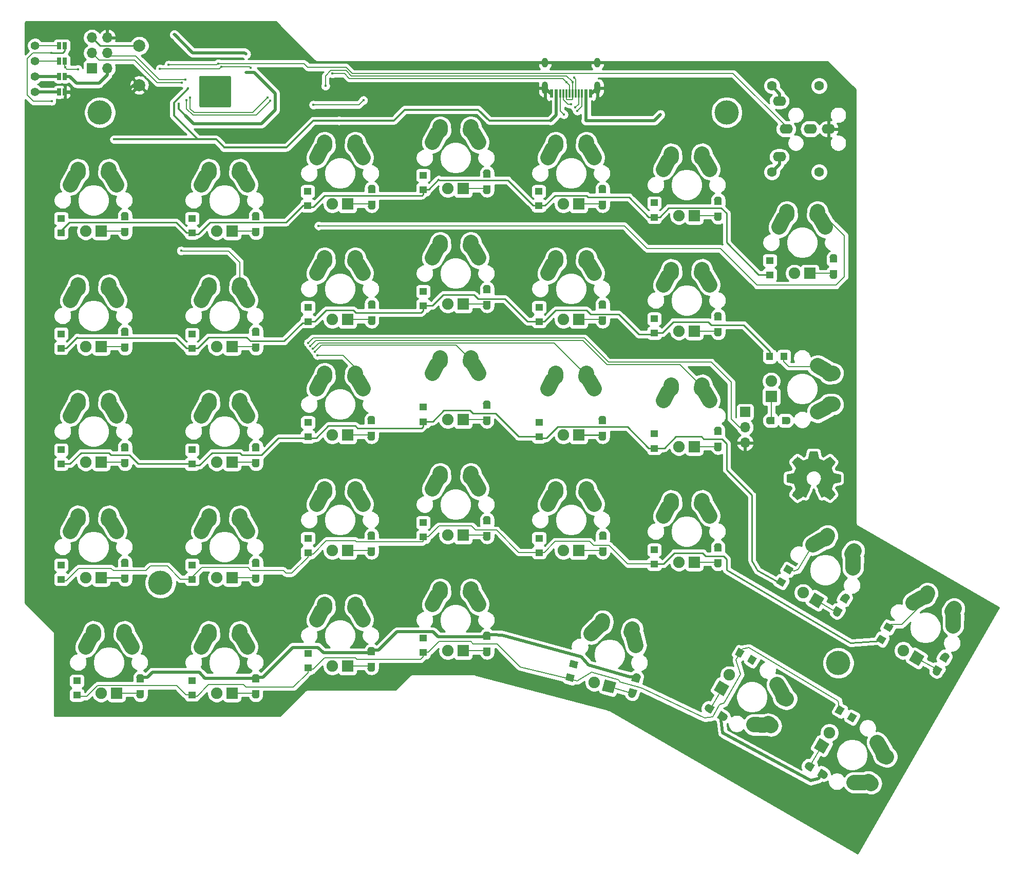
<source format=gtl>
G04 #@! TF.GenerationSoftware,KiCad,Pcbnew,(5.1.5)-3*
G04 #@! TF.CreationDate,2020-05-10T08:30:39+04:00*
G04 #@! TF.ProjectId,redox_rev2,7265646f-785f-4726-9576-322e6b696361,1.0*
G04 #@! TF.SameCoordinates,Original*
G04 #@! TF.FileFunction,Copper,L1,Top*
G04 #@! TF.FilePolarity,Positive*
%FSLAX46Y46*%
G04 Gerber Fmt 4.6, Leading zero omitted, Abs format (unit mm)*
G04 Created by KiCad (PCBNEW (5.1.5)-3) date 2020-05-10 08:30:39*
%MOMM*%
%LPD*%
G04 APERTURE LIST*
%ADD10C,0.010000*%
%ADD11O,1.000000X2.100000*%
%ADD12O,1.000000X1.600000*%
%ADD13R,0.600000X1.450000*%
%ADD14R,0.300000X1.450000*%
%ADD15R,1.905000X1.905000*%
%ADD16C,1.905000*%
%ADD17C,2.500000*%
%ADD18C,0.100000*%
%ADD19O,1.300000X1.100000*%
%ADD20R,1.300000X0.900000*%
%ADD21C,1.100000*%
%ADD22O,1.100000X1.300000*%
%ADD23R,0.900000X1.300000*%
%ADD24R,1.300000X0.700000*%
%ADD25R,1.300000X1.100000*%
%ADD26R,0.700000X1.300000*%
%ADD27R,1.100000X1.300000*%
%ADD28C,1.397000*%
%ADD29R,0.635000X1.143000*%
%ADD30C,1.600000*%
%ADD31O,2.200000X1.600000*%
%ADD32O,1.700000X1.700000*%
%ADD33R,1.700000X1.700000*%
%ADD34C,4.000000*%
%ADD35C,2.000000*%
%ADD36C,0.500000*%
%ADD37C,0.400000*%
%ADD38C,0.250000*%
%ADD39C,0.200000*%
%ADD40C,0.500000*%
%ADD41C,0.300000*%
%ADD42C,0.254000*%
G04 APERTURE END LIST*
D10*
G36*
X210896536Y-108700427D02*
G01*
X211009118Y-109297618D01*
X211424531Y-109468865D01*
X211839945Y-109640112D01*
X212338302Y-109301233D01*
X212477869Y-109206877D01*
X212604029Y-109122630D01*
X212710896Y-109052338D01*
X212792583Y-108999847D01*
X212843202Y-108969004D01*
X212856987Y-108962353D01*
X212881821Y-108979458D01*
X212934889Y-109026744D01*
X213010241Y-109098172D01*
X213101930Y-109187700D01*
X213204008Y-109289289D01*
X213310527Y-109396898D01*
X213415537Y-109504487D01*
X213513092Y-109606015D01*
X213597243Y-109695441D01*
X213662041Y-109766726D01*
X213701538Y-109813828D01*
X213710981Y-109829592D01*
X213697392Y-109858653D01*
X213659294Y-109922321D01*
X213600694Y-110014367D01*
X213525598Y-110128564D01*
X213438009Y-110258684D01*
X213387255Y-110332901D01*
X213294746Y-110468422D01*
X213212541Y-110590716D01*
X213144631Y-110693695D01*
X213095001Y-110771273D01*
X213067641Y-110817361D01*
X213063530Y-110827047D01*
X213072850Y-110854574D01*
X213098255Y-110918728D01*
X213135912Y-111010490D01*
X213181987Y-111120839D01*
X213232647Y-111240755D01*
X213284060Y-111361219D01*
X213332390Y-111473209D01*
X213373807Y-111567707D01*
X213404475Y-111635692D01*
X213420562Y-111668143D01*
X213421512Y-111669420D01*
X213446773Y-111675617D01*
X213514046Y-111689440D01*
X213616361Y-111709532D01*
X213746742Y-111734534D01*
X213898217Y-111763086D01*
X213986594Y-111779551D01*
X214148453Y-111810369D01*
X214294650Y-111839694D01*
X214417788Y-111865921D01*
X214510470Y-111887446D01*
X214565302Y-111902665D01*
X214576324Y-111907493D01*
X214587119Y-111940174D01*
X214595830Y-112013985D01*
X214602461Y-112120292D01*
X214607019Y-112250467D01*
X214609510Y-112395876D01*
X214609939Y-112547890D01*
X214608312Y-112697877D01*
X214604636Y-112837206D01*
X214598916Y-112957245D01*
X214591158Y-113049365D01*
X214581369Y-113104932D01*
X214575497Y-113116500D01*
X214540400Y-113130365D01*
X214466029Y-113150188D01*
X214362224Y-113173639D01*
X214238820Y-113198391D01*
X214195742Y-113206398D01*
X213988048Y-113244441D01*
X213823985Y-113275079D01*
X213698131Y-113299529D01*
X213605066Y-113319009D01*
X213539368Y-113334736D01*
X213495618Y-113347928D01*
X213468393Y-113359804D01*
X213452273Y-113371580D01*
X213450018Y-113373908D01*
X213427504Y-113411400D01*
X213393159Y-113484365D01*
X213350412Y-113583867D01*
X213302693Y-113700973D01*
X213253431Y-113826748D01*
X213206056Y-113952257D01*
X213163996Y-114068565D01*
X213130681Y-114166739D01*
X213109542Y-114237843D01*
X213104006Y-114272942D01*
X213104467Y-114274172D01*
X213123224Y-114302861D01*
X213165777Y-114365985D01*
X213227654Y-114456973D01*
X213304383Y-114569255D01*
X213391492Y-114696260D01*
X213416299Y-114732353D01*
X213504753Y-114863203D01*
X213582589Y-114982591D01*
X213645567Y-115083662D01*
X213689446Y-115159559D01*
X213709986Y-115203427D01*
X213710981Y-115208817D01*
X213693723Y-115237144D01*
X213646036Y-115293261D01*
X213574051Y-115371137D01*
X213483898Y-115464740D01*
X213381706Y-115568041D01*
X213273606Y-115675006D01*
X213165729Y-115779606D01*
X213064205Y-115875809D01*
X212975163Y-115957584D01*
X212904734Y-116018900D01*
X212859048Y-116053726D01*
X212846410Y-116059412D01*
X212816992Y-116046020D01*
X212756762Y-116009899D01*
X212675530Y-115957136D01*
X212613031Y-115914667D01*
X212499786Y-115836740D01*
X212365675Y-115744984D01*
X212231156Y-115653375D01*
X212158834Y-115604346D01*
X211914039Y-115438770D01*
X211708551Y-115549875D01*
X211614937Y-115598548D01*
X211535331Y-115636381D01*
X211481468Y-115657958D01*
X211467758Y-115660961D01*
X211451271Y-115638793D01*
X211418746Y-115576149D01*
X211372609Y-115478809D01*
X211315291Y-115352549D01*
X211249217Y-115203150D01*
X211176816Y-115036388D01*
X211100517Y-114858042D01*
X211022747Y-114673891D01*
X210945935Y-114489712D01*
X210872507Y-114311285D01*
X210804893Y-114144387D01*
X210745521Y-113994797D01*
X210696817Y-113868293D01*
X210661211Y-113770654D01*
X210641131Y-113707657D01*
X210637901Y-113686021D01*
X210663497Y-113658424D01*
X210719539Y-113613625D01*
X210794312Y-113560934D01*
X210800588Y-113556765D01*
X210993846Y-113402069D01*
X211149675Y-113221591D01*
X211266725Y-113021102D01*
X211343646Y-112806374D01*
X211379087Y-112583177D01*
X211371698Y-112357281D01*
X211320128Y-112134459D01*
X211223027Y-111920479D01*
X211194459Y-111873664D01*
X211045869Y-111684618D01*
X210870328Y-111532812D01*
X210673911Y-111419034D01*
X210462694Y-111344075D01*
X210242754Y-111308722D01*
X210020164Y-111313767D01*
X209801002Y-111359999D01*
X209591343Y-111448206D01*
X209397262Y-111579179D01*
X209337227Y-111632337D01*
X209184436Y-111798739D01*
X209073098Y-111973912D01*
X208996724Y-112170266D01*
X208954188Y-112364717D01*
X208943687Y-112583342D01*
X208978701Y-112803052D01*
X209055674Y-113016420D01*
X209171048Y-113216022D01*
X209321266Y-113394429D01*
X209502774Y-113544217D01*
X209526628Y-113560006D01*
X209602202Y-113611712D01*
X209659652Y-113656512D01*
X209687118Y-113685117D01*
X209687518Y-113686021D01*
X209681621Y-113716964D01*
X209658246Y-113787191D01*
X209619822Y-113890925D01*
X209568778Y-114022390D01*
X209507543Y-114175807D01*
X209438545Y-114345401D01*
X209364214Y-114525393D01*
X209286979Y-114710008D01*
X209209269Y-114893468D01*
X209133512Y-115069996D01*
X209062138Y-115233814D01*
X208997575Y-115379147D01*
X208942253Y-115500217D01*
X208898601Y-115591247D01*
X208869047Y-115646460D01*
X208857145Y-115660961D01*
X208820778Y-115649669D01*
X208752731Y-115619385D01*
X208664737Y-115575520D01*
X208616351Y-115549875D01*
X208410864Y-115438770D01*
X208166069Y-115604346D01*
X208041107Y-115689170D01*
X207904296Y-115782516D01*
X207776089Y-115870408D01*
X207711872Y-115914667D01*
X207621552Y-115975318D01*
X207545072Y-116023381D01*
X207492408Y-116052770D01*
X207475303Y-116058982D01*
X207450406Y-116042223D01*
X207395306Y-115995436D01*
X207315344Y-115923480D01*
X207215861Y-115831212D01*
X207102201Y-115723490D01*
X207030316Y-115654326D01*
X206904552Y-115530757D01*
X206795864Y-115420234D01*
X206708646Y-115327485D01*
X206647290Y-115257237D01*
X206616192Y-115214220D01*
X206613209Y-115205490D01*
X206627054Y-115172284D01*
X206665313Y-115105142D01*
X206723742Y-115010863D01*
X206798098Y-114896245D01*
X206884136Y-114768083D01*
X206908603Y-114732353D01*
X206997755Y-114602489D01*
X207077739Y-114485569D01*
X207144081Y-114388162D01*
X207192312Y-114316839D01*
X207217958Y-114278170D01*
X207220436Y-114274172D01*
X207216730Y-114243355D01*
X207197062Y-114175599D01*
X207164861Y-114079839D01*
X207123556Y-113965009D01*
X207076576Y-113840044D01*
X207027350Y-113713879D01*
X206979309Y-113595448D01*
X206935882Y-113493685D01*
X206900497Y-113417526D01*
X206876585Y-113375904D01*
X206874885Y-113373908D01*
X206860263Y-113362013D01*
X206835566Y-113350250D01*
X206795373Y-113337401D01*
X206734264Y-113322249D01*
X206646818Y-113303576D01*
X206527613Y-113280165D01*
X206371228Y-113250797D01*
X206172244Y-113214255D01*
X206129161Y-113206398D01*
X206001471Y-113181727D01*
X205890154Y-113157593D01*
X205805046Y-113136324D01*
X205755984Y-113120248D01*
X205749406Y-113116500D01*
X205738565Y-113083273D01*
X205729754Y-113009021D01*
X205722977Y-112902376D01*
X205718241Y-112771967D01*
X205715551Y-112626427D01*
X205714914Y-112474386D01*
X205716335Y-112324476D01*
X205719821Y-112185328D01*
X205725377Y-112065572D01*
X205733009Y-111973841D01*
X205742723Y-111918766D01*
X205748579Y-111907493D01*
X205781181Y-111896123D01*
X205855419Y-111877624D01*
X205963897Y-111853602D01*
X206099218Y-111825662D01*
X206253986Y-111795408D01*
X206338308Y-111779551D01*
X206498297Y-111749644D01*
X206640968Y-111722550D01*
X206759349Y-111699631D01*
X206846466Y-111682243D01*
X206895346Y-111671747D01*
X206903391Y-111669420D01*
X206916988Y-111643186D01*
X206945730Y-111579995D01*
X206985786Y-111488877D01*
X207033325Y-111378857D01*
X207084516Y-111258965D01*
X207135527Y-111138227D01*
X207182527Y-111025671D01*
X207221685Y-110930326D01*
X207249170Y-110861217D01*
X207261150Y-110827374D01*
X207261373Y-110825895D01*
X207247792Y-110799197D01*
X207209716Y-110737760D01*
X207151148Y-110647689D01*
X207076089Y-110535090D01*
X206988541Y-110406070D01*
X206937648Y-110331961D01*
X206844910Y-110196077D01*
X206762542Y-110072709D01*
X206694562Y-109968097D01*
X206644989Y-109888483D01*
X206617843Y-109840107D01*
X206613922Y-109829262D01*
X206630776Y-109804020D01*
X206677369Y-109750124D01*
X206747749Y-109673613D01*
X206835966Y-109580523D01*
X206936066Y-109476895D01*
X207042099Y-109368764D01*
X207148112Y-109262170D01*
X207248153Y-109163150D01*
X207336271Y-109077742D01*
X207406514Y-109011985D01*
X207452929Y-108971916D01*
X207468457Y-108962353D01*
X207493740Y-108975800D01*
X207554212Y-109013575D01*
X207643993Y-109071835D01*
X207757204Y-109146734D01*
X207887964Y-109234425D01*
X207986600Y-109301233D01*
X208484958Y-109640112D01*
X208900371Y-109468865D01*
X209315785Y-109297618D01*
X209428367Y-108700427D01*
X209540950Y-108103235D01*
X210783953Y-108103235D01*
X210896536Y-108700427D01*
G37*
X210896536Y-108700427D02*
X211009118Y-109297618D01*
X211424531Y-109468865D01*
X211839945Y-109640112D01*
X212338302Y-109301233D01*
X212477869Y-109206877D01*
X212604029Y-109122630D01*
X212710896Y-109052338D01*
X212792583Y-108999847D01*
X212843202Y-108969004D01*
X212856987Y-108962353D01*
X212881821Y-108979458D01*
X212934889Y-109026744D01*
X213010241Y-109098172D01*
X213101930Y-109187700D01*
X213204008Y-109289289D01*
X213310527Y-109396898D01*
X213415537Y-109504487D01*
X213513092Y-109606015D01*
X213597243Y-109695441D01*
X213662041Y-109766726D01*
X213701538Y-109813828D01*
X213710981Y-109829592D01*
X213697392Y-109858653D01*
X213659294Y-109922321D01*
X213600694Y-110014367D01*
X213525598Y-110128564D01*
X213438009Y-110258684D01*
X213387255Y-110332901D01*
X213294746Y-110468422D01*
X213212541Y-110590716D01*
X213144631Y-110693695D01*
X213095001Y-110771273D01*
X213067641Y-110817361D01*
X213063530Y-110827047D01*
X213072850Y-110854574D01*
X213098255Y-110918728D01*
X213135912Y-111010490D01*
X213181987Y-111120839D01*
X213232647Y-111240755D01*
X213284060Y-111361219D01*
X213332390Y-111473209D01*
X213373807Y-111567707D01*
X213404475Y-111635692D01*
X213420562Y-111668143D01*
X213421512Y-111669420D01*
X213446773Y-111675617D01*
X213514046Y-111689440D01*
X213616361Y-111709532D01*
X213746742Y-111734534D01*
X213898217Y-111763086D01*
X213986594Y-111779551D01*
X214148453Y-111810369D01*
X214294650Y-111839694D01*
X214417788Y-111865921D01*
X214510470Y-111887446D01*
X214565302Y-111902665D01*
X214576324Y-111907493D01*
X214587119Y-111940174D01*
X214595830Y-112013985D01*
X214602461Y-112120292D01*
X214607019Y-112250467D01*
X214609510Y-112395876D01*
X214609939Y-112547890D01*
X214608312Y-112697877D01*
X214604636Y-112837206D01*
X214598916Y-112957245D01*
X214591158Y-113049365D01*
X214581369Y-113104932D01*
X214575497Y-113116500D01*
X214540400Y-113130365D01*
X214466029Y-113150188D01*
X214362224Y-113173639D01*
X214238820Y-113198391D01*
X214195742Y-113206398D01*
X213988048Y-113244441D01*
X213823985Y-113275079D01*
X213698131Y-113299529D01*
X213605066Y-113319009D01*
X213539368Y-113334736D01*
X213495618Y-113347928D01*
X213468393Y-113359804D01*
X213452273Y-113371580D01*
X213450018Y-113373908D01*
X213427504Y-113411400D01*
X213393159Y-113484365D01*
X213350412Y-113583867D01*
X213302693Y-113700973D01*
X213253431Y-113826748D01*
X213206056Y-113952257D01*
X213163996Y-114068565D01*
X213130681Y-114166739D01*
X213109542Y-114237843D01*
X213104006Y-114272942D01*
X213104467Y-114274172D01*
X213123224Y-114302861D01*
X213165777Y-114365985D01*
X213227654Y-114456973D01*
X213304383Y-114569255D01*
X213391492Y-114696260D01*
X213416299Y-114732353D01*
X213504753Y-114863203D01*
X213582589Y-114982591D01*
X213645567Y-115083662D01*
X213689446Y-115159559D01*
X213709986Y-115203427D01*
X213710981Y-115208817D01*
X213693723Y-115237144D01*
X213646036Y-115293261D01*
X213574051Y-115371137D01*
X213483898Y-115464740D01*
X213381706Y-115568041D01*
X213273606Y-115675006D01*
X213165729Y-115779606D01*
X213064205Y-115875809D01*
X212975163Y-115957584D01*
X212904734Y-116018900D01*
X212859048Y-116053726D01*
X212846410Y-116059412D01*
X212816992Y-116046020D01*
X212756762Y-116009899D01*
X212675530Y-115957136D01*
X212613031Y-115914667D01*
X212499786Y-115836740D01*
X212365675Y-115744984D01*
X212231156Y-115653375D01*
X212158834Y-115604346D01*
X211914039Y-115438770D01*
X211708551Y-115549875D01*
X211614937Y-115598548D01*
X211535331Y-115636381D01*
X211481468Y-115657958D01*
X211467758Y-115660961D01*
X211451271Y-115638793D01*
X211418746Y-115576149D01*
X211372609Y-115478809D01*
X211315291Y-115352549D01*
X211249217Y-115203150D01*
X211176816Y-115036388D01*
X211100517Y-114858042D01*
X211022747Y-114673891D01*
X210945935Y-114489712D01*
X210872507Y-114311285D01*
X210804893Y-114144387D01*
X210745521Y-113994797D01*
X210696817Y-113868293D01*
X210661211Y-113770654D01*
X210641131Y-113707657D01*
X210637901Y-113686021D01*
X210663497Y-113658424D01*
X210719539Y-113613625D01*
X210794312Y-113560934D01*
X210800588Y-113556765D01*
X210993846Y-113402069D01*
X211149675Y-113221591D01*
X211266725Y-113021102D01*
X211343646Y-112806374D01*
X211379087Y-112583177D01*
X211371698Y-112357281D01*
X211320128Y-112134459D01*
X211223027Y-111920479D01*
X211194459Y-111873664D01*
X211045869Y-111684618D01*
X210870328Y-111532812D01*
X210673911Y-111419034D01*
X210462694Y-111344075D01*
X210242754Y-111308722D01*
X210020164Y-111313767D01*
X209801002Y-111359999D01*
X209591343Y-111448206D01*
X209397262Y-111579179D01*
X209337227Y-111632337D01*
X209184436Y-111798739D01*
X209073098Y-111973912D01*
X208996724Y-112170266D01*
X208954188Y-112364717D01*
X208943687Y-112583342D01*
X208978701Y-112803052D01*
X209055674Y-113016420D01*
X209171048Y-113216022D01*
X209321266Y-113394429D01*
X209502774Y-113544217D01*
X209526628Y-113560006D01*
X209602202Y-113611712D01*
X209659652Y-113656512D01*
X209687118Y-113685117D01*
X209687518Y-113686021D01*
X209681621Y-113716964D01*
X209658246Y-113787191D01*
X209619822Y-113890925D01*
X209568778Y-114022390D01*
X209507543Y-114175807D01*
X209438545Y-114345401D01*
X209364214Y-114525393D01*
X209286979Y-114710008D01*
X209209269Y-114893468D01*
X209133512Y-115069996D01*
X209062138Y-115233814D01*
X208997575Y-115379147D01*
X208942253Y-115500217D01*
X208898601Y-115591247D01*
X208869047Y-115646460D01*
X208857145Y-115660961D01*
X208820778Y-115649669D01*
X208752731Y-115619385D01*
X208664737Y-115575520D01*
X208616351Y-115549875D01*
X208410864Y-115438770D01*
X208166069Y-115604346D01*
X208041107Y-115689170D01*
X207904296Y-115782516D01*
X207776089Y-115870408D01*
X207711872Y-115914667D01*
X207621552Y-115975318D01*
X207545072Y-116023381D01*
X207492408Y-116052770D01*
X207475303Y-116058982D01*
X207450406Y-116042223D01*
X207395306Y-115995436D01*
X207315344Y-115923480D01*
X207215861Y-115831212D01*
X207102201Y-115723490D01*
X207030316Y-115654326D01*
X206904552Y-115530757D01*
X206795864Y-115420234D01*
X206708646Y-115327485D01*
X206647290Y-115257237D01*
X206616192Y-115214220D01*
X206613209Y-115205490D01*
X206627054Y-115172284D01*
X206665313Y-115105142D01*
X206723742Y-115010863D01*
X206798098Y-114896245D01*
X206884136Y-114768083D01*
X206908603Y-114732353D01*
X206997755Y-114602489D01*
X207077739Y-114485569D01*
X207144081Y-114388162D01*
X207192312Y-114316839D01*
X207217958Y-114278170D01*
X207220436Y-114274172D01*
X207216730Y-114243355D01*
X207197062Y-114175599D01*
X207164861Y-114079839D01*
X207123556Y-113965009D01*
X207076576Y-113840044D01*
X207027350Y-113713879D01*
X206979309Y-113595448D01*
X206935882Y-113493685D01*
X206900497Y-113417526D01*
X206876585Y-113375904D01*
X206874885Y-113373908D01*
X206860263Y-113362013D01*
X206835566Y-113350250D01*
X206795373Y-113337401D01*
X206734264Y-113322249D01*
X206646818Y-113303576D01*
X206527613Y-113280165D01*
X206371228Y-113250797D01*
X206172244Y-113214255D01*
X206129161Y-113206398D01*
X206001471Y-113181727D01*
X205890154Y-113157593D01*
X205805046Y-113136324D01*
X205755984Y-113120248D01*
X205749406Y-113116500D01*
X205738565Y-113083273D01*
X205729754Y-113009021D01*
X205722977Y-112902376D01*
X205718241Y-112771967D01*
X205715551Y-112626427D01*
X205714914Y-112474386D01*
X205716335Y-112324476D01*
X205719821Y-112185328D01*
X205725377Y-112065572D01*
X205733009Y-111973841D01*
X205742723Y-111918766D01*
X205748579Y-111907493D01*
X205781181Y-111896123D01*
X205855419Y-111877624D01*
X205963897Y-111853602D01*
X206099218Y-111825662D01*
X206253986Y-111795408D01*
X206338308Y-111779551D01*
X206498297Y-111749644D01*
X206640968Y-111722550D01*
X206759349Y-111699631D01*
X206846466Y-111682243D01*
X206895346Y-111671747D01*
X206903391Y-111669420D01*
X206916988Y-111643186D01*
X206945730Y-111579995D01*
X206985786Y-111488877D01*
X207033325Y-111378857D01*
X207084516Y-111258965D01*
X207135527Y-111138227D01*
X207182527Y-111025671D01*
X207221685Y-110930326D01*
X207249170Y-110861217D01*
X207261150Y-110827374D01*
X207261373Y-110825895D01*
X207247792Y-110799197D01*
X207209716Y-110737760D01*
X207151148Y-110647689D01*
X207076089Y-110535090D01*
X206988541Y-110406070D01*
X206937648Y-110331961D01*
X206844910Y-110196077D01*
X206762542Y-110072709D01*
X206694562Y-109968097D01*
X206644989Y-109888483D01*
X206617843Y-109840107D01*
X206613922Y-109829262D01*
X206630776Y-109804020D01*
X206677369Y-109750124D01*
X206747749Y-109673613D01*
X206835966Y-109580523D01*
X206936066Y-109476895D01*
X207042099Y-109368764D01*
X207148112Y-109262170D01*
X207248153Y-109163150D01*
X207336271Y-109077742D01*
X207406514Y-109011985D01*
X207452929Y-108971916D01*
X207468457Y-108962353D01*
X207493740Y-108975800D01*
X207554212Y-109013575D01*
X207643993Y-109071835D01*
X207757204Y-109146734D01*
X207887964Y-109234425D01*
X207986600Y-109301233D01*
X208484958Y-109640112D01*
X208900371Y-109468865D01*
X209315785Y-109297618D01*
X209428367Y-108700427D01*
X209540950Y-108103235D01*
X210783953Y-108103235D01*
X210896536Y-108700427D01*
D11*
X165880000Y-48180000D03*
X174520000Y-48180000D03*
D12*
X165880000Y-44000000D03*
X174520000Y-44000000D03*
D13*
X173425000Y-49100000D03*
X172650000Y-49100000D03*
D14*
X171950000Y-49100000D03*
X171450000Y-49100000D03*
X170950000Y-49100000D03*
X170450000Y-49100000D03*
X169950000Y-49100000D03*
X169450000Y-49100000D03*
X168950000Y-49100000D03*
X168450000Y-49100000D03*
D13*
X167750000Y-49100000D03*
X166975000Y-49100000D03*
D15*
X92710000Y-71755000D03*
D16*
X90170000Y-71755000D03*
D17*
X93979724Y-61595672D02*
X93940276Y-62174328D01*
X88440453Y-62675046D02*
X87629547Y-64134954D01*
X94439547Y-62675046D02*
X95250453Y-64134954D01*
X88900276Y-61595672D02*
X88939724Y-62174328D01*
D15*
X92710000Y-90805000D03*
D16*
X90170000Y-90805000D03*
D17*
X93979724Y-80645672D02*
X93940276Y-81224328D01*
X88440453Y-81725046D02*
X87629547Y-83184954D01*
X94439547Y-81725046D02*
X95250453Y-83184954D01*
X88900276Y-80645672D02*
X88939724Y-81224328D01*
D15*
X92710000Y-109855000D03*
D16*
X90170000Y-109855000D03*
D17*
X93979724Y-99695672D02*
X93940276Y-100274328D01*
X88440453Y-100775046D02*
X87629547Y-102234954D01*
X94439547Y-100775046D02*
X95250453Y-102234954D01*
X88900276Y-99695672D02*
X88939724Y-100274328D01*
D15*
X92710000Y-128905000D03*
D16*
X90170000Y-128905000D03*
D17*
X93979724Y-118745672D02*
X93940276Y-119324328D01*
X88440453Y-119825046D02*
X87629547Y-121284954D01*
X94439547Y-119825046D02*
X95250453Y-121284954D01*
X88900276Y-118745672D02*
X88939724Y-119324328D01*
G04 #@! TA.AperFunction,ComponentPad*
D18*
G36*
X175275356Y-147514122D02*
G01*
X175768406Y-145674034D01*
X177608494Y-146167084D01*
X177115444Y-148007172D01*
X175275356Y-147514122D01*
G37*
G04 #@! TD.AperFunction*
D16*
X173988473Y-146183203D03*
D17*
X180297812Y-137356074D02*
X180109940Y-137904804D01*
X174667925Y-136965002D02*
X173506797Y-138165286D01*
X180462604Y-138517681D02*
X180868028Y-140137721D01*
X175391441Y-136041416D02*
X175279779Y-136610566D01*
G04 #@! TA.AperFunction,ComponentPad*
D18*
G36*
X194641952Y-145848713D02*
G01*
X196291730Y-146801213D01*
X195339230Y-148450991D01*
X193689452Y-147498491D01*
X194641952Y-145848713D01*
G37*
G04 #@! TD.AperFunction*
D16*
X196260591Y-144950148D03*
D17*
X203153966Y-153329130D02*
X202672558Y-153005638D01*
X204988835Y-147992294D02*
X204129971Y-146560074D01*
X201989288Y-153187660D02*
X200319518Y-153159972D01*
X205693690Y-148930198D02*
X205172834Y-148675034D01*
D15*
X203200000Y-99060000D03*
D16*
X203200000Y-96520000D03*
D17*
X213359328Y-100329724D02*
X212780672Y-100290276D01*
X212279954Y-94790453D02*
X210820046Y-93979547D01*
X212279954Y-100789547D02*
X210820046Y-101600453D01*
X213359328Y-95250276D02*
X212780672Y-95289724D01*
G04 #@! TA.AperFunction,ComponentPad*
D18*
G36*
X211151952Y-155373713D02*
G01*
X212801730Y-156326213D01*
X211849230Y-157975991D01*
X210199452Y-157023491D01*
X211151952Y-155373713D01*
G37*
G04 #@! TD.AperFunction*
D16*
X212770591Y-154475148D03*
D17*
X219663966Y-162854130D02*
X219182558Y-162530638D01*
X221498835Y-157517294D02*
X220639971Y-156085074D01*
X218499288Y-162712660D02*
X216829518Y-162684972D01*
X222203690Y-158455198D02*
X221682834Y-158200034D01*
D15*
X133350000Y-67310000D03*
D16*
X130810000Y-67310000D03*
D17*
X134619724Y-57150672D02*
X134580276Y-57729328D01*
X129080453Y-58230046D02*
X128269547Y-59689954D01*
X135079547Y-58230046D02*
X135890453Y-59689954D01*
X129540276Y-57150672D02*
X129579724Y-57729328D01*
D15*
X190500000Y-69215000D03*
D16*
X187960000Y-69215000D03*
D17*
X191769724Y-59055672D02*
X191730276Y-59634328D01*
X186230453Y-60135046D02*
X185419547Y-61594954D01*
X192229547Y-60135046D02*
X193040453Y-61594954D01*
X186690276Y-59055672D02*
X186729724Y-59634328D01*
D15*
X114300000Y-71755000D03*
D16*
X111760000Y-71755000D03*
D17*
X115569724Y-61595672D02*
X115530276Y-62174328D01*
X110030453Y-62675046D02*
X109219547Y-64134954D01*
X116029547Y-62675046D02*
X116840453Y-64134954D01*
X110490276Y-61595672D02*
X110529724Y-62174328D01*
D15*
X95250000Y-147955000D03*
D16*
X92710000Y-147955000D03*
D17*
X96519724Y-137795672D02*
X96480276Y-138374328D01*
X90980453Y-138875046D02*
X90169547Y-140334954D01*
X96979547Y-138875046D02*
X97790453Y-140334954D01*
X91440276Y-137795672D02*
X91479724Y-138374328D01*
D15*
X114300000Y-90805000D03*
D16*
X111760000Y-90805000D03*
D17*
X115569724Y-80645672D02*
X115530276Y-81224328D01*
X110030453Y-81725046D02*
X109219547Y-83184954D01*
X116029547Y-81725046D02*
X116840453Y-83184954D01*
X110490276Y-80645672D02*
X110529724Y-81224328D01*
D15*
X114300000Y-109855000D03*
D16*
X111760000Y-109855000D03*
D17*
X115569724Y-99695672D02*
X115530276Y-100274328D01*
X110030453Y-100775046D02*
X109219547Y-102234954D01*
X116029547Y-100775046D02*
X116840453Y-102234954D01*
X110490276Y-99695672D02*
X110529724Y-100274328D01*
D15*
X114300000Y-128905000D03*
D16*
X111760000Y-128905000D03*
D17*
X115569724Y-118745672D02*
X115530276Y-119324328D01*
X110030453Y-119825046D02*
X109219547Y-121284954D01*
X116029547Y-119825046D02*
X116840453Y-121284954D01*
X110490276Y-118745672D02*
X110529724Y-119324328D01*
D15*
X114300000Y-147955000D03*
D16*
X111760000Y-147955000D03*
D17*
X115569724Y-137795672D02*
X115530276Y-138374328D01*
X110030453Y-138875046D02*
X109219547Y-140334954D01*
X116029547Y-138875046D02*
X116840453Y-140334954D01*
X110490276Y-137795672D02*
X110529724Y-138374328D01*
D15*
X133350000Y-86360000D03*
D16*
X130810000Y-86360000D03*
D17*
X134619724Y-76200672D02*
X134580276Y-76779328D01*
X129080453Y-77280046D02*
X128269547Y-78739954D01*
X135079547Y-77280046D02*
X135890453Y-78739954D01*
X129540276Y-76200672D02*
X129579724Y-76779328D01*
D15*
X133350000Y-105410000D03*
D16*
X130810000Y-105410000D03*
D17*
X134619724Y-95250672D02*
X134580276Y-95829328D01*
X129080453Y-96330046D02*
X128269547Y-97789954D01*
X135079547Y-96330046D02*
X135890453Y-97789954D01*
X129540276Y-95250672D02*
X129579724Y-95829328D01*
D15*
X133350000Y-124460000D03*
D16*
X130810000Y-124460000D03*
D17*
X134619724Y-114300672D02*
X134580276Y-114879328D01*
X129080453Y-115380046D02*
X128269547Y-116839954D01*
X135079547Y-115380046D02*
X135890453Y-116839954D01*
X129540276Y-114300672D02*
X129579724Y-114879328D01*
D15*
X133350000Y-143510000D03*
D16*
X130810000Y-143510000D03*
D17*
X134619724Y-133350672D02*
X134580276Y-133929328D01*
X129080453Y-134430046D02*
X128269547Y-135889954D01*
X135079547Y-134430046D02*
X135890453Y-135889954D01*
X129540276Y-133350672D02*
X129579724Y-133929328D01*
D15*
X152400000Y-64770000D03*
D16*
X149860000Y-64770000D03*
D17*
X153669724Y-54610672D02*
X153630276Y-55189328D01*
X148130453Y-55690046D02*
X147319547Y-57149954D01*
X154129547Y-55690046D02*
X154940453Y-57149954D01*
X148590276Y-54610672D02*
X148629724Y-55189328D01*
D15*
X152400000Y-83820000D03*
D16*
X149860000Y-83820000D03*
D17*
X153669724Y-73660672D02*
X153630276Y-74239328D01*
X148130453Y-74740046D02*
X147319547Y-76199954D01*
X154129547Y-74740046D02*
X154940453Y-76199954D01*
X148590276Y-73660672D02*
X148629724Y-74239328D01*
D15*
X152400000Y-102870000D03*
D16*
X149860000Y-102870000D03*
D17*
X153669724Y-92710672D02*
X153630276Y-93289328D01*
X148130453Y-93790046D02*
X147319547Y-95249954D01*
X154129547Y-93790046D02*
X154940453Y-95249954D01*
X148590276Y-92710672D02*
X148629724Y-93289328D01*
D15*
X152400000Y-121920000D03*
D16*
X149860000Y-121920000D03*
D17*
X153669724Y-111760672D02*
X153630276Y-112339328D01*
X148130453Y-112840046D02*
X147319547Y-114299954D01*
X154129547Y-112840046D02*
X154940453Y-114299954D01*
X148590276Y-111760672D02*
X148629724Y-112339328D01*
D15*
X152400000Y-140970000D03*
D16*
X149860000Y-140970000D03*
D17*
X153669724Y-130810672D02*
X153630276Y-131389328D01*
X148130453Y-131890046D02*
X147319547Y-133349954D01*
X154129547Y-131890046D02*
X154940453Y-133349954D01*
X148590276Y-130810672D02*
X148629724Y-131389328D01*
D15*
X171450000Y-67310000D03*
D16*
X168910000Y-67310000D03*
D17*
X172719724Y-57150672D02*
X172680276Y-57729328D01*
X167180453Y-58230046D02*
X166369547Y-59689954D01*
X173179547Y-58230046D02*
X173990453Y-59689954D01*
X167640276Y-57150672D02*
X167679724Y-57729328D01*
D15*
X171450000Y-86360000D03*
D16*
X168910000Y-86360000D03*
D17*
X172719724Y-76200672D02*
X172680276Y-76779328D01*
X167180453Y-77280046D02*
X166369547Y-78739954D01*
X173179547Y-77280046D02*
X173990453Y-78739954D01*
X167640276Y-76200672D02*
X167679724Y-76779328D01*
D15*
X171450000Y-105410000D03*
D16*
X168910000Y-105410000D03*
D17*
X172719724Y-95250672D02*
X172680276Y-95829328D01*
X167180453Y-96330046D02*
X166369547Y-97789954D01*
X173179547Y-96330046D02*
X173990453Y-97789954D01*
X167640276Y-95250672D02*
X167679724Y-95829328D01*
D15*
X171450000Y-124460000D03*
D16*
X168910000Y-124460000D03*
D17*
X172719724Y-114300672D02*
X172680276Y-114879328D01*
X167180453Y-115380046D02*
X166369547Y-116839954D01*
X173179547Y-115380046D02*
X173990453Y-116839954D01*
X167640276Y-114300672D02*
X167679724Y-114879328D01*
D15*
X190500000Y-88265000D03*
D16*
X187960000Y-88265000D03*
D17*
X191769724Y-78105672D02*
X191730276Y-78684328D01*
X186230453Y-79185046D02*
X185419547Y-80644954D01*
X192229547Y-79185046D02*
X193040453Y-80644954D01*
X186690276Y-78105672D02*
X186729724Y-78684328D01*
D15*
X190500000Y-107315000D03*
D16*
X187960000Y-107315000D03*
D17*
X191769724Y-97155672D02*
X191730276Y-97734328D01*
X186230453Y-98235046D02*
X185419547Y-99694954D01*
X192229547Y-98235046D02*
X193040453Y-99694954D01*
X186690276Y-97155672D02*
X186729724Y-97734328D01*
D15*
X190500000Y-126365000D03*
D16*
X187960000Y-126365000D03*
D17*
X191769724Y-116205672D02*
X191730276Y-116784328D01*
X186230453Y-117285046D02*
X185419547Y-118744954D01*
X192229547Y-117285046D02*
X193040453Y-118744954D01*
X186690276Y-116205672D02*
X186729724Y-116784328D01*
D15*
X209550000Y-78740000D03*
D16*
X207010000Y-78740000D03*
D17*
X210819724Y-68580672D02*
X210780276Y-69159328D01*
X205280453Y-69660046D02*
X204469547Y-71119954D01*
X211279547Y-69660046D02*
X212090453Y-71119954D01*
X205740276Y-68580672D02*
X205779724Y-69159328D01*
G04 #@! TA.AperFunction,ComponentPad*
D18*
G36*
X209348713Y-133018048D02*
G01*
X210301213Y-131368270D01*
X211950991Y-132320770D01*
X210998491Y-133970548D01*
X209348713Y-133018048D01*
G37*
G04 #@! TD.AperFunction*
D16*
X208450148Y-131399409D03*
D17*
X216829130Y-124506034D02*
X216505638Y-124987442D01*
X211492294Y-122671165D02*
X210060074Y-123530029D01*
X216687660Y-125670712D02*
X216659972Y-127340482D01*
X212430198Y-121966310D02*
X212175034Y-122487166D01*
G04 #@! TA.AperFunction,ComponentPad*
D18*
G36*
X225858713Y-142543048D02*
G01*
X226811213Y-140893270D01*
X228460991Y-141845770D01*
X227508491Y-143495548D01*
X225858713Y-142543048D01*
G37*
G04 #@! TD.AperFunction*
D16*
X224960148Y-140924409D03*
D17*
X233339130Y-134031034D02*
X233015638Y-134512442D01*
X228002294Y-132196165D02*
X226570074Y-133055029D01*
X233197660Y-135195712D02*
X233169972Y-136865482D01*
X228940198Y-131491310D02*
X228685034Y-132012166D01*
D19*
X96647000Y-72112000D03*
X96647000Y-69112000D03*
D20*
X96647000Y-71662000D03*
X96647000Y-69562000D03*
D19*
X96647000Y-91162000D03*
X96647000Y-88162000D03*
D20*
X96647000Y-90712000D03*
X96647000Y-88612000D03*
D19*
X96647000Y-110212000D03*
X96647000Y-107212000D03*
D20*
X96647000Y-109762000D03*
X96647000Y-107662000D03*
D19*
X96647000Y-129262000D03*
X96647000Y-126262000D03*
D20*
X96647000Y-128812000D03*
X96647000Y-126712000D03*
D19*
X99187000Y-148312000D03*
X99187000Y-145312000D03*
D20*
X99187000Y-147862000D03*
X99187000Y-145762000D03*
D19*
X118237000Y-72112000D03*
X118237000Y-69112000D03*
D20*
X118237000Y-71662000D03*
X118237000Y-69562000D03*
D19*
X118237000Y-91162000D03*
X118237000Y-88162000D03*
D20*
X118237000Y-90712000D03*
X118237000Y-88612000D03*
D19*
X118237000Y-110212000D03*
X118237000Y-107212000D03*
D20*
X118237000Y-109762000D03*
X118237000Y-107662000D03*
D19*
X118237000Y-129262000D03*
X118237000Y-126262000D03*
D20*
X118237000Y-128812000D03*
X118237000Y-126712000D03*
D19*
X118200000Y-148312000D03*
X118200000Y-145312000D03*
D20*
X118200000Y-147862000D03*
X118200000Y-145762000D03*
D19*
X137300000Y-67667000D03*
X137300000Y-64667000D03*
D20*
X137300000Y-67217000D03*
X137300000Y-65117000D03*
D19*
X137300000Y-86717000D03*
X137300000Y-83717000D03*
D20*
X137300000Y-86267000D03*
X137300000Y-84167000D03*
D19*
X137287000Y-105767000D03*
X137287000Y-102767000D03*
D20*
X137287000Y-105317000D03*
X137287000Y-103217000D03*
D19*
X137287000Y-124817000D03*
X137287000Y-121817000D03*
D20*
X137287000Y-124367000D03*
X137287000Y-122267000D03*
D19*
X137287000Y-143867000D03*
X137287000Y-140867000D03*
D20*
X137287000Y-143417000D03*
X137287000Y-141317000D03*
D19*
X156337000Y-65127000D03*
X156337000Y-62127000D03*
D20*
X156337000Y-64677000D03*
X156337000Y-62577000D03*
D19*
X156337000Y-84177000D03*
X156337000Y-81177000D03*
D20*
X156337000Y-83727000D03*
X156337000Y-81627000D03*
D19*
X156300000Y-103227000D03*
X156300000Y-100227000D03*
D20*
X156300000Y-102777000D03*
X156300000Y-100677000D03*
D19*
X156337000Y-122277000D03*
X156337000Y-119277000D03*
D20*
X156337000Y-121827000D03*
X156337000Y-119727000D03*
D19*
X156337000Y-141327000D03*
X156337000Y-138327000D03*
D20*
X156337000Y-140877000D03*
X156337000Y-138777000D03*
D19*
X175387000Y-67667000D03*
X175387000Y-64667000D03*
D20*
X175387000Y-67217000D03*
X175387000Y-65117000D03*
D19*
X175387000Y-86717000D03*
X175387000Y-83717000D03*
D20*
X175387000Y-86267000D03*
X175387000Y-84167000D03*
D19*
X175387000Y-105767000D03*
X175387000Y-102767000D03*
D20*
X175387000Y-105317000D03*
X175387000Y-103217000D03*
D19*
X175400000Y-124817000D03*
X175400000Y-121817000D03*
D20*
X175400000Y-124367000D03*
X175400000Y-122267000D03*
D21*
X180302364Y-148159771D02*
X180109178Y-148108007D01*
X181078822Y-145261993D02*
X180885636Y-145210229D01*
G04 #@! TA.AperFunction,SMDPad,CuDef*
D18*
G36*
X179810857Y-147096323D02*
G01*
X181066560Y-147432788D01*
X180833623Y-148302121D01*
X179577920Y-147965656D01*
X179810857Y-147096323D01*
G37*
G04 #@! TD.AperFunction*
G04 #@! TA.AperFunction,SMDPad,CuDef*
G36*
X180354377Y-145067879D02*
G01*
X181610080Y-145404344D01*
X181377143Y-146273677D01*
X180121440Y-145937212D01*
X180354377Y-145067879D01*
G37*
G04 #@! TD.AperFunction*
D19*
X194437000Y-69572000D03*
X194437000Y-66572000D03*
D20*
X194437000Y-69122000D03*
X194437000Y-67022000D03*
D19*
X194437000Y-88622000D03*
X194437000Y-85622000D03*
D20*
X194437000Y-88172000D03*
X194437000Y-86072000D03*
D19*
X194400000Y-107545000D03*
X194400000Y-104545000D03*
D20*
X194400000Y-107095000D03*
X194400000Y-104995000D03*
D19*
X194400000Y-126722000D03*
X194400000Y-123722000D03*
D20*
X194400000Y-126272000D03*
X194400000Y-124172000D03*
D21*
X192706962Y-150466603D02*
X192806962Y-150293397D01*
X195305038Y-151966603D02*
X195405038Y-151793397D01*
G04 #@! TA.AperFunction,SMDPad,CuDef*
D18*
G36*
X193861384Y-150267083D02*
G01*
X193211384Y-151392917D01*
X192431962Y-150942917D01*
X193081962Y-149817083D01*
X193861384Y-150267083D01*
G37*
G04 #@! TD.AperFunction*
G04 #@! TA.AperFunction,SMDPad,CuDef*
G36*
X195680038Y-151317083D02*
G01*
X195030038Y-152442917D01*
X194250616Y-151992917D01*
X194900616Y-150867083D01*
X195680038Y-151317083D01*
G37*
G04 #@! TD.AperFunction*
D19*
X213487000Y-79097000D03*
X213487000Y-76097000D03*
D20*
X213487000Y-78647000D03*
X213487000Y-76547000D03*
D22*
X202843000Y-102997000D03*
X205843000Y-102997000D03*
D23*
X203293000Y-102997000D03*
X205393000Y-102997000D03*
D21*
X214036603Y-134749038D02*
X213863397Y-134649038D01*
X215536603Y-132150962D02*
X215363397Y-132050962D01*
G04 #@! TA.AperFunction,SMDPad,CuDef*
D18*
G36*
X213837083Y-133594616D02*
G01*
X214962917Y-134244616D01*
X214512917Y-135024038D01*
X213387083Y-134374038D01*
X213837083Y-133594616D01*
G37*
G04 #@! TD.AperFunction*
G04 #@! TA.AperFunction,SMDPad,CuDef*
G36*
X214887083Y-131775962D02*
G01*
X216012917Y-132425962D01*
X215562917Y-133205384D01*
X214437083Y-132555384D01*
X214887083Y-131775962D01*
G37*
G04 #@! TD.AperFunction*
D21*
X230476603Y-144478038D02*
X230303397Y-144378038D01*
X231976603Y-141879962D02*
X231803397Y-141779962D01*
G04 #@! TA.AperFunction,SMDPad,CuDef*
D18*
G36*
X230277083Y-143323616D02*
G01*
X231402917Y-143973616D01*
X230952917Y-144753038D01*
X229827083Y-144103038D01*
X230277083Y-143323616D01*
G37*
G04 #@! TD.AperFunction*
G04 #@! TA.AperFunction,SMDPad,CuDef*
G36*
X231327083Y-141504962D02*
G01*
X232452917Y-142154962D01*
X232002917Y-142934384D01*
X230877083Y-142284384D01*
X231327083Y-141504962D01*
G37*
G04 #@! TD.AperFunction*
D21*
X209216962Y-159991603D02*
X209316962Y-159818397D01*
X211815038Y-161491603D02*
X211915038Y-161318397D01*
G04 #@! TA.AperFunction,SMDPad,CuDef*
D18*
G36*
X210371384Y-159792083D02*
G01*
X209721384Y-160917917D01*
X208941962Y-160467917D01*
X209591962Y-159342083D01*
X210371384Y-159792083D01*
G37*
G04 #@! TD.AperFunction*
G04 #@! TA.AperFunction,SMDPad,CuDef*
G36*
X212190038Y-160842083D02*
G01*
X211540038Y-161967917D01*
X210760616Y-161517917D01*
X211410616Y-160392083D01*
X212190038Y-160842083D01*
G37*
G04 #@! TD.AperFunction*
D24*
X86106000Y-69466000D03*
X86106000Y-72266000D03*
D25*
X86106000Y-69716000D03*
X86106000Y-72016000D03*
D24*
X86100000Y-88500000D03*
X86100000Y-91300000D03*
D25*
X86100000Y-88750000D03*
X86100000Y-91050000D03*
D24*
X86100000Y-107600000D03*
X86100000Y-110400000D03*
D25*
X86100000Y-107850000D03*
X86100000Y-110150000D03*
D24*
X86100000Y-126600000D03*
X86100000Y-129400000D03*
D25*
X86100000Y-126850000D03*
X86100000Y-129150000D03*
D24*
X88700000Y-145700000D03*
X88700000Y-148500000D03*
D25*
X88700000Y-145950000D03*
X88700000Y-148250000D03*
D24*
X107696000Y-69466000D03*
X107696000Y-72266000D03*
D25*
X107696000Y-69716000D03*
X107696000Y-72016000D03*
D24*
X107700000Y-88550000D03*
X107700000Y-91350000D03*
D25*
X107700000Y-88800000D03*
X107700000Y-91100000D03*
D24*
X107700000Y-107600000D03*
X107700000Y-110400000D03*
D25*
X107700000Y-107850000D03*
X107700000Y-110150000D03*
D24*
X107700000Y-126600000D03*
X107700000Y-129400000D03*
D25*
X107700000Y-126850000D03*
X107700000Y-129150000D03*
D24*
X107700000Y-145650000D03*
X107700000Y-148450000D03*
D25*
X107700000Y-145900000D03*
X107700000Y-148200000D03*
D24*
X126746000Y-65000000D03*
X126746000Y-67800000D03*
D25*
X126746000Y-65250000D03*
X126746000Y-67550000D03*
D24*
X126800000Y-84100000D03*
X126800000Y-86900000D03*
D25*
X126800000Y-84350000D03*
X126800000Y-86650000D03*
D24*
X126800000Y-103100000D03*
X126800000Y-105900000D03*
D25*
X126800000Y-103350000D03*
X126800000Y-105650000D03*
D24*
X126800000Y-122200000D03*
X126800000Y-125000000D03*
D25*
X126800000Y-122450000D03*
X126800000Y-124750000D03*
D24*
X126800000Y-141200000D03*
X126800000Y-144000000D03*
D25*
X126800000Y-141450000D03*
X126800000Y-143750000D03*
D24*
X145796000Y-62354000D03*
X145796000Y-65154000D03*
D25*
X145796000Y-62604000D03*
X145796000Y-64904000D03*
D24*
X145800000Y-81500000D03*
X145800000Y-84300000D03*
D25*
X145800000Y-81750000D03*
X145800000Y-84050000D03*
D24*
X145800000Y-100600000D03*
X145800000Y-103400000D03*
D25*
X145800000Y-100850000D03*
X145800000Y-103150000D03*
D24*
X145800000Y-119600000D03*
X145800000Y-122400000D03*
D25*
X145800000Y-119850000D03*
X145800000Y-122150000D03*
D24*
X145800000Y-138650000D03*
X145800000Y-141450000D03*
D25*
X145800000Y-138900000D03*
X145800000Y-141200000D03*
D24*
X164846000Y-65000000D03*
X164846000Y-67800000D03*
D25*
X164846000Y-65250000D03*
X164846000Y-67550000D03*
D24*
X164900000Y-84100000D03*
X164900000Y-86900000D03*
D25*
X164900000Y-84350000D03*
X164900000Y-86650000D03*
D24*
X164900000Y-103100000D03*
X164900000Y-105900000D03*
D25*
X164900000Y-103350000D03*
X164900000Y-105650000D03*
D24*
X164900000Y-122200000D03*
X164900000Y-125000000D03*
D25*
X164900000Y-122450000D03*
X164900000Y-124750000D03*
G04 #@! TA.AperFunction,ComponentPad*
D18*
G36*
X171197254Y-143443195D02*
G01*
X169941551Y-143106731D01*
X170122724Y-142430583D01*
X171378427Y-142767047D01*
X171197254Y-143443195D01*
G37*
G04 #@! TD.AperFunction*
G04 #@! TA.AperFunction,ComponentPad*
G36*
X170472560Y-146147787D02*
G01*
X169216857Y-145811323D01*
X169398030Y-145135175D01*
X170653733Y-145471639D01*
X170472560Y-146147787D01*
G37*
G04 #@! TD.AperFunction*
G04 #@! TA.AperFunction,SMDPad,CuDef*
G36*
X171080785Y-143877862D02*
G01*
X169825082Y-143541397D01*
X170109783Y-142478878D01*
X171365486Y-142815343D01*
X171080785Y-143877862D01*
G37*
G04 #@! TD.AperFunction*
G04 #@! TA.AperFunction,SMDPad,CuDef*
G36*
X170485501Y-146099492D02*
G01*
X169229798Y-145763027D01*
X169514499Y-144700508D01*
X170770202Y-145036973D01*
X170485501Y-146099492D01*
G37*
G04 #@! TD.AperFunction*
D24*
X183900000Y-66900000D03*
X183900000Y-69700000D03*
D25*
X183900000Y-67150000D03*
X183900000Y-69450000D03*
D24*
X183900000Y-86000000D03*
X183900000Y-88800000D03*
D25*
X183900000Y-86250000D03*
X183900000Y-88550000D03*
D24*
X183900000Y-105000000D03*
X183900000Y-107800000D03*
D25*
X183900000Y-105250000D03*
X183900000Y-107550000D03*
D24*
X183900000Y-124100000D03*
X183900000Y-126900000D03*
D25*
X183900000Y-124350000D03*
X183900000Y-126650000D03*
G04 #@! TA.AperFunction,ComponentPad*
D18*
G36*
X199584327Y-142987917D02*
G01*
X200234327Y-141862083D01*
X200840545Y-142212083D01*
X200190545Y-143337917D01*
X199584327Y-142987917D01*
G37*
G04 #@! TD.AperFunction*
G04 #@! TA.AperFunction,ComponentPad*
G36*
X197159455Y-141587917D02*
G01*
X197809455Y-140462083D01*
X198415673Y-140812083D01*
X197765673Y-141937917D01*
X197159455Y-141587917D01*
G37*
G04 #@! TD.AperFunction*
G04 #@! TA.AperFunction,SMDPad,CuDef*
G36*
X199194615Y-142762917D02*
G01*
X199844615Y-141637083D01*
X200797243Y-142187083D01*
X200147243Y-143312917D01*
X199194615Y-142762917D01*
G37*
G04 #@! TD.AperFunction*
G04 #@! TA.AperFunction,SMDPad,CuDef*
G36*
X197202757Y-141612917D02*
G01*
X197852757Y-140487083D01*
X198805385Y-141037083D01*
X198155385Y-142162917D01*
X197202757Y-141612917D01*
G37*
G04 #@! TD.AperFunction*
D24*
X202946000Y-76400000D03*
X202946000Y-79200000D03*
D25*
X202946000Y-76650000D03*
X202946000Y-78950000D03*
D26*
X205500000Y-92456000D03*
X202700000Y-92456000D03*
D27*
X205250000Y-92456000D03*
X202950000Y-92456000D03*
G04 #@! TA.AperFunction,ComponentPad*
D18*
G36*
X206487917Y-128015673D02*
G01*
X205362083Y-127365673D01*
X205712083Y-126759455D01*
X206837917Y-127409455D01*
X206487917Y-128015673D01*
G37*
G04 #@! TD.AperFunction*
G04 #@! TA.AperFunction,ComponentPad*
G36*
X205087917Y-130440545D02*
G01*
X203962083Y-129790545D01*
X204312083Y-129184327D01*
X205437917Y-129834327D01*
X205087917Y-130440545D01*
G37*
G04 #@! TD.AperFunction*
G04 #@! TA.AperFunction,SMDPad,CuDef*
G36*
X206262917Y-128405385D02*
G01*
X205137083Y-127755385D01*
X205687083Y-126802757D01*
X206812917Y-127452757D01*
X206262917Y-128405385D01*
G37*
G04 #@! TD.AperFunction*
G04 #@! TA.AperFunction,SMDPad,CuDef*
G36*
X205112917Y-130397243D02*
G01*
X203987083Y-129747243D01*
X204537083Y-128794615D01*
X205662917Y-129444615D01*
X205112917Y-130397243D01*
G37*
G04 #@! TD.AperFunction*
G04 #@! TA.AperFunction,ComponentPad*
G36*
X222987917Y-137515673D02*
G01*
X221862083Y-136865673D01*
X222212083Y-136259455D01*
X223337917Y-136909455D01*
X222987917Y-137515673D01*
G37*
G04 #@! TD.AperFunction*
G04 #@! TA.AperFunction,ComponentPad*
G36*
X221587917Y-139940545D02*
G01*
X220462083Y-139290545D01*
X220812083Y-138684327D01*
X221937917Y-139334327D01*
X221587917Y-139940545D01*
G37*
G04 #@! TD.AperFunction*
G04 #@! TA.AperFunction,SMDPad,CuDef*
G36*
X222762917Y-137905385D02*
G01*
X221637083Y-137255385D01*
X222187083Y-136302757D01*
X223312917Y-136952757D01*
X222762917Y-137905385D01*
G37*
G04 #@! TD.AperFunction*
G04 #@! TA.AperFunction,SMDPad,CuDef*
G36*
X221612917Y-139897243D02*
G01*
X220487083Y-139247243D01*
X221037083Y-138294615D01*
X222162917Y-138944615D01*
X221612917Y-139897243D01*
G37*
G04 #@! TD.AperFunction*
G04 #@! TA.AperFunction,ComponentPad*
G36*
X216080256Y-152462917D02*
G01*
X216730256Y-151337083D01*
X217336474Y-151687083D01*
X216686474Y-152812917D01*
X216080256Y-152462917D01*
G37*
G04 #@! TD.AperFunction*
G04 #@! TA.AperFunction,ComponentPad*
G36*
X213655384Y-151062917D02*
G01*
X214305384Y-149937083D01*
X214911602Y-150287083D01*
X214261602Y-151412917D01*
X213655384Y-151062917D01*
G37*
G04 #@! TD.AperFunction*
G04 #@! TA.AperFunction,SMDPad,CuDef*
G36*
X215690544Y-152237917D02*
G01*
X216340544Y-151112083D01*
X217293172Y-151662083D01*
X216643172Y-152787917D01*
X215690544Y-152237917D01*
G37*
G04 #@! TD.AperFunction*
G04 #@! TA.AperFunction,SMDPad,CuDef*
G36*
X213698686Y-151087917D02*
G01*
X214348686Y-149962083D01*
X215301314Y-150512083D01*
X214651314Y-151637917D01*
X213698686Y-151087917D01*
G37*
G04 #@! TD.AperFunction*
D28*
X81800000Y-48820000D03*
X81800000Y-46280000D03*
X81800000Y-43740000D03*
X81800000Y-41200000D03*
D29*
X86735380Y-46308000D03*
X85734620Y-46308000D03*
X86735380Y-48848000D03*
X85734620Y-48848000D03*
X86735380Y-43741000D03*
X85734620Y-43741000D03*
X86735380Y-41201000D03*
X85734620Y-41201000D03*
D30*
X203287800Y-47816000D03*
X211087800Y-47816000D03*
X203287800Y-62040000D03*
X211087800Y-62040000D03*
D31*
X204523800Y-59528000D03*
X204523800Y-50328000D03*
X205623800Y-54928000D03*
X212623800Y-54928000D03*
X209623800Y-54928000D03*
D32*
X198882000Y-106680000D03*
X198882000Y-104140000D03*
D33*
X198882000Y-101600000D03*
D34*
X195839000Y-52200000D03*
X92500000Y-52200000D03*
X102489000Y-129794000D03*
X214249000Y-143002000D03*
D32*
X93726000Y-39878000D03*
X91186000Y-39878000D03*
X93726000Y-42418000D03*
X91186000Y-42418000D03*
X93726000Y-44958000D03*
D33*
X91186000Y-44958000D03*
D35*
X99000000Y-47700000D03*
X99000000Y-41200000D03*
D36*
X109156000Y-51118000D03*
X110331000Y-51118000D03*
X111506000Y-51118000D03*
X112681000Y-51118000D03*
X113856000Y-51118000D03*
X109156000Y-49943000D03*
X110331000Y-49943000D03*
X111506000Y-49943000D03*
X112681000Y-49943000D03*
X113856000Y-49943000D03*
X109156000Y-48768000D03*
X110331000Y-48768000D03*
X111506000Y-48768000D03*
X112681000Y-48768000D03*
X113856000Y-48768000D03*
X109156000Y-47593000D03*
X110331000Y-47593000D03*
X111506000Y-47593000D03*
X112681000Y-47593000D03*
X113856000Y-47593000D03*
X109156000Y-46418000D03*
X110331000Y-46418000D03*
X111506000Y-46418000D03*
X112681000Y-46418000D03*
X113856000Y-46418000D03*
G04 #@! TA.AperFunction,Conductor*
D18*
G36*
X113880504Y-46169204D02*
G01*
X113904773Y-46172804D01*
X113928571Y-46178765D01*
X113951671Y-46187030D01*
X113973849Y-46197520D01*
X113994893Y-46210133D01*
X114014598Y-46224747D01*
X114032777Y-46241223D01*
X114049253Y-46259402D01*
X114063867Y-46279107D01*
X114076480Y-46300151D01*
X114086970Y-46322329D01*
X114095235Y-46345429D01*
X114101196Y-46369227D01*
X114104796Y-46393496D01*
X114106000Y-46418000D01*
X114106000Y-51118000D01*
X114104796Y-51142504D01*
X114101196Y-51166773D01*
X114095235Y-51190571D01*
X114086970Y-51213671D01*
X114076480Y-51235849D01*
X114063867Y-51256893D01*
X114049253Y-51276598D01*
X114032777Y-51294777D01*
X114014598Y-51311253D01*
X113994893Y-51325867D01*
X113973849Y-51338480D01*
X113951671Y-51348970D01*
X113928571Y-51357235D01*
X113904773Y-51363196D01*
X113880504Y-51366796D01*
X113856000Y-51368000D01*
X109156000Y-51368000D01*
X109131496Y-51366796D01*
X109107227Y-51363196D01*
X109083429Y-51357235D01*
X109060329Y-51348970D01*
X109038151Y-51338480D01*
X109017107Y-51325867D01*
X108997402Y-51311253D01*
X108979223Y-51294777D01*
X108962747Y-51276598D01*
X108948133Y-51256893D01*
X108935520Y-51235849D01*
X108925030Y-51213671D01*
X108916765Y-51190571D01*
X108910804Y-51166773D01*
X108907204Y-51142504D01*
X108906000Y-51118000D01*
X108906000Y-46418000D01*
X108907204Y-46393496D01*
X108910804Y-46369227D01*
X108916765Y-46345429D01*
X108925030Y-46322329D01*
X108935520Y-46300151D01*
X108948133Y-46279107D01*
X108962747Y-46259402D01*
X108979223Y-46241223D01*
X108997402Y-46224747D01*
X109017107Y-46210133D01*
X109038151Y-46197520D01*
X109060329Y-46187030D01*
X109083429Y-46178765D01*
X109107227Y-46172804D01*
X109131496Y-46169204D01*
X109156000Y-46168000D01*
X113856000Y-46168000D01*
X113880504Y-46169204D01*
G37*
G04 #@! TD.AperFunction*
D37*
X105900000Y-75000000D03*
X128350000Y-92250000D03*
X127978222Y-91645087D03*
X127631615Y-91153574D03*
X127214541Y-90722223D03*
X128550000Y-70900000D03*
X107050000Y-48250000D03*
X94850000Y-56650000D03*
X113000000Y-58000004D03*
X131900000Y-53550000D03*
X150900000Y-51750000D03*
X166800000Y-53550000D03*
X172600000Y-53549992D03*
X184900000Y-52550000D03*
X84550000Y-50350000D03*
X112506000Y-44700000D03*
X84500000Y-42417998D03*
X117350000Y-44850000D03*
X102400000Y-45000000D03*
X112006000Y-44150000D03*
X103850000Y-44350000D03*
X88885000Y-45085000D03*
X86750000Y-44750000D03*
X126850000Y-90200000D03*
X102800000Y-50100000D03*
X102800000Y-54300000D03*
X109600000Y-43300000D03*
X113750000Y-55400000D03*
X122050000Y-46700000D03*
X106600000Y-52700000D03*
D36*
X88000000Y-46750000D03*
D37*
X105500000Y-50767990D03*
X115450000Y-54050000D03*
X104756410Y-39382000D03*
X116600002Y-42600000D03*
X116600000Y-45600000D03*
X129700000Y-47850000D03*
X170450000Y-47200000D03*
X170700000Y-46450000D03*
X169450000Y-47234301D03*
X130850000Y-45800000D03*
X107400000Y-49750000D03*
X120150000Y-49800000D03*
X106800000Y-50200000D03*
X120610279Y-50300010D03*
X135950000Y-50200000D03*
X127700000Y-50950000D03*
X106050000Y-47300000D03*
X106582000Y-46768000D03*
X170900002Y-51400000D03*
X169000000Y-52550000D03*
X171200000Y-51950000D03*
X170200000Y-50850000D03*
D38*
X106796000Y-72016000D02*
X107696000Y-72016000D01*
X87434999Y-70337001D02*
X105117001Y-70337001D01*
X86106000Y-71666000D02*
X87434999Y-70337001D01*
X105117001Y-70337001D02*
X106796000Y-72016000D01*
X86106000Y-72266000D02*
X86106000Y-71666000D01*
X145607999Y-65892001D02*
X145796000Y-65704000D01*
X129553999Y-65892001D02*
X145607999Y-65892001D01*
X145796000Y-65704000D02*
X145796000Y-64904000D01*
X127646000Y-67800000D02*
X129553999Y-65892001D01*
X126746000Y-67800000D02*
X127646000Y-67800000D01*
X146696000Y-64904000D02*
X148354000Y-63246000D01*
X145796000Y-64904000D02*
X146696000Y-64904000D01*
X159748001Y-63352001D02*
X163946000Y-67550000D01*
X163946000Y-67550000D02*
X164846000Y-67550000D01*
X148460001Y-63352001D02*
X159748001Y-63352001D01*
X148354000Y-63246000D02*
X148460001Y-63352001D01*
X165873000Y-67550000D02*
X167530999Y-65892001D01*
X167530999Y-65892001D02*
X172699001Y-65892001D01*
X183000000Y-69450000D02*
X183900000Y-69450000D01*
X179717000Y-66167000D02*
X183000000Y-69450000D01*
X172699001Y-65892001D02*
X172974000Y-66167000D01*
X164846000Y-67550000D02*
X165873000Y-67550000D01*
X172974000Y-66167000D02*
X179717000Y-66167000D01*
X201124000Y-78950000D02*
X202946000Y-78950000D01*
X195850000Y-73676000D02*
X201124000Y-78950000D01*
X184800000Y-69450000D02*
X186312501Y-67937499D01*
X194937499Y-67937499D02*
X195850000Y-68850000D01*
X183900000Y-69450000D02*
X184800000Y-69450000D01*
X186312501Y-67937499D02*
X194937499Y-67937499D01*
X195850000Y-68850000D02*
X195850000Y-73676000D01*
X110637999Y-70337001D02*
X123162999Y-70337001D01*
X107696000Y-72266000D02*
X108709000Y-72266000D01*
X125950000Y-67550000D02*
X126746000Y-67550000D01*
X123162999Y-70337001D02*
X125950000Y-67550000D01*
X108709000Y-72266000D02*
X110637999Y-70337001D01*
X106800000Y-91100000D02*
X107700000Y-91100000D01*
X86100000Y-91050000D02*
X87000000Y-91050000D01*
X88769000Y-89281000D02*
X88875001Y-89387001D01*
X105087001Y-89387001D02*
X106800000Y-91100000D01*
X87000000Y-91050000D02*
X88769000Y-89281000D01*
X88875001Y-89387001D02*
X105087001Y-89387001D01*
X145800000Y-84900000D02*
X145800000Y-84300000D01*
X145483000Y-85217000D02*
X145800000Y-84900000D01*
X126800000Y-86650000D02*
X127980000Y-86650000D01*
X134316002Y-84836000D02*
X134697002Y-85217000D01*
X129794000Y-84836000D02*
X134316002Y-84836000D01*
X127980000Y-86650000D02*
X129794000Y-84836000D01*
X134697002Y-85217000D02*
X145483000Y-85217000D01*
X145800000Y-84050000D02*
X147344000Y-84050000D01*
X147344000Y-84050000D02*
X149098000Y-82296000D01*
X149098000Y-82296000D02*
X154178000Y-82296000D01*
X154833999Y-82951999D02*
X159278999Y-82951999D01*
X154178000Y-82296000D02*
X154833999Y-82951999D01*
X162977000Y-86650000D02*
X164900000Y-86650000D01*
X159278999Y-82951999D02*
X162977000Y-86650000D01*
X198643000Y-87249000D02*
X202950000Y-91556000D01*
X192786000Y-86741000D02*
X193294000Y-87249000D01*
X185262000Y-88550000D02*
X187071000Y-86741000D01*
X202950000Y-91556000D02*
X202950000Y-92456000D01*
X183900000Y-88550000D02*
X185262000Y-88550000D01*
X193294000Y-87249000D02*
X198643000Y-87249000D01*
X187071000Y-86741000D02*
X192786000Y-86741000D01*
X110419000Y-89281000D02*
X116713000Y-89281000D01*
X107700000Y-91100000D02*
X108600000Y-91100000D01*
X108600000Y-91100000D02*
X110419000Y-89281000D01*
X122874999Y-89925001D02*
X125900000Y-86900000D01*
X117357001Y-89925001D02*
X122874999Y-89925001D01*
X125900000Y-86900000D02*
X126800000Y-86900000D01*
X116713000Y-89281000D02*
X117357001Y-89925001D01*
X165800000Y-86650000D02*
X167614000Y-84836000D01*
X164900000Y-86650000D02*
X165800000Y-86650000D01*
X181350000Y-88800000D02*
X183900000Y-88800000D01*
X167614000Y-84836000D02*
X172720000Y-84836000D01*
X172720000Y-84836000D02*
X173375999Y-85491999D01*
X178041999Y-85491999D02*
X181350000Y-88800000D01*
X173375999Y-85491999D02*
X178041999Y-85491999D01*
X106800000Y-110150000D02*
X107700000Y-110150000D01*
X98847000Y-110150000D02*
X106800000Y-110150000D01*
X97409000Y-108712000D02*
X98847000Y-110150000D01*
X87589000Y-110150000D02*
X89408000Y-108331000D01*
X89408000Y-108331000D02*
X93980000Y-108331000D01*
X86100000Y-110150000D02*
X87589000Y-110150000D01*
X93980000Y-108331000D02*
X94361000Y-108712000D01*
X94361000Y-108712000D02*
X97409000Y-108712000D01*
X119126000Y-108712000D02*
X121938000Y-105900000D01*
X108929000Y-110400000D02*
X110998000Y-108331000D01*
X115951000Y-108712000D02*
X119126000Y-108712000D01*
X107700000Y-110400000D02*
X108929000Y-110400000D01*
X121938000Y-105900000D02*
X126800000Y-105900000D01*
X110998000Y-108331000D02*
X115570000Y-108331000D01*
X115570000Y-108331000D02*
X115951000Y-108712000D01*
X145533000Y-104267000D02*
X145800000Y-104000000D01*
X128161000Y-105900000D02*
X130175000Y-103886000D01*
X145800000Y-104000000D02*
X145800000Y-103950000D01*
X134620000Y-103886000D02*
X135001000Y-104267000D01*
X145800000Y-103950000D02*
X145800000Y-103150000D01*
X135001000Y-104267000D02*
X145533000Y-104267000D01*
X126800000Y-105900000D02*
X128161000Y-105900000D01*
X130175000Y-103886000D02*
X134620000Y-103886000D01*
X164000000Y-105650000D02*
X164900000Y-105650000D01*
X157734000Y-101854000D02*
X161530000Y-105650000D01*
X147421000Y-103150000D02*
X149225000Y-101346000D01*
X149225000Y-101346000D02*
X153543000Y-101346000D01*
X154051000Y-101854000D02*
X157734000Y-101854000D01*
X145800000Y-103150000D02*
X147421000Y-103150000D01*
X161530000Y-105650000D02*
X164000000Y-105650000D01*
X153543000Y-101346000D02*
X154051000Y-101854000D01*
X183000000Y-107550000D02*
X183900000Y-107550000D01*
X179463000Y-104013000D02*
X183000000Y-107550000D01*
X168021000Y-104013000D02*
X179463000Y-104013000D01*
X164900000Y-105900000D02*
X166134000Y-105900000D01*
X166134000Y-105900000D02*
X168021000Y-104013000D01*
X200025000Y-126111000D02*
X200914000Y-127762000D01*
X200914000Y-127762000D02*
X204700000Y-129812436D01*
X195834000Y-111125000D02*
X200025000Y-115316000D01*
X195834000Y-106807000D02*
X195834000Y-111125000D01*
X195072000Y-106045000D02*
X195834000Y-106807000D01*
X185566000Y-107550000D02*
X187466000Y-105650000D01*
X187466000Y-105650000D02*
X191650000Y-105650000D01*
X200025000Y-115316000D02*
X200025000Y-126111000D01*
X191650000Y-105650000D02*
X192045000Y-106045000D01*
X183900000Y-107550000D02*
X185566000Y-107550000D01*
X192045000Y-106045000D02*
X195072000Y-106045000D01*
D39*
X86950000Y-129400000D02*
X88969000Y-127381000D01*
X86100000Y-129400000D02*
X86950000Y-129400000D01*
X88969000Y-127381000D02*
X94361000Y-127381000D01*
X94361000Y-127381000D02*
X94742000Y-127762000D01*
X94742000Y-127762000D02*
X100076000Y-127762000D01*
X100076000Y-127762000D02*
X100838000Y-127000000D01*
X100838000Y-127000000D02*
X103632000Y-127000000D01*
X106850000Y-129150000D02*
X107700000Y-129150000D01*
X105782000Y-129150000D02*
X106850000Y-129150000D01*
X103632000Y-127000000D02*
X105782000Y-129150000D01*
X127650000Y-125000000D02*
X129841000Y-122809000D01*
X126800000Y-125000000D02*
X127650000Y-125000000D01*
X129841000Y-122809000D02*
X134620000Y-122809000D01*
X145800000Y-122900000D02*
X145800000Y-122150000D01*
X145682999Y-123017001D02*
X145800000Y-122900000D01*
X134828001Y-123017001D02*
X145682999Y-123017001D01*
X134620000Y-122809000D02*
X134828001Y-123017001D01*
X146650000Y-122150000D02*
X148404000Y-120396000D01*
X145800000Y-122150000D02*
X146650000Y-122150000D01*
X148404000Y-120396000D02*
X153797000Y-120396000D01*
X154477999Y-121076999D02*
X157906999Y-121076999D01*
X153797000Y-120396000D02*
X154477999Y-121076999D01*
X164050000Y-124750000D02*
X164900000Y-124750000D01*
X161580000Y-124750000D02*
X164050000Y-124750000D01*
X157906999Y-121076999D02*
X161580000Y-124750000D01*
X165750000Y-124750000D02*
X167564000Y-122936000D01*
X164900000Y-124750000D02*
X165750000Y-124750000D01*
X167564000Y-122936000D02*
X173228000Y-122936000D01*
X173908999Y-123616999D02*
X176484001Y-123616999D01*
X173228000Y-122936000D02*
X173908999Y-123616999D01*
X183050000Y-126650000D02*
X183900000Y-126650000D01*
X179517002Y-126650000D02*
X183050000Y-126650000D01*
X176484001Y-123616999D02*
X179517002Y-126650000D01*
D38*
X216281000Y-139700000D02*
X221200000Y-139312436D01*
X195834000Y-127635000D02*
X216281000Y-139700000D01*
X195834000Y-125857000D02*
X195834000Y-127635000D01*
X185412000Y-126650000D02*
X187221000Y-124841000D01*
X191897000Y-124841000D02*
X192405000Y-125349000D01*
X183900000Y-126650000D02*
X185412000Y-126650000D01*
X187221000Y-124841000D02*
X191897000Y-124841000D01*
X195326000Y-125349000D02*
X195834000Y-125857000D01*
X192405000Y-125349000D02*
X195326000Y-125349000D01*
D39*
X122759998Y-127750000D02*
X123159999Y-128150001D01*
X109296000Y-127254000D02*
X116895000Y-127254000D01*
X107700000Y-128850000D02*
X109296000Y-127254000D01*
X116895000Y-127254000D02*
X117391000Y-127750000D01*
X117391000Y-127750000D02*
X122759998Y-127750000D01*
X107700000Y-129400000D02*
X107700000Y-128850000D01*
X124149999Y-128150001D02*
X126800000Y-125500000D01*
X123159999Y-128150001D02*
X124149999Y-128150001D01*
X126800000Y-125500000D02*
X126800000Y-124750000D01*
X205250000Y-93306000D02*
X205250000Y-92456000D01*
X206044000Y-94100000D02*
X205250000Y-93306000D01*
X211550000Y-94385000D02*
X211265000Y-94100000D01*
X211265000Y-94100000D02*
X206044000Y-94100000D01*
X209350000Y-124642155D02*
X210776184Y-123100597D01*
X207650000Y-127600000D02*
X209350000Y-124642155D01*
X206100000Y-127387564D02*
X206900000Y-127800000D01*
X206900000Y-127800000D02*
X207650000Y-127600000D01*
X224737962Y-136631347D02*
X227286184Y-134083125D01*
X222600000Y-136887564D02*
X222856217Y-136631347D01*
X222856217Y-136631347D02*
X224737962Y-136631347D01*
X227286184Y-134083125D02*
X227286184Y-132625597D01*
X92108799Y-146702499D02*
X105173499Y-146702499D01*
X88700000Y-148500000D02*
X90311298Y-148500000D01*
X90311298Y-148500000D02*
X92108799Y-146702499D01*
X106671000Y-148200000D02*
X107700000Y-148200000D01*
X105173499Y-146702499D02*
X106671000Y-148200000D01*
X108550000Y-148450000D02*
X110442000Y-146558000D01*
X107700000Y-148450000D02*
X108550000Y-148450000D01*
X110442000Y-146558000D02*
X116205000Y-146558000D01*
X116205000Y-146558000D02*
X116586000Y-146939000D01*
X126800000Y-144500000D02*
X126800000Y-143750000D01*
X126800000Y-144550000D02*
X126800000Y-144500000D01*
X124411000Y-146939000D02*
X126800000Y-144550000D01*
X116586000Y-146939000D02*
X124411000Y-146939000D01*
X145800000Y-141950000D02*
X145800000Y-141200000D01*
X127650000Y-144000000D02*
X129537000Y-142113000D01*
X129537000Y-142113000D02*
X134663000Y-142113000D01*
X126800000Y-144000000D02*
X127650000Y-144000000D01*
X134917000Y-142367000D02*
X145383000Y-142367000D01*
X145383000Y-142367000D02*
X145800000Y-141950000D01*
X134663000Y-142113000D02*
X134917000Y-142367000D01*
X158011000Y-139850000D02*
X161798000Y-143637000D01*
X161798000Y-143637000D02*
X169935295Y-145641481D01*
X146650000Y-141200000D02*
X148404000Y-139446000D01*
X154050000Y-139850000D02*
X158011000Y-139850000D01*
X145800000Y-141200000D02*
X146650000Y-141200000D01*
X148404000Y-139446000D02*
X153646000Y-139446000D01*
X153646000Y-139446000D02*
X154050000Y-139850000D01*
X197400000Y-142450000D02*
X198004071Y-141325000D01*
X195453000Y-149606000D02*
X198120000Y-144850000D01*
X198120000Y-144850000D02*
X197400000Y-142450000D01*
X193550000Y-151850000D02*
X194650000Y-149850000D01*
X194650000Y-149850000D02*
X195453000Y-149606000D01*
X171196000Y-145923000D02*
X169935295Y-145641481D01*
X173600000Y-144500000D02*
X171196000Y-145923000D01*
X178050000Y-145750000D02*
X173600000Y-144500000D01*
X193550000Y-151850000D02*
X192200000Y-152050000D01*
X182000000Y-147200000D02*
X181610000Y-147066000D01*
X181610000Y-147066000D02*
X178250000Y-146100000D01*
X192200000Y-152050000D02*
X182000000Y-147200000D01*
X178250000Y-146100000D02*
X178050000Y-145750000D01*
X198400000Y-140650000D02*
X198004071Y-141325000D01*
X199500000Y-140450000D02*
X198400000Y-140650000D01*
X214500000Y-150800000D02*
X214250000Y-149200000D01*
X214250000Y-149200000D02*
X199500000Y-140450000D01*
X105950000Y-75050000D02*
X105900000Y-75000000D01*
X113700000Y-75050000D02*
X105950000Y-75050000D01*
X115550000Y-80935000D02*
X115550000Y-76900000D01*
X115550000Y-76900000D02*
X113700000Y-75050000D01*
X135485000Y-95150823D02*
X132634177Y-92300000D01*
X132634177Y-92300000D02*
X128400000Y-92300000D01*
X128400000Y-92300000D02*
X128350000Y-92250000D01*
X135485000Y-97060000D02*
X135485000Y-95150823D01*
X128178221Y-91445088D02*
X127978222Y-91645087D01*
X129023309Y-90600000D02*
X128178221Y-91445088D01*
X153650000Y-93000000D02*
X151250000Y-90600000D01*
X151250000Y-90600000D02*
X129023309Y-90600000D01*
X127831614Y-90953575D02*
X127631615Y-91153574D01*
X128585189Y-90200000D02*
X127831614Y-90953575D01*
X172700000Y-95540000D02*
X167360000Y-90200000D01*
X167360000Y-90200000D02*
X128585189Y-90200000D01*
X191750000Y-97445000D02*
X188105011Y-93800011D01*
X172100000Y-89800000D02*
X128136764Y-89800000D01*
X127414540Y-90522224D02*
X127214541Y-90722223D01*
X176100011Y-93800011D02*
X172100000Y-89800000D01*
X128136764Y-89800000D02*
X127414540Y-90522224D01*
X188105011Y-93800011D02*
X176100011Y-93800011D01*
X213114884Y-70390000D02*
X211685000Y-70390000D01*
X215250000Y-72525116D02*
X213114884Y-70390000D01*
X213850000Y-80700000D02*
X215250000Y-79300000D01*
X178950000Y-70900000D02*
X182700000Y-74650000D01*
X128550000Y-70900000D02*
X178950000Y-70900000D01*
X182700000Y-74650000D02*
X194800000Y-74650000D01*
X194800000Y-74650000D02*
X200850000Y-80700000D01*
X215250000Y-79300000D02*
X215250000Y-72525116D01*
X200850000Y-80700000D02*
X213850000Y-80700000D01*
D40*
X203287800Y-47816000D02*
X204597000Y-49125200D01*
X204597000Y-50254800D02*
X204523800Y-50328000D01*
X204597000Y-49125200D02*
X204597000Y-50254800D01*
D41*
X203287800Y-62062200D02*
X203287800Y-62040000D01*
D40*
X204523800Y-60804000D02*
X203287800Y-62040000D01*
X204523800Y-59528000D02*
X204523800Y-60804000D01*
D41*
X94850000Y-56650000D02*
X108650000Y-56650000D01*
X106850001Y-48449999D02*
X107050000Y-48250000D01*
X111650000Y-56650000D02*
X108650000Y-56650000D01*
X108650000Y-56650000D02*
X104700000Y-52700000D01*
X104700000Y-52700000D02*
X104700000Y-50600000D01*
X113000000Y-58000000D02*
X111650000Y-56650000D01*
X104700000Y-50600000D02*
X106850001Y-48449999D01*
X113000000Y-58000004D02*
X123249996Y-58000004D01*
X123249996Y-58000004D02*
X127700000Y-53550000D01*
X127700000Y-53550000D02*
X131900000Y-53550000D01*
X142750000Y-51750000D02*
X150900000Y-51750000D01*
X131900000Y-53550000D02*
X140950000Y-53550000D01*
X140950000Y-53550000D02*
X142750000Y-51750000D01*
D40*
X167750000Y-52600000D02*
X166800000Y-53550000D01*
X167750000Y-49100000D02*
X167750000Y-52600000D01*
D41*
X156700000Y-53550000D02*
X166800000Y-53550000D01*
X150900000Y-51750000D02*
X154900000Y-51750000D01*
X154900000Y-51750000D02*
X156700000Y-53550000D01*
D40*
X172650000Y-53499992D02*
X172600000Y-53549992D01*
X172650000Y-49100000D02*
X172650000Y-53499992D01*
X172953553Y-53549992D02*
X172600000Y-53549992D01*
X184900000Y-52550000D02*
X183900008Y-53549992D01*
X183900008Y-53549992D02*
X172953553Y-53549992D01*
D38*
X84782842Y-42417998D02*
X84500000Y-42417998D01*
X86735380Y-41201000D02*
X86735380Y-42022500D01*
X86735380Y-42022500D02*
X86339882Y-42417998D01*
D39*
X80500000Y-49350000D02*
X80500000Y-43350000D01*
D38*
X86339882Y-42417998D02*
X84782842Y-42417998D01*
D39*
X81432002Y-42417998D02*
X84217158Y-42417998D01*
X81500000Y-50350000D02*
X80500000Y-49350000D01*
X84217158Y-42417998D02*
X84500000Y-42417998D01*
X80500000Y-43350000D02*
X81432002Y-42417998D01*
X84550000Y-50350000D02*
X81500000Y-50350000D01*
X112506000Y-44700000D02*
X117200000Y-44700000D01*
X117200000Y-44700000D02*
X117350000Y-44850000D01*
X112506000Y-44700000D02*
X112206000Y-45000000D01*
X112206000Y-45000000D02*
X102400000Y-45000000D01*
X111806000Y-44350000D02*
X103850000Y-44350000D01*
X112006000Y-44150000D02*
X111806000Y-44350000D01*
X86735380Y-44735380D02*
X86750000Y-44750000D01*
X87085000Y-45085000D02*
X86750000Y-44750000D01*
X88885000Y-45085000D02*
X87085000Y-45085000D01*
X86735380Y-43741000D02*
X86735380Y-44735380D01*
X126750000Y-44750000D02*
X126150000Y-44150000D01*
X126150000Y-44150000D02*
X112006000Y-44150000D01*
X205623800Y-54525900D02*
X196897900Y-45800000D01*
X205623800Y-54928000D02*
X205623800Y-54525900D01*
X134150000Y-45800000D02*
X133100000Y-44750000D01*
X196897900Y-45800000D02*
X134150000Y-45800000D01*
X133100000Y-44750000D02*
X126750000Y-44750000D01*
X127650011Y-89399989D02*
X127049999Y-90000001D01*
X176350000Y-93400000D02*
X172349989Y-89399989D01*
X127049999Y-90000001D02*
X126850000Y-90200000D01*
X172349989Y-89399989D02*
X127650011Y-89399989D01*
X196600000Y-96700000D02*
X193300000Y-93400000D01*
X198882000Y-104140000D02*
X197990000Y-104140000D01*
X197990000Y-104140000D02*
X196600000Y-102750000D01*
X196600000Y-102750000D02*
X196600000Y-96700000D01*
X193300000Y-93400000D02*
X176350000Y-93400000D01*
D40*
X96896000Y-48848000D02*
X98044000Y-47700000D01*
X86735380Y-48848000D02*
X96896000Y-48848000D01*
X166800000Y-49100000D02*
X165880000Y-48180000D01*
D39*
X166975000Y-49100000D02*
X166800000Y-49100000D01*
D40*
X173600000Y-49100000D02*
X174520000Y-48180000D01*
X173425000Y-49100000D02*
X173600000Y-49100000D01*
X86735380Y-46308000D02*
X87552880Y-46308000D01*
X87558000Y-46308000D02*
X87750001Y-46500001D01*
X87750001Y-46500001D02*
X88000000Y-46750000D01*
X87552880Y-46308000D02*
X87558000Y-46308000D01*
D41*
X106600000Y-52700000D02*
X105500000Y-51600000D01*
X105500000Y-51600000D02*
X105500000Y-50767990D01*
D40*
X107950000Y-54050000D02*
X115450000Y-54050000D01*
X106600000Y-52700000D02*
X107950000Y-54050000D01*
X104782000Y-39382000D02*
X107750001Y-42350001D01*
X104756410Y-39382000D02*
X104782000Y-39382000D01*
X107750001Y-42350001D02*
X116350003Y-42350001D01*
X116350003Y-42350001D02*
X116600002Y-42600000D01*
X119150000Y-54050000D02*
X121400000Y-51800000D01*
X121400000Y-51800000D02*
X121400000Y-49050000D01*
X117950000Y-45600000D02*
X116600000Y-45600000D01*
X115450000Y-54050000D02*
X119150000Y-54050000D01*
X121400000Y-49050000D02*
X117950000Y-45600000D01*
X93726000Y-46024000D02*
X93726000Y-44958000D01*
X92350000Y-47400000D02*
X93726000Y-46024000D01*
X87552880Y-46308000D02*
X88644880Y-47400000D01*
X88644880Y-47400000D02*
X92350000Y-47400000D01*
D39*
X169550001Y-50125001D02*
X169450000Y-50025000D01*
X169450000Y-50025000D02*
X169450000Y-49100000D01*
X170340001Y-50125001D02*
X169550001Y-50125001D01*
X170450000Y-50015002D02*
X170340001Y-50125001D01*
X170450000Y-49100000D02*
X170450000Y-50015002D01*
X170450000Y-47200000D02*
X170450000Y-48175000D01*
X170450000Y-48175000D02*
X170450000Y-49100000D01*
X169450011Y-46200011D02*
X170250001Y-47000001D01*
X129700000Y-47850000D02*
X129700000Y-46159994D01*
X133084295Y-45299995D02*
X133984311Y-46200011D01*
X130559999Y-45299995D02*
X133084295Y-45299995D01*
X129700000Y-46159994D02*
X130559999Y-45299995D01*
X170250001Y-47000001D02*
X170450000Y-47200000D01*
X133984311Y-46200011D02*
X169450011Y-46200011D01*
X170950000Y-49100000D02*
X170950000Y-46750000D01*
X170950000Y-46750000D02*
X170700000Y-46500000D01*
X170700000Y-46500000D02*
X170700000Y-46450000D01*
X133650022Y-46600022D02*
X132850000Y-45800000D01*
X168800022Y-46600022D02*
X133650022Y-46600022D01*
X132850000Y-45800000D02*
X130850000Y-45800000D01*
X169950000Y-49100000D02*
X169950000Y-47750000D01*
X169950000Y-47750000D02*
X168800022Y-46600022D01*
X117700000Y-52250000D02*
X120150000Y-49800000D01*
X108050000Y-52250000D02*
X117700000Y-52250000D01*
X107400000Y-49750000D02*
X107400000Y-51600000D01*
X107400000Y-51600000D02*
X108050000Y-52250000D01*
X106800000Y-51600000D02*
X107850000Y-52650000D01*
X120410280Y-50500009D02*
X120610279Y-50300010D01*
X118260289Y-52650000D02*
X120410280Y-50500009D01*
X106800000Y-50200000D02*
X106800000Y-51600000D01*
X107850000Y-52650000D02*
X118260289Y-52650000D01*
X135200000Y-50950000D02*
X127700000Y-50950000D01*
X135950000Y-50200000D02*
X135200000Y-50950000D01*
X105767158Y-47300000D02*
X106050000Y-47300000D01*
X101950000Y-47300000D02*
X105767158Y-47300000D01*
X91186000Y-42418000D02*
X92336001Y-43568001D01*
X98218001Y-43568001D02*
X101950000Y-47300000D01*
X92336001Y-43568001D02*
X98218001Y-43568001D01*
X106299158Y-46768000D02*
X106582000Y-46768000D01*
X102268000Y-46768000D02*
X106299158Y-46768000D01*
X93726000Y-42418000D02*
X94208000Y-42900000D01*
X98400000Y-42900000D02*
X102268000Y-46768000D01*
X94208000Y-42900000D02*
X98400000Y-42900000D01*
D38*
X98362000Y-40882000D02*
X98044000Y-41200000D01*
X91186000Y-39878000D02*
X92508000Y-41200000D01*
X92508000Y-41200000D02*
X98044000Y-41200000D01*
D39*
X171450000Y-50850002D02*
X170900002Y-51400000D01*
X171450000Y-49100000D02*
X171450000Y-50850002D01*
X168450000Y-52000000D02*
X169000000Y-52550000D01*
X168450000Y-50025000D02*
X168450000Y-52000000D01*
X168450000Y-49100000D02*
X168450000Y-50025000D01*
D40*
X211000000Y-162000000D02*
X211475327Y-161180000D01*
X209700000Y-162400000D02*
X211000000Y-162000000D01*
X194950000Y-152420883D02*
X195200000Y-154500000D01*
X195200000Y-154500000D02*
X209700000Y-162400000D01*
X118012000Y-145500000D02*
X109850000Y-145500000D01*
X118200000Y-145312000D02*
X118012000Y-145500000D01*
X109850000Y-145500000D02*
X108850000Y-144500000D01*
X108850000Y-144500000D02*
X101149000Y-144500000D01*
X100337000Y-145312000D02*
X99187000Y-145312000D01*
X101149000Y-144500000D02*
X100337000Y-145312000D01*
X119350000Y-145312000D02*
X118200000Y-145312000D01*
X124262001Y-140399999D02*
X119350000Y-145312000D01*
X128449999Y-140399999D02*
X124262001Y-140399999D01*
X137287000Y-141317000D02*
X129367000Y-141317000D01*
X129367000Y-141317000D02*
X128449999Y-140399999D01*
X138437000Y-140867000D02*
X137287000Y-140867000D01*
X155964000Y-138700000D02*
X148300000Y-138700000D01*
X156337000Y-138327000D02*
X155964000Y-138700000D01*
X148300000Y-138700000D02*
X147449999Y-137849999D01*
X147449999Y-137849999D02*
X141454001Y-137849999D01*
X141454001Y-137849999D02*
X138437000Y-140867000D01*
X179850000Y-145250000D02*
X180982229Y-145236111D01*
X157287000Y-138327000D02*
X158850000Y-138400000D01*
X158850000Y-138400000D02*
X171850000Y-141950000D01*
X171850000Y-141950000D02*
X173050000Y-143350000D01*
X156337000Y-138327000D02*
X157287000Y-138327000D01*
X173050000Y-143350000D02*
X179850000Y-145250000D01*
X194950000Y-152285038D02*
X195355038Y-151880000D01*
X194950000Y-152420883D02*
X194950000Y-152285038D01*
D39*
X85733620Y-41200000D02*
X85734620Y-41201000D01*
X81800000Y-41200000D02*
X85733620Y-41200000D01*
X85733620Y-43740000D02*
X85734620Y-43741000D01*
X81800000Y-43740000D02*
X85733620Y-43740000D01*
D40*
X85706620Y-46280000D02*
X85734620Y-46308000D01*
X81800000Y-46280000D02*
X85706620Y-46280000D01*
D38*
X85706620Y-48820000D02*
X85734620Y-48848000D01*
D40*
X81828000Y-48848000D02*
X81800000Y-48820000D01*
X85734620Y-48848000D02*
X81828000Y-48848000D01*
D39*
X96554000Y-71755000D02*
X96647000Y-71662000D01*
X92710000Y-71755000D02*
X96554000Y-71755000D01*
X96554000Y-90805000D02*
X96647000Y-90712000D01*
X92710000Y-90805000D02*
X96554000Y-90805000D01*
X96554000Y-109855000D02*
X96647000Y-109762000D01*
X92710000Y-109855000D02*
X96554000Y-109855000D01*
D38*
X96554000Y-128905000D02*
X96647000Y-128812000D01*
X92710000Y-128905000D02*
X96554000Y-128905000D01*
D39*
X99094000Y-147955000D02*
X99187000Y-147862000D01*
X95250000Y-147955000D02*
X99094000Y-147955000D01*
X118144000Y-71755000D02*
X118237000Y-71662000D01*
X114300000Y-71755000D02*
X118144000Y-71755000D01*
X118144000Y-90805000D02*
X118237000Y-90712000D01*
X114300000Y-90805000D02*
X118144000Y-90805000D01*
X118144000Y-109855000D02*
X118237000Y-109762000D01*
X114300000Y-109855000D02*
X118144000Y-109855000D01*
X118144000Y-128905000D02*
X118237000Y-128812000D01*
X114300000Y-128905000D02*
X118144000Y-128905000D01*
X118107000Y-147955000D02*
X118200000Y-147862000D01*
X114300000Y-147955000D02*
X118107000Y-147955000D01*
X137207000Y-67310000D02*
X137300000Y-67217000D01*
X133350000Y-67310000D02*
X137207000Y-67310000D01*
X137207000Y-86360000D02*
X137300000Y-86267000D01*
X133350000Y-86360000D02*
X137207000Y-86360000D01*
X137194000Y-105410000D02*
X137287000Y-105317000D01*
X133350000Y-105410000D02*
X137194000Y-105410000D01*
X137194000Y-124460000D02*
X137287000Y-124367000D01*
X133350000Y-124460000D02*
X137194000Y-124460000D01*
X137194000Y-143510000D02*
X137287000Y-143417000D01*
X133350000Y-143510000D02*
X137194000Y-143510000D01*
X156244000Y-64770000D02*
X156337000Y-64677000D01*
X152400000Y-64770000D02*
X156244000Y-64770000D01*
X156244000Y-83820000D02*
X156337000Y-83727000D01*
X152400000Y-83820000D02*
X156244000Y-83820000D01*
X156207000Y-102870000D02*
X156300000Y-102777000D01*
X152400000Y-102870000D02*
X156207000Y-102870000D01*
X156244000Y-121920000D02*
X156337000Y-121827000D01*
X152400000Y-121920000D02*
X156244000Y-121920000D01*
X156244000Y-140970000D02*
X156337000Y-140877000D01*
X152400000Y-140970000D02*
X156244000Y-140970000D01*
X175294000Y-67310000D02*
X175387000Y-67217000D01*
X171450000Y-67310000D02*
X175294000Y-67310000D01*
X175294000Y-86360000D02*
X175387000Y-86267000D01*
X171450000Y-86360000D02*
X175294000Y-86360000D01*
D38*
X175294000Y-105410000D02*
X175387000Y-105317000D01*
X171450000Y-105410000D02*
X175294000Y-105410000D01*
D39*
X175307000Y-124460000D02*
X175400000Y-124367000D01*
X171450000Y-124460000D02*
X175307000Y-124460000D01*
X179603400Y-147828000D02*
X180322240Y-147699222D01*
X176441925Y-146840603D02*
X179603400Y-147828000D01*
X194344000Y-69215000D02*
X194437000Y-69122000D01*
X190500000Y-69215000D02*
X194344000Y-69215000D01*
X194344000Y-88265000D02*
X194437000Y-88172000D01*
X190500000Y-88265000D02*
X194344000Y-88265000D01*
X194180000Y-107315000D02*
X194400000Y-107095000D01*
X190500000Y-107315000D02*
X194180000Y-107315000D01*
X194307000Y-126365000D02*
X194400000Y-126272000D01*
X190500000Y-126365000D02*
X194307000Y-126365000D01*
X194600000Y-148100000D02*
X193146673Y-150605000D01*
X194990591Y-147149852D02*
X194600000Y-148100000D01*
X213394000Y-78740000D02*
X213487000Y-78647000D01*
X209550000Y-78740000D02*
X213394000Y-78740000D01*
X203200000Y-102904000D02*
X203293000Y-102997000D01*
X203200000Y-99060000D02*
X203200000Y-102904000D01*
X213283800Y-134213600D02*
X214175000Y-134309327D01*
X210649852Y-132669409D02*
X213283800Y-134213600D01*
X228803200Y-143078200D02*
X230615000Y-144038327D01*
X227159852Y-142194409D02*
X228803200Y-143078200D01*
X211500591Y-156674852D02*
X210058000Y-159131000D01*
X209880200Y-159435800D02*
X209656673Y-160130000D01*
X210058000Y-159131000D02*
X209880200Y-159435800D01*
X171950000Y-51200000D02*
X171200000Y-51950000D01*
X171950000Y-49100000D02*
X171950000Y-51200000D01*
X168950000Y-50025000D02*
X168950000Y-49100000D01*
X168950000Y-50090699D02*
X168950000Y-50025000D01*
X169709301Y-50850000D02*
X168950000Y-50090699D01*
X170200000Y-50850000D02*
X169709301Y-50850000D01*
D42*
G36*
X127841924Y-43628088D02*
G01*
X127920137Y-43693346D01*
X128039482Y-43758387D01*
X128169224Y-43798895D01*
X128304375Y-43813315D01*
X128396446Y-43805000D01*
X164745000Y-43805000D01*
X164745000Y-43873000D01*
X165753000Y-43873000D01*
X165753000Y-43853000D01*
X166007000Y-43853000D01*
X166007000Y-43873000D01*
X167015000Y-43873000D01*
X167015000Y-43805000D01*
X173385000Y-43805000D01*
X173385000Y-43873000D01*
X174393000Y-43873000D01*
X174393000Y-43853000D01*
X174647000Y-43853000D01*
X174647000Y-43873000D01*
X175655000Y-43873000D01*
X175655000Y-43805000D01*
X212438247Y-43805000D01*
X217115000Y-48435723D01*
X217115001Y-64041647D01*
X217120000Y-64092402D01*
X217120001Y-119877534D01*
X217118259Y-119934504D01*
X217125572Y-119978206D01*
X217129913Y-120022283D01*
X217136680Y-120044591D01*
X217140528Y-120067587D01*
X217156223Y-120109016D01*
X217169082Y-120151406D01*
X217180071Y-120171966D01*
X217188331Y-120193768D01*
X217211805Y-120231335D01*
X217232689Y-120270407D01*
X217247481Y-120288431D01*
X217259833Y-120308199D01*
X217290185Y-120340465D01*
X217318290Y-120374711D01*
X217336311Y-120389501D01*
X217352285Y-120406482D01*
X217388345Y-120432204D01*
X217422594Y-120460312D01*
X217472864Y-120487182D01*
X240745036Y-133856302D01*
X217394923Y-174379250D01*
X176500508Y-150795968D01*
X176452249Y-150766087D01*
X176410503Y-150750466D01*
X176369927Y-150732106D01*
X176314715Y-150719261D01*
X154365497Y-144883054D01*
X154312283Y-144866912D01*
X154266788Y-144862431D01*
X154221701Y-144855076D01*
X154166179Y-144857000D01*
X144051628Y-144857000D01*
X144017999Y-144853688D01*
X143984370Y-144857000D01*
X143984353Y-144857000D01*
X143883717Y-144866912D01*
X143754594Y-144906081D01*
X143635593Y-144969688D01*
X143605897Y-144994059D01*
X143571563Y-145022237D01*
X143531289Y-145055289D01*
X143509842Y-145081422D01*
X141194264Y-147397000D01*
X126779638Y-147397000D01*
X126745999Y-147393687D01*
X126712360Y-147397000D01*
X126712353Y-147397000D01*
X126624766Y-147405627D01*
X126611716Y-147406912D01*
X126594944Y-147412000D01*
X126482594Y-147446081D01*
X126363593Y-147509688D01*
X126335921Y-147532398D01*
X126285423Y-147573840D01*
X126285417Y-147573846D01*
X126259289Y-147595289D01*
X126237846Y-147621417D01*
X122144264Y-151715000D01*
X85013000Y-151715000D01*
X85013000Y-145350000D01*
X87411928Y-145350000D01*
X87411928Y-146500000D01*
X87424188Y-146624482D01*
X87460498Y-146744180D01*
X87519463Y-146854494D01*
X87598815Y-146951185D01*
X87695506Y-147030537D01*
X87805820Y-147089502D01*
X87840427Y-147100000D01*
X87805820Y-147110498D01*
X87695506Y-147169463D01*
X87598815Y-147248815D01*
X87519463Y-147345506D01*
X87460498Y-147455820D01*
X87424188Y-147575518D01*
X87411928Y-147700000D01*
X87411928Y-148850000D01*
X87424188Y-148974482D01*
X87460498Y-149094180D01*
X87519463Y-149204494D01*
X87598815Y-149301185D01*
X87695506Y-149380537D01*
X87805820Y-149439502D01*
X87925518Y-149475812D01*
X88050000Y-149488072D01*
X89350000Y-149488072D01*
X89474482Y-149475812D01*
X89594180Y-149439502D01*
X89704494Y-149380537D01*
X89801185Y-149301185D01*
X89855501Y-149235000D01*
X90275193Y-149235000D01*
X90311298Y-149238556D01*
X90347403Y-149235000D01*
X90455383Y-149224365D01*
X90593931Y-149182337D01*
X90721618Y-149114087D01*
X90833536Y-149022238D01*
X90856556Y-148994188D01*
X91256490Y-148594254D01*
X91303176Y-148706963D01*
X91476908Y-148966972D01*
X91698028Y-149188092D01*
X91958037Y-149361824D01*
X92246943Y-149481493D01*
X92553645Y-149542500D01*
X92866355Y-149542500D01*
X93173057Y-149481493D01*
X93461963Y-149361824D01*
X93721972Y-149188092D01*
X93725549Y-149184515D01*
X93766963Y-149261994D01*
X93846315Y-149358685D01*
X93943006Y-149438037D01*
X94053320Y-149497002D01*
X94173018Y-149533312D01*
X94297500Y-149545572D01*
X96202500Y-149545572D01*
X96326982Y-149533312D01*
X96446680Y-149497002D01*
X96556994Y-149438037D01*
X96653685Y-149358685D01*
X96733037Y-149261994D01*
X96792002Y-149151680D01*
X96828312Y-149031982D01*
X96840572Y-148907500D01*
X96840572Y-148690000D01*
X97963344Y-148690000D01*
X97986906Y-148767674D01*
X98096942Y-148973536D01*
X98245025Y-149153975D01*
X98425464Y-149302058D01*
X98631326Y-149412094D01*
X98854700Y-149479853D01*
X99028793Y-149497000D01*
X99345207Y-149497000D01*
X99519300Y-149479853D01*
X99742674Y-149412094D01*
X99948536Y-149302058D01*
X100128975Y-149153975D01*
X100277058Y-148973536D01*
X100387094Y-148767674D01*
X100454853Y-148544300D01*
X100477733Y-148312000D01*
X100475072Y-148284983D01*
X100475072Y-147437499D01*
X104869053Y-147437499D01*
X106125746Y-148694193D01*
X106148762Y-148722238D01*
X106260680Y-148814087D01*
X106388367Y-148882337D01*
X106421013Y-148892240D01*
X106424188Y-148924482D01*
X106460498Y-149044180D01*
X106519463Y-149154494D01*
X106598815Y-149251185D01*
X106695506Y-149330537D01*
X106805820Y-149389502D01*
X106925518Y-149425812D01*
X107050000Y-149438072D01*
X108350000Y-149438072D01*
X108474482Y-149425812D01*
X108594180Y-149389502D01*
X108704494Y-149330537D01*
X108801185Y-149251185D01*
X108880537Y-149154494D01*
X108916278Y-149087628D01*
X108960320Y-149064087D01*
X109072238Y-148972238D01*
X109095258Y-148944188D01*
X110172500Y-147866947D01*
X110172500Y-148111355D01*
X110233507Y-148418057D01*
X110353176Y-148706963D01*
X110526908Y-148966972D01*
X110748028Y-149188092D01*
X111008037Y-149361824D01*
X111296943Y-149481493D01*
X111603645Y-149542500D01*
X111916355Y-149542500D01*
X112223057Y-149481493D01*
X112511963Y-149361824D01*
X112771972Y-149188092D01*
X112775549Y-149184515D01*
X112816963Y-149261994D01*
X112896315Y-149358685D01*
X112993006Y-149438037D01*
X113103320Y-149497002D01*
X113223018Y-149533312D01*
X113347500Y-149545572D01*
X115252500Y-149545572D01*
X115376982Y-149533312D01*
X115496680Y-149497002D01*
X115606994Y-149438037D01*
X115703685Y-149358685D01*
X115783037Y-149261994D01*
X115842002Y-149151680D01*
X115878312Y-149031982D01*
X115890572Y-148907500D01*
X115890572Y-148690000D01*
X116976344Y-148690000D01*
X116999906Y-148767674D01*
X117109942Y-148973536D01*
X117258025Y-149153975D01*
X117438464Y-149302058D01*
X117644326Y-149412094D01*
X117867700Y-149479853D01*
X118041793Y-149497000D01*
X118358207Y-149497000D01*
X118532300Y-149479853D01*
X118755674Y-149412094D01*
X118961536Y-149302058D01*
X119141975Y-149153975D01*
X119290058Y-148973536D01*
X119400094Y-148767674D01*
X119467853Y-148544300D01*
X119490733Y-148312000D01*
X119488072Y-148284983D01*
X119488072Y-147674000D01*
X124374895Y-147674000D01*
X124411000Y-147677556D01*
X124447105Y-147674000D01*
X124555085Y-147663365D01*
X124693633Y-147621337D01*
X124821320Y-147553087D01*
X124933238Y-147461238D01*
X124956259Y-147433188D01*
X127294197Y-145095250D01*
X127322237Y-145072238D01*
X127345250Y-145044197D01*
X127345253Y-145044194D01*
X127391311Y-144988072D01*
X127450000Y-144988072D01*
X127574482Y-144975812D01*
X127694180Y-144939502D01*
X127804494Y-144880537D01*
X127901185Y-144801185D01*
X127980537Y-144704494D01*
X128016278Y-144637628D01*
X128060320Y-144614087D01*
X128172238Y-144522238D01*
X128195258Y-144494188D01*
X129222500Y-143466947D01*
X129222500Y-143666355D01*
X129283507Y-143973057D01*
X129403176Y-144261963D01*
X129576908Y-144521972D01*
X129798028Y-144743092D01*
X130058037Y-144916824D01*
X130346943Y-145036493D01*
X130653645Y-145097500D01*
X130966355Y-145097500D01*
X131273057Y-145036493D01*
X131561963Y-144916824D01*
X131821972Y-144743092D01*
X131825549Y-144739515D01*
X131866963Y-144816994D01*
X131946315Y-144913685D01*
X132043006Y-144993037D01*
X132153320Y-145052002D01*
X132273018Y-145088312D01*
X132397500Y-145100572D01*
X134302500Y-145100572D01*
X134426982Y-145088312D01*
X134546680Y-145052002D01*
X134656994Y-144993037D01*
X134753685Y-144913685D01*
X134833037Y-144816994D01*
X134892002Y-144706680D01*
X134928312Y-144586982D01*
X134940572Y-144462500D01*
X134940572Y-144245000D01*
X136063344Y-144245000D01*
X136086906Y-144322674D01*
X136196942Y-144528536D01*
X136345025Y-144708975D01*
X136525464Y-144857058D01*
X136731326Y-144967094D01*
X136954700Y-145034853D01*
X137128793Y-145052000D01*
X137445207Y-145052000D01*
X137619300Y-145034853D01*
X137842674Y-144967094D01*
X138048536Y-144857058D01*
X138228975Y-144708975D01*
X138377058Y-144528536D01*
X138487094Y-144322674D01*
X138554853Y-144099300D01*
X138577733Y-143867000D01*
X138575072Y-143839983D01*
X138575072Y-143102000D01*
X145346895Y-143102000D01*
X145383000Y-143105556D01*
X145419105Y-143102000D01*
X145527085Y-143091365D01*
X145665633Y-143049337D01*
X145793320Y-142981087D01*
X145905238Y-142889238D01*
X145928259Y-142861187D01*
X146294192Y-142495254D01*
X146322237Y-142472238D01*
X146350277Y-142438072D01*
X146450000Y-142438072D01*
X146574482Y-142425812D01*
X146694180Y-142389502D01*
X146804494Y-142330537D01*
X146901185Y-142251185D01*
X146980537Y-142154494D01*
X147039502Y-142044180D01*
X147075812Y-141924482D01*
X147088072Y-141800000D01*
X147088072Y-141791311D01*
X147172238Y-141722238D01*
X147195258Y-141694188D01*
X148321341Y-140568106D01*
X148272500Y-140813645D01*
X148272500Y-141126355D01*
X148333507Y-141433057D01*
X148453176Y-141721963D01*
X148626908Y-141981972D01*
X148848028Y-142203092D01*
X149108037Y-142376824D01*
X149396943Y-142496493D01*
X149703645Y-142557500D01*
X150016355Y-142557500D01*
X150323057Y-142496493D01*
X150611963Y-142376824D01*
X150871972Y-142203092D01*
X150875549Y-142199515D01*
X150916963Y-142276994D01*
X150996315Y-142373685D01*
X151093006Y-142453037D01*
X151203320Y-142512002D01*
X151323018Y-142548312D01*
X151447500Y-142560572D01*
X153352500Y-142560572D01*
X153476982Y-142548312D01*
X153596680Y-142512002D01*
X153706994Y-142453037D01*
X153803685Y-142373685D01*
X153883037Y-142276994D01*
X153942002Y-142166680D01*
X153978312Y-142046982D01*
X153990572Y-141922500D01*
X153990572Y-141705000D01*
X155113344Y-141705000D01*
X155136906Y-141782674D01*
X155246942Y-141988536D01*
X155395025Y-142168975D01*
X155575464Y-142317058D01*
X155781326Y-142427094D01*
X156004700Y-142494853D01*
X156178793Y-142512000D01*
X156495207Y-142512000D01*
X156669300Y-142494853D01*
X156892674Y-142427094D01*
X157098536Y-142317058D01*
X157278975Y-142168975D01*
X157427058Y-141988536D01*
X157537094Y-141782674D01*
X157604853Y-141559300D01*
X157627733Y-141327000D01*
X157625072Y-141299983D01*
X157625072Y-140585000D01*
X157706554Y-140585000D01*
X161240964Y-144119411D01*
X161252711Y-144135121D01*
X161292040Y-144170487D01*
X161303806Y-144182253D01*
X161318899Y-144194639D01*
X161360368Y-144231930D01*
X161374743Y-144240470D01*
X161387680Y-144251087D01*
X161436893Y-144277392D01*
X161484842Y-144305877D01*
X161500613Y-144311450D01*
X161515366Y-144319336D01*
X161568759Y-144335533D01*
X161587144Y-144342030D01*
X161603280Y-144346005D01*
X161653915Y-144361365D01*
X161673443Y-144363288D01*
X168641319Y-146079704D01*
X168664271Y-146130359D01*
X168737129Y-146232033D01*
X168828424Y-146317540D01*
X168934645Y-146383593D01*
X169051712Y-146427653D01*
X170307415Y-146764117D01*
X170430828Y-146784493D01*
X170555845Y-146780400D01*
X170677662Y-146751997D01*
X170791596Y-146700373D01*
X170893270Y-146627515D01*
X170907998Y-146611790D01*
X170989339Y-146629954D01*
X171012611Y-146638425D01*
X171059836Y-146645696D01*
X171071055Y-146648201D01*
X171095493Y-146651185D01*
X171155707Y-146660456D01*
X171167272Y-146659951D01*
X171178757Y-146661354D01*
X171239497Y-146656801D01*
X171300351Y-146654146D01*
X171311590Y-146651396D01*
X171323134Y-146650531D01*
X171381824Y-146634214D01*
X171440986Y-146619740D01*
X171451476Y-146614849D01*
X171462626Y-146611749D01*
X171517006Y-146584295D01*
X171539324Y-146573889D01*
X171549216Y-146568033D01*
X171591871Y-146546499D01*
X171611378Y-146531238D01*
X172400973Y-146063853D01*
X172400973Y-146339558D01*
X172461980Y-146646260D01*
X172581649Y-146935166D01*
X172755381Y-147195175D01*
X172976501Y-147416295D01*
X173236510Y-147590027D01*
X173525416Y-147709696D01*
X173832118Y-147770703D01*
X174144828Y-147770703D01*
X174451530Y-147709696D01*
X174649778Y-147627579D01*
X174671146Y-147719224D01*
X174722769Y-147833158D01*
X174795628Y-147934832D01*
X174886922Y-148020339D01*
X174993144Y-148086391D01*
X175110211Y-148130452D01*
X176950299Y-148623502D01*
X177073712Y-148643878D01*
X177198729Y-148639785D01*
X177320546Y-148611382D01*
X177434480Y-148559759D01*
X177536154Y-148486900D01*
X177621661Y-148395606D01*
X177687713Y-148289384D01*
X177731774Y-148172317D01*
X177771052Y-148025731D01*
X178959776Y-148396995D01*
X178981638Y-148490756D01*
X179077974Y-148703373D01*
X179213938Y-148893111D01*
X179384306Y-149052679D01*
X179582532Y-149175942D01*
X179746254Y-149237564D01*
X180051888Y-149319458D01*
X180224486Y-149347954D01*
X180457786Y-149340317D01*
X180685113Y-149287311D01*
X180897730Y-149190975D01*
X181087468Y-149055011D01*
X181247036Y-148884643D01*
X181370299Y-148686418D01*
X181452523Y-148467955D01*
X181456945Y-148441172D01*
X181616573Y-147845432D01*
X181721889Y-147881618D01*
X191852397Y-152698575D01*
X191884104Y-152717588D01*
X191951584Y-152741746D01*
X192019068Y-152766050D01*
X192019758Y-152766154D01*
X192020415Y-152766389D01*
X192091157Y-152776896D01*
X192162239Y-152787590D01*
X192162939Y-152787557D01*
X192163626Y-152787659D01*
X192234962Y-152784168D01*
X192306862Y-152780784D01*
X192342747Y-152771874D01*
X193599774Y-152585648D01*
X193613588Y-152585813D01*
X193671263Y-152575057D01*
X193693428Y-152571773D01*
X193706752Y-152568438D01*
X193755916Y-152559269D01*
X193776831Y-152550897D01*
X193798683Y-152545428D01*
X193843897Y-152524054D01*
X193880950Y-152509223D01*
X193931580Y-152545503D01*
X194084206Y-152633622D01*
X194314577Y-154549493D01*
X194314332Y-154580091D01*
X194324960Y-154635842D01*
X194326520Y-154648819D01*
X194333099Y-154678542D01*
X194346976Y-154751337D01*
X194351911Y-154763526D01*
X194354755Y-154776374D01*
X194384579Y-154844213D01*
X194412399Y-154912925D01*
X194419624Y-154923927D01*
X194424915Y-154935962D01*
X194467401Y-154996680D01*
X194508092Y-155058644D01*
X194517316Y-155068017D01*
X194524860Y-155078798D01*
X194578378Y-155130062D01*
X194630372Y-155182895D01*
X194641256Y-155190294D01*
X194650751Y-155199389D01*
X194713232Y-155239223D01*
X194738414Y-155256341D01*
X194749894Y-155262596D01*
X194797748Y-155293104D01*
X194826262Y-155304203D01*
X209243083Y-163158886D01*
X209283917Y-163185936D01*
X209359621Y-163216942D01*
X209435064Y-163248900D01*
X209440297Y-163249984D01*
X209445240Y-163252009D01*
X209525591Y-163267659D01*
X209605767Y-163284274D01*
X209611111Y-163284317D01*
X209616354Y-163285338D01*
X209698197Y-163285013D01*
X209780092Y-163285668D01*
X209785342Y-163284667D01*
X209790682Y-163284646D01*
X209870933Y-163268351D01*
X209951337Y-163253024D01*
X209996744Y-163234640D01*
X211202402Y-162863668D01*
X211228671Y-162859378D01*
X211285534Y-162838089D01*
X211301820Y-162833078D01*
X211326236Y-162822851D01*
X211391934Y-162798254D01*
X211406507Y-162789227D01*
X211422318Y-162782604D01*
X211480505Y-162743389D01*
X211540134Y-162706452D01*
X211552663Y-162694758D01*
X211566881Y-162685176D01*
X211594799Y-162657035D01*
X211659619Y-162672149D01*
X211892918Y-162679786D01*
X212123224Y-162641761D01*
X212341687Y-162559537D01*
X212509100Y-162455433D01*
X212509100Y-162660757D01*
X212566202Y-162947830D01*
X212678212Y-163218247D01*
X212840826Y-163461615D01*
X213047794Y-163668583D01*
X213291162Y-163831197D01*
X213561579Y-163943207D01*
X213848652Y-164000309D01*
X214141348Y-164000309D01*
X214428421Y-163943207D01*
X214698838Y-163831197D01*
X214942206Y-163668583D01*
X215122852Y-163487937D01*
X215237385Y-163711033D01*
X215468152Y-164001927D01*
X215751235Y-164242211D01*
X216075757Y-164422652D01*
X216429245Y-164536315D01*
X216705682Y-164568177D01*
X218560620Y-164598936D01*
X218837961Y-164576256D01*
X218869593Y-164567231D01*
X218934541Y-164602165D01*
X219289581Y-164710881D01*
X219659009Y-164748243D01*
X220028627Y-164712815D01*
X220384232Y-164605959D01*
X220712158Y-164431781D01*
X220999802Y-164196975D01*
X221236110Y-163910564D01*
X221412001Y-163583555D01*
X221520718Y-163228515D01*
X221558079Y-162859086D01*
X221522651Y-162489469D01*
X221415796Y-162133865D01*
X221241617Y-161805939D01*
X221006811Y-161518295D01*
X220792170Y-161341202D01*
X220157049Y-160914419D01*
X219911983Y-160782603D01*
X219556943Y-160673887D01*
X219187514Y-160636525D01*
X218817897Y-160671953D01*
X218462292Y-160778809D01*
X218374696Y-160825335D01*
X216768187Y-160798696D01*
X216490846Y-160821376D01*
X216133783Y-160923256D01*
X215803457Y-161092839D01*
X215512563Y-161323606D01*
X215272279Y-161606689D01*
X215228349Y-161685697D01*
X215149174Y-161567203D01*
X214942206Y-161360235D01*
X214698838Y-161197621D01*
X214428421Y-161085611D01*
X214141348Y-161028509D01*
X213848652Y-161028509D01*
X213561579Y-161085611D01*
X213291162Y-161197621D01*
X213100454Y-161325049D01*
X213103221Y-161240517D01*
X213065196Y-161010210D01*
X212982972Y-160791747D01*
X212859708Y-160593523D01*
X212700140Y-160423155D01*
X212510402Y-160287191D01*
X212485674Y-160275987D01*
X211729652Y-159839497D01*
X211615717Y-159787873D01*
X211493901Y-159759470D01*
X211368884Y-159755377D01*
X211245471Y-159775753D01*
X211128404Y-159819814D01*
X211022182Y-159885867D01*
X210995784Y-159910591D01*
X211003997Y-159875368D01*
X211008090Y-159750351D01*
X210987714Y-159626938D01*
X210943654Y-159509871D01*
X210877601Y-159403650D01*
X210799338Y-159320090D01*
X211331576Y-158413906D01*
X211530194Y-158528578D01*
X211644128Y-158580201D01*
X211765945Y-158608604D01*
X211890962Y-158612697D01*
X212014375Y-158592321D01*
X212131442Y-158548260D01*
X212237664Y-158482208D01*
X212328958Y-158396701D01*
X212401817Y-158295027D01*
X212655245Y-157856076D01*
X213906100Y-157856076D01*
X213906100Y-158373924D01*
X214007127Y-158881822D01*
X214205299Y-159360251D01*
X214493000Y-159790826D01*
X214859174Y-160157000D01*
X215289749Y-160444701D01*
X215768178Y-160642873D01*
X216276076Y-160743900D01*
X216793924Y-160743900D01*
X217301822Y-160642873D01*
X217780251Y-160444701D01*
X218210826Y-160157000D01*
X218577000Y-159790826D01*
X218864701Y-159360251D01*
X219062873Y-158881822D01*
X219163900Y-158373924D01*
X219163900Y-157856076D01*
X219062873Y-157348178D01*
X218864701Y-156869749D01*
X218577000Y-156439174D01*
X218210826Y-156073000D01*
X217780251Y-155785299D01*
X217301822Y-155587127D01*
X216793924Y-155486100D01*
X216276076Y-155486100D01*
X215768178Y-155587127D01*
X215289749Y-155785299D01*
X214859174Y-156073000D01*
X214493000Y-156439174D01*
X214205299Y-156869749D01*
X214007127Y-157348178D01*
X213906100Y-157856076D01*
X212655245Y-157856076D01*
X213354317Y-156645249D01*
X213405940Y-156531315D01*
X213434343Y-156409498D01*
X213438436Y-156284481D01*
X213418060Y-156161068D01*
X213373999Y-156044001D01*
X213324307Y-155964089D01*
X213522554Y-155881972D01*
X213782563Y-155708240D01*
X214003683Y-155487120D01*
X214177415Y-155227111D01*
X214297084Y-154938205D01*
X214358091Y-154631503D01*
X214358091Y-154318793D01*
X214297084Y-154012091D01*
X214177415Y-153723185D01*
X214074555Y-153569243D01*
X217589100Y-153569243D01*
X217589100Y-153861939D01*
X217646202Y-154149012D01*
X217758212Y-154419429D01*
X217920826Y-154662797D01*
X218127794Y-154869765D01*
X218371162Y-155032379D01*
X218641579Y-155144389D01*
X218928652Y-155201491D01*
X218971932Y-155201491D01*
X218927531Y-155275607D01*
X218802516Y-155625241D01*
X218748113Y-155992546D01*
X218766413Y-156363407D01*
X218856713Y-156723572D01*
X218975743Y-156975097D01*
X219802068Y-158353056D01*
X219805573Y-158452184D01*
X219890836Y-158813574D01*
X220044964Y-159151386D01*
X220262036Y-159452640D01*
X220533707Y-159705755D01*
X220770396Y-159852079D01*
X221457562Y-160188717D01*
X221718249Y-160286055D01*
X222084759Y-160345580D01*
X222455840Y-160332459D01*
X222817230Y-160247196D01*
X223155042Y-160093068D01*
X223456296Y-159875996D01*
X223709411Y-159604325D01*
X223904663Y-159288493D01*
X224034547Y-158940639D01*
X224094072Y-158574129D01*
X224080951Y-158203047D01*
X223995688Y-157841658D01*
X223841560Y-157503846D01*
X223624489Y-157202593D01*
X223352817Y-156949477D01*
X223290091Y-156910699D01*
X223282092Y-156878794D01*
X223163063Y-156627270D01*
X222208956Y-155036226D01*
X222043144Y-154812756D01*
X221767965Y-154563457D01*
X221449438Y-154372634D01*
X221099804Y-154247619D01*
X220732499Y-154193216D01*
X220480334Y-154205659D01*
X220503798Y-154149012D01*
X220560900Y-153861939D01*
X220560900Y-153569243D01*
X220503798Y-153282170D01*
X220391788Y-153011753D01*
X220229174Y-152768385D01*
X220022206Y-152561417D01*
X219778838Y-152398803D01*
X219508421Y-152286793D01*
X219221348Y-152229691D01*
X218928652Y-152229691D01*
X218641579Y-152286793D01*
X218371162Y-152398803D01*
X218127794Y-152561417D01*
X217920826Y-152768385D01*
X217758212Y-153011753D01*
X217646202Y-153282170D01*
X217589100Y-153569243D01*
X214074555Y-153569243D01*
X214003683Y-153463176D01*
X213782563Y-153242056D01*
X213522554Y-153068324D01*
X213233648Y-152948655D01*
X212926946Y-152887648D01*
X212614236Y-152887648D01*
X212307534Y-152948655D01*
X212018628Y-153068324D01*
X211758619Y-153242056D01*
X211537499Y-153463176D01*
X211363767Y-153723185D01*
X211244098Y-154012091D01*
X211183091Y-154318793D01*
X211183091Y-154631503D01*
X211204692Y-154740100D01*
X211110220Y-154737007D01*
X210986807Y-154757383D01*
X210869740Y-154801444D01*
X210763518Y-154867496D01*
X210672224Y-154953003D01*
X210599365Y-155054677D01*
X209646865Y-156704455D01*
X209595242Y-156818389D01*
X209566839Y-156940206D01*
X209562746Y-157065223D01*
X209583122Y-157188636D01*
X209627183Y-157305703D01*
X209693235Y-157411925D01*
X209778742Y-157503219D01*
X209880416Y-157576078D01*
X210058484Y-157678886D01*
X209492492Y-158642540D01*
X209472381Y-158637851D01*
X209239081Y-158630214D01*
X209008776Y-158668239D01*
X208790313Y-158750463D01*
X208592088Y-158873727D01*
X208421720Y-159033295D01*
X208319825Y-159175491D01*
X208161618Y-159449515D01*
X208089421Y-159608857D01*
X208036416Y-159836184D01*
X208028779Y-160069483D01*
X208066804Y-160299789D01*
X208149028Y-160518252D01*
X208176215Y-160561973D01*
X196024184Y-153941212D01*
X195909355Y-152986240D01*
X195999100Y-152930433D01*
X195999100Y-153135757D01*
X196056202Y-153422830D01*
X196168212Y-153693247D01*
X196330826Y-153936615D01*
X196537794Y-154143583D01*
X196781162Y-154306197D01*
X197051579Y-154418207D01*
X197338652Y-154475309D01*
X197631348Y-154475309D01*
X197918421Y-154418207D01*
X198188838Y-154306197D01*
X198432206Y-154143583D01*
X198612852Y-153962937D01*
X198727385Y-154186033D01*
X198958152Y-154476927D01*
X199241235Y-154717211D01*
X199565757Y-154897652D01*
X199919245Y-155011315D01*
X200195682Y-155043177D01*
X202050620Y-155073936D01*
X202327961Y-155051256D01*
X202359593Y-155042231D01*
X202424541Y-155077165D01*
X202779581Y-155185881D01*
X203149009Y-155223243D01*
X203518627Y-155187815D01*
X203874232Y-155080959D01*
X204202158Y-154906781D01*
X204489802Y-154671975D01*
X204726110Y-154385564D01*
X204902001Y-154058555D01*
X205010718Y-153703515D01*
X205048079Y-153334086D01*
X205012651Y-152964469D01*
X204905796Y-152608865D01*
X204731617Y-152280939D01*
X204496811Y-151993295D01*
X204282170Y-151816202D01*
X203647049Y-151389419D01*
X203401983Y-151257603D01*
X203046943Y-151148887D01*
X202677514Y-151111525D01*
X202307897Y-151146953D01*
X201952292Y-151253809D01*
X201864696Y-151300335D01*
X200258187Y-151273696D01*
X199980846Y-151296376D01*
X199623783Y-151398256D01*
X199293457Y-151567839D01*
X199002563Y-151798606D01*
X198762279Y-152081689D01*
X198718349Y-152160697D01*
X198639174Y-152042203D01*
X198432206Y-151835235D01*
X198188838Y-151672621D01*
X197918421Y-151560611D01*
X197631348Y-151503509D01*
X197338652Y-151503509D01*
X197051579Y-151560611D01*
X196781162Y-151672621D01*
X196590454Y-151800049D01*
X196593221Y-151715517D01*
X196555196Y-151485210D01*
X196472972Y-151266747D01*
X196349708Y-151068523D01*
X196190140Y-150898155D01*
X196000402Y-150762191D01*
X195975674Y-150750987D01*
X195367846Y-150400057D01*
X195624855Y-150321962D01*
X195653074Y-150316939D01*
X195693954Y-150300965D01*
X195701235Y-150298753D01*
X195727576Y-150287828D01*
X195787927Y-150264246D01*
X195794381Y-150260120D01*
X195801459Y-150257184D01*
X195855329Y-150221153D01*
X195909909Y-150186257D01*
X195915433Y-150180951D01*
X195921803Y-150176691D01*
X195967614Y-150130837D01*
X196014332Y-150085969D01*
X196018714Y-150079689D01*
X196024132Y-150074266D01*
X196060116Y-150020357D01*
X196076423Y-149996988D01*
X196080144Y-149990353D01*
X196104512Y-149953846D01*
X196115470Y-149927357D01*
X197010609Y-148331076D01*
X197396100Y-148331076D01*
X197396100Y-148848924D01*
X197497127Y-149356822D01*
X197695299Y-149835251D01*
X197983000Y-150265826D01*
X198349174Y-150632000D01*
X198779749Y-150919701D01*
X199258178Y-151117873D01*
X199766076Y-151218900D01*
X200283924Y-151218900D01*
X200791822Y-151117873D01*
X201270251Y-150919701D01*
X201700826Y-150632000D01*
X202067000Y-150265826D01*
X202354701Y-149835251D01*
X202552873Y-149356822D01*
X202653900Y-148848924D01*
X202653900Y-148331076D01*
X202552873Y-147823178D01*
X202354701Y-147344749D01*
X202067000Y-146914174D01*
X201700826Y-146548000D01*
X201270251Y-146260299D01*
X200791822Y-146062127D01*
X200283924Y-145961100D01*
X199766076Y-145961100D01*
X199258178Y-146062127D01*
X198779749Y-146260299D01*
X198349174Y-146548000D01*
X197983000Y-146914174D01*
X197695299Y-147344749D01*
X197497127Y-147823178D01*
X197396100Y-148331076D01*
X197010609Y-148331076D01*
X198746512Y-145235481D01*
X198770277Y-145200149D01*
X198795754Y-145139173D01*
X198822280Y-145078621D01*
X198823644Y-145072420D01*
X198826093Y-145066559D01*
X198839184Y-145001786D01*
X198853388Y-144937221D01*
X198853516Y-144930868D01*
X198854774Y-144924645D01*
X198854977Y-144858576D01*
X198856312Y-144792467D01*
X198855199Y-144786212D01*
X198855218Y-144779864D01*
X198842521Y-144714993D01*
X198830939Y-144649926D01*
X198815442Y-144610267D01*
X198268703Y-142787804D01*
X198320530Y-142779247D01*
X198437597Y-142735186D01*
X198543819Y-142669133D01*
X198570214Y-142644411D01*
X198562002Y-142679632D01*
X198557909Y-142804649D01*
X198578285Y-142928062D01*
X198622346Y-143045129D01*
X198688398Y-143151351D01*
X198773905Y-143242645D01*
X198875579Y-143315504D01*
X199828207Y-143865504D01*
X199828210Y-143865506D01*
X199871509Y-143890504D01*
X199985444Y-143942127D01*
X200107260Y-143970530D01*
X200232277Y-143974623D01*
X200355690Y-143954247D01*
X200472757Y-143910186D01*
X200578979Y-143844133D01*
X200670273Y-143758627D01*
X200743132Y-143656953D01*
X201393132Y-142531119D01*
X201430085Y-142449562D01*
X202028436Y-142804516D01*
X201861162Y-142873803D01*
X201617794Y-143036417D01*
X201410826Y-143243385D01*
X201248212Y-143486753D01*
X201136202Y-143757170D01*
X201079100Y-144044243D01*
X201079100Y-144336939D01*
X201136202Y-144624012D01*
X201248212Y-144894429D01*
X201410826Y-145137797D01*
X201617794Y-145344765D01*
X201861162Y-145507379D01*
X202131579Y-145619389D01*
X202418652Y-145676491D01*
X202461932Y-145676491D01*
X202417531Y-145750607D01*
X202292516Y-146100241D01*
X202238113Y-146467546D01*
X202256413Y-146838407D01*
X202346713Y-147198572D01*
X202465743Y-147450097D01*
X203292068Y-148828056D01*
X203295573Y-148927184D01*
X203380836Y-149288574D01*
X203534964Y-149626386D01*
X203752036Y-149927640D01*
X204023707Y-150180755D01*
X204260396Y-150327079D01*
X204947562Y-150663717D01*
X205208249Y-150761055D01*
X205574759Y-150820580D01*
X205945840Y-150807459D01*
X206307230Y-150722196D01*
X206645042Y-150568068D01*
X206946296Y-150350996D01*
X207199411Y-150079325D01*
X207394663Y-149763493D01*
X207524547Y-149415639D01*
X207584072Y-149049129D01*
X207570951Y-148678047D01*
X207485688Y-148316658D01*
X207331560Y-147978846D01*
X207114489Y-147677593D01*
X206842817Y-147424477D01*
X206780091Y-147385699D01*
X206772092Y-147353794D01*
X206653063Y-147102270D01*
X205698956Y-145511226D01*
X205533144Y-145287756D01*
X205257965Y-145038457D01*
X204939438Y-144847634D01*
X204589804Y-144722619D01*
X204222499Y-144668216D01*
X203970334Y-144680659D01*
X203993798Y-144624012D01*
X204050900Y-144336939D01*
X204050900Y-144044243D01*
X204041888Y-143998937D01*
X213577256Y-149655512D01*
X213610038Y-149865313D01*
X213102797Y-150743881D01*
X213051174Y-150857816D01*
X213022771Y-150979632D01*
X213018678Y-151104649D01*
X213039054Y-151228062D01*
X213083115Y-151345129D01*
X213149168Y-151451351D01*
X213234674Y-151542645D01*
X213336348Y-151615504D01*
X213942566Y-151965504D01*
X213942569Y-151965505D01*
X214332278Y-152190504D01*
X214446213Y-152242127D01*
X214568029Y-152270530D01*
X214693046Y-152274623D01*
X214816459Y-152254247D01*
X214933526Y-152210186D01*
X215039748Y-152144133D01*
X215066143Y-152119411D01*
X215057931Y-152154632D01*
X215053838Y-152279649D01*
X215074214Y-152403062D01*
X215118275Y-152520129D01*
X215184327Y-152626351D01*
X215269834Y-152717645D01*
X215371508Y-152790504D01*
X216324136Y-153340504D01*
X216324139Y-153340506D01*
X216367438Y-153365504D01*
X216481373Y-153417127D01*
X216603189Y-153445530D01*
X216728206Y-153449623D01*
X216851619Y-153429247D01*
X216968686Y-153385186D01*
X217074908Y-153319133D01*
X217166202Y-153233627D01*
X217239061Y-153131953D01*
X217889061Y-152006119D01*
X217940684Y-151892184D01*
X217969087Y-151770368D01*
X217973180Y-151645351D01*
X217952804Y-151521938D01*
X217908743Y-151404871D01*
X217842690Y-151298649D01*
X217757184Y-151207355D01*
X217655510Y-151134496D01*
X217049292Y-150784496D01*
X217049289Y-150784495D01*
X216659580Y-150559496D01*
X216545645Y-150507873D01*
X216423829Y-150479470D01*
X216298812Y-150475377D01*
X216175399Y-150495753D01*
X216058332Y-150539814D01*
X215952110Y-150605867D01*
X215925715Y-150630589D01*
X215933927Y-150595368D01*
X215938020Y-150470351D01*
X215917644Y-150346938D01*
X215873583Y-150229871D01*
X215807531Y-150123649D01*
X215722024Y-150032355D01*
X215620350Y-149959496D01*
X215062242Y-149637272D01*
X214976360Y-149087626D01*
X214965600Y-149017293D01*
X214952817Y-148982072D01*
X214943437Y-148945818D01*
X214928188Y-148914211D01*
X214916206Y-148881197D01*
X214896797Y-148849146D01*
X214880525Y-148815419D01*
X214859399Y-148787389D01*
X214841209Y-148757352D01*
X214815922Y-148729706D01*
X214793381Y-148699799D01*
X214767193Y-148676430D01*
X214743493Y-148650519D01*
X214713296Y-148628335D01*
X214685355Y-148603402D01*
X214624322Y-148567458D01*
X204805065Y-142742475D01*
X211614000Y-142742475D01*
X211614000Y-143261525D01*
X211715261Y-143770601D01*
X211913893Y-144250141D01*
X212202262Y-144681715D01*
X212569285Y-145048738D01*
X213000859Y-145337107D01*
X213480399Y-145535739D01*
X213989475Y-145637000D01*
X214508525Y-145637000D01*
X215017601Y-145535739D01*
X215497141Y-145337107D01*
X215928715Y-145048738D01*
X216295738Y-144681715D01*
X216584107Y-144250141D01*
X216782739Y-143770601D01*
X216884000Y-143261525D01*
X216884000Y-142742475D01*
X216782739Y-142233399D01*
X216584107Y-141753859D01*
X216295738Y-141322285D01*
X215928715Y-140955262D01*
X215648539Y-140768054D01*
X223372648Y-140768054D01*
X223372648Y-141080764D01*
X223433655Y-141387466D01*
X223553324Y-141676372D01*
X223727056Y-141936381D01*
X223948176Y-142157501D01*
X224208185Y-142331233D01*
X224497091Y-142450902D01*
X224803793Y-142511909D01*
X225116503Y-142511909D01*
X225225100Y-142490308D01*
X225222007Y-142584780D01*
X225242383Y-142708193D01*
X225286444Y-142825260D01*
X225352496Y-142931482D01*
X225438003Y-143022776D01*
X225539677Y-143095635D01*
X227189455Y-144048135D01*
X227303389Y-144099758D01*
X227425206Y-144128161D01*
X227550223Y-144132254D01*
X227673636Y-144111878D01*
X227790703Y-144067817D01*
X227896925Y-144001765D01*
X227988219Y-143916258D01*
X228061078Y-143814584D01*
X228193663Y-143584941D01*
X228425268Y-143709498D01*
X228427138Y-143710738D01*
X228456903Y-143726511D01*
X228486867Y-143742626D01*
X228488959Y-143743499D01*
X229152569Y-144095166D01*
X229122851Y-144222619D01*
X229115214Y-144455918D01*
X229153239Y-144686224D01*
X229235463Y-144904687D01*
X229358727Y-145102912D01*
X229518295Y-145273280D01*
X229660491Y-145375176D01*
X229934515Y-145533382D01*
X230093857Y-145605579D01*
X230321184Y-145658584D01*
X230554483Y-145666221D01*
X230784790Y-145628196D01*
X231003253Y-145545972D01*
X231201477Y-145422708D01*
X231371845Y-145263140D01*
X231507809Y-145073402D01*
X231519013Y-145048674D01*
X231955503Y-144292652D01*
X232007127Y-144178717D01*
X232035530Y-144056901D01*
X232039623Y-143931884D01*
X232019247Y-143808471D01*
X231975186Y-143691404D01*
X231909133Y-143585182D01*
X231884409Y-143558784D01*
X231919632Y-143566997D01*
X232044649Y-143571090D01*
X232168062Y-143550714D01*
X232285129Y-143506654D01*
X232391350Y-143440601D01*
X232482645Y-143355094D01*
X232555503Y-143253420D01*
X232991995Y-142497394D01*
X233007809Y-142475326D01*
X233104144Y-142262708D01*
X233157149Y-142035381D01*
X233164786Y-141802081D01*
X233126761Y-141571776D01*
X233044537Y-141353313D01*
X232940433Y-141185900D01*
X233145757Y-141185900D01*
X233432830Y-141128798D01*
X233703247Y-141016788D01*
X233946615Y-140854174D01*
X234153583Y-140647206D01*
X234316197Y-140403838D01*
X234428207Y-140133421D01*
X234485309Y-139846348D01*
X234485309Y-139553652D01*
X234428207Y-139266579D01*
X234316197Y-138996162D01*
X234153583Y-138752794D01*
X233972937Y-138572148D01*
X234196033Y-138457615D01*
X234486927Y-138226848D01*
X234727211Y-137943765D01*
X234907652Y-137619243D01*
X235021315Y-137265755D01*
X235053177Y-136989318D01*
X235083936Y-135134380D01*
X235061256Y-134857039D01*
X235052231Y-134825407D01*
X235087165Y-134760459D01*
X235195881Y-134405419D01*
X235233243Y-134035991D01*
X235197815Y-133666373D01*
X235090959Y-133310768D01*
X234916781Y-132982842D01*
X234681975Y-132695198D01*
X234395564Y-132458890D01*
X234068555Y-132282999D01*
X233713515Y-132174282D01*
X233344086Y-132136921D01*
X232974469Y-132172349D01*
X232618865Y-132279204D01*
X232290939Y-132453383D01*
X232003295Y-132688189D01*
X231826202Y-132902830D01*
X231399419Y-133537951D01*
X231267603Y-133783017D01*
X231158887Y-134138057D01*
X231121525Y-134507486D01*
X231156953Y-134877103D01*
X231263809Y-135232708D01*
X231310335Y-135320304D01*
X231283696Y-136926813D01*
X231306376Y-137204154D01*
X231408256Y-137561217D01*
X231577839Y-137891543D01*
X231808606Y-138182437D01*
X232091689Y-138422721D01*
X232170697Y-138466651D01*
X232052203Y-138545826D01*
X231845235Y-138752794D01*
X231682621Y-138996162D01*
X231570611Y-139266579D01*
X231513509Y-139553652D01*
X231513509Y-139846348D01*
X231570611Y-140133421D01*
X231682621Y-140403838D01*
X231810049Y-140594546D01*
X231725517Y-140591779D01*
X231495211Y-140629804D01*
X231276748Y-140712028D01*
X231078523Y-140835292D01*
X230908155Y-140994860D01*
X230772191Y-141184598D01*
X230760987Y-141209326D01*
X230324497Y-141965348D01*
X230272873Y-142079283D01*
X230244470Y-142201099D01*
X230240377Y-142326116D01*
X230260753Y-142449529D01*
X230304814Y-142566596D01*
X230370867Y-142672818D01*
X230395591Y-142699216D01*
X230360368Y-142691003D01*
X230235351Y-142686910D01*
X230111938Y-142707286D01*
X229994871Y-142751346D01*
X229888650Y-142817399D01*
X229885794Y-142820074D01*
X229149627Y-142429958D01*
X228928998Y-142311304D01*
X229013578Y-142164806D01*
X229065201Y-142050872D01*
X229093604Y-141929055D01*
X229097697Y-141804038D01*
X229077321Y-141680625D01*
X229033260Y-141563558D01*
X228967208Y-141457336D01*
X228881701Y-141366042D01*
X228780027Y-141293183D01*
X227130249Y-140340683D01*
X227016315Y-140289060D01*
X226894498Y-140260657D01*
X226769481Y-140256564D01*
X226646068Y-140276940D01*
X226529001Y-140321001D01*
X226449089Y-140370693D01*
X226366972Y-140172446D01*
X226193240Y-139912437D01*
X225972120Y-139691317D01*
X225712111Y-139517585D01*
X225423205Y-139397916D01*
X225116503Y-139336909D01*
X224803793Y-139336909D01*
X224497091Y-139397916D01*
X224208185Y-139517585D01*
X223948176Y-139691317D01*
X223727056Y-139912437D01*
X223553324Y-140172446D01*
X223433655Y-140461352D01*
X223372648Y-140768054D01*
X215648539Y-140768054D01*
X215497141Y-140666893D01*
X215017601Y-140468261D01*
X214508525Y-140367000D01*
X213989475Y-140367000D01*
X213480399Y-140468261D01*
X213000859Y-140666893D01*
X212569285Y-140955262D01*
X212202262Y-141322285D01*
X211913893Y-141753859D01*
X211715261Y-142233399D01*
X211614000Y-142742475D01*
X204805065Y-142742475D01*
X199928316Y-139849489D01*
X199920393Y-139842765D01*
X199866154Y-139812613D01*
X199843946Y-139799439D01*
X199834582Y-139795062D01*
X199793850Y-139772419D01*
X199769153Y-139764480D01*
X199745651Y-139753495D01*
X199700384Y-139742374D01*
X199656013Y-139728111D01*
X199630246Y-139725143D01*
X199605049Y-139718953D01*
X199558477Y-139716877D01*
X199512182Y-139711545D01*
X199486329Y-139713661D01*
X199460411Y-139712506D01*
X199414340Y-139719554D01*
X199404041Y-139720397D01*
X199378643Y-139725015D01*
X199317294Y-139734400D01*
X199307526Y-139737945D01*
X198276872Y-139925338D01*
X198213760Y-139935312D01*
X198189007Y-139944434D01*
X198171793Y-139934496D01*
X198171790Y-139934494D01*
X198128491Y-139909496D01*
X198014556Y-139857873D01*
X197892740Y-139829470D01*
X197767723Y-139825377D01*
X197644310Y-139845753D01*
X197527243Y-139889814D01*
X197421021Y-139955867D01*
X197329727Y-140041373D01*
X197256868Y-140143047D01*
X196606868Y-141268881D01*
X196555245Y-141382816D01*
X196526842Y-141504632D01*
X196522749Y-141629649D01*
X196543125Y-141753062D01*
X196587186Y-141870129D01*
X196653239Y-141976351D01*
X196738745Y-142067645D01*
X196760770Y-142083428D01*
X196749723Y-142099851D01*
X196735566Y-142133734D01*
X196735367Y-142134105D01*
X196721873Y-142166508D01*
X196693907Y-142233442D01*
X196693821Y-142233868D01*
X196693654Y-142234269D01*
X196679475Y-142304853D01*
X196665226Y-142375355D01*
X196665225Y-142375789D01*
X196665139Y-142376215D01*
X196665003Y-142447975D01*
X196664782Y-142520136D01*
X196664866Y-142520564D01*
X196664865Y-142520997D01*
X196678700Y-142591246D01*
X196685623Y-142626618D01*
X196685748Y-142627036D01*
X196692841Y-142663050D01*
X196706495Y-142696191D01*
X196953267Y-143518767D01*
X196723648Y-143423655D01*
X196416946Y-143362648D01*
X196104236Y-143362648D01*
X195797534Y-143423655D01*
X195508628Y-143543324D01*
X195248619Y-143717056D01*
X195027499Y-143938176D01*
X194853767Y-144198185D01*
X194734098Y-144487091D01*
X194673091Y-144793793D01*
X194673091Y-145106503D01*
X194694692Y-145215100D01*
X194600220Y-145212007D01*
X194476807Y-145232383D01*
X194359740Y-145276444D01*
X194253518Y-145342496D01*
X194162224Y-145428003D01*
X194089365Y-145529677D01*
X193136865Y-147179455D01*
X193085242Y-147293389D01*
X193056839Y-147415206D01*
X193052746Y-147540223D01*
X193073122Y-147663636D01*
X193117183Y-147780703D01*
X193183235Y-147886925D01*
X193268742Y-147978219D01*
X193370416Y-148051078D01*
X193676210Y-148227628D01*
X193138770Y-149153979D01*
X192962381Y-149112851D01*
X192729081Y-149105214D01*
X192498776Y-149143239D01*
X192280313Y-149225463D01*
X192082088Y-149348727D01*
X191911720Y-149508295D01*
X191809825Y-149650491D01*
X191651618Y-149924515D01*
X191579421Y-150083857D01*
X191526416Y-150311184D01*
X191518779Y-150544483D01*
X191556804Y-150774789D01*
X191628096Y-150964208D01*
X182376068Y-146564960D01*
X182371643Y-146561764D01*
X182310744Y-146533899D01*
X182283015Y-146520714D01*
X182277913Y-146518877D01*
X182272979Y-146516619D01*
X182243922Y-146506635D01*
X182180931Y-146483950D01*
X182175536Y-146483138D01*
X181997948Y-146422121D01*
X182219416Y-145595589D01*
X182228981Y-145570177D01*
X182267005Y-145339870D01*
X182259368Y-145106571D01*
X182206362Y-144879245D01*
X182110026Y-144666627D01*
X181974062Y-144476889D01*
X181842911Y-144354052D01*
X181870324Y-144348599D01*
X182140741Y-144236589D01*
X182384109Y-144073975D01*
X182591077Y-143867007D01*
X182753691Y-143623639D01*
X182865701Y-143353222D01*
X182922803Y-143066149D01*
X182922803Y-142773453D01*
X182865701Y-142486380D01*
X182753691Y-142215963D01*
X182591077Y-141972595D01*
X182384109Y-141765627D01*
X182140741Y-141603013D01*
X182084094Y-141579549D01*
X182271201Y-141410039D01*
X182492456Y-141111846D01*
X182651286Y-140776219D01*
X182741586Y-140416053D01*
X182759886Y-140045191D01*
X182719116Y-139769927D01*
X182268732Y-137970235D01*
X182175044Y-137708214D01*
X182158139Y-137679996D01*
X182175073Y-137608222D01*
X182188194Y-137237142D01*
X182128668Y-136870631D01*
X181998783Y-136522777D01*
X181803531Y-136206945D01*
X181550415Y-135935274D01*
X181249161Y-135718203D01*
X180911349Y-135564075D01*
X180549959Y-135478813D01*
X180178878Y-135465692D01*
X179812368Y-135525219D01*
X179464514Y-135655103D01*
X179148683Y-135850355D01*
X178877011Y-136103472D01*
X178659941Y-136404725D01*
X178544435Y-136657887D01*
X178296576Y-137381826D01*
X178232679Y-137652657D01*
X178219558Y-138023737D01*
X178279084Y-138390248D01*
X178408969Y-138738102D01*
X178604221Y-139053933D01*
X178671835Y-139126504D01*
X179061899Y-140685166D01*
X179155588Y-140947187D01*
X179346411Y-141265714D01*
X179595710Y-141540894D01*
X179893902Y-141762149D01*
X180229530Y-141920978D01*
X180313334Y-141941990D01*
X180282729Y-141972595D01*
X180120115Y-142215963D01*
X180008105Y-142486380D01*
X179951003Y-142773453D01*
X179951003Y-143066149D01*
X180008105Y-143353222D01*
X180120115Y-143623639D01*
X180282729Y-143867007D01*
X180489697Y-144073975D01*
X180502798Y-144082729D01*
X180290270Y-144179025D01*
X180100532Y-144314989D01*
X180056122Y-144362405D01*
X179965988Y-144363511D01*
X177968697Y-143805444D01*
X178205826Y-143647000D01*
X178572000Y-143280826D01*
X178859701Y-142850251D01*
X179057873Y-142371822D01*
X179158900Y-141863924D01*
X179158900Y-141346076D01*
X179057873Y-140838178D01*
X178859701Y-140359749D01*
X178572000Y-139929174D01*
X178205826Y-139563000D01*
X177775251Y-139275299D01*
X177296822Y-139077127D01*
X176788924Y-138976100D01*
X176271076Y-138976100D01*
X175763178Y-139077127D01*
X175284749Y-139275299D01*
X174854174Y-139563000D01*
X174488000Y-139929174D01*
X174200299Y-140359749D01*
X174002127Y-140838178D01*
X173901100Y-141346076D01*
X173901100Y-141863924D01*
X174002127Y-142371822D01*
X174154514Y-142739717D01*
X173547023Y-142569977D01*
X172576719Y-141437957D01*
X172777271Y-141237405D01*
X172939885Y-140994037D01*
X173051895Y-140723620D01*
X173108997Y-140436547D01*
X173108997Y-140143851D01*
X173081195Y-140004078D01*
X173168124Y-140028882D01*
X173538200Y-140059145D01*
X173907070Y-140016629D01*
X174260558Y-139902966D01*
X174585080Y-139722525D01*
X174797227Y-139542453D01*
X175914367Y-138387640D01*
X176009208Y-138358599D01*
X176336217Y-138182707D01*
X176622627Y-137946398D01*
X176857433Y-137658753D01*
X177031610Y-137330827D01*
X177111689Y-137064332D01*
X177259004Y-136313453D01*
X177285554Y-136036456D01*
X177248191Y-135667028D01*
X177139474Y-135311987D01*
X176963582Y-134984978D01*
X176727273Y-134698568D01*
X176439628Y-134463762D01*
X176111702Y-134289585D01*
X175756098Y-134182730D01*
X175386480Y-134147303D01*
X175017053Y-134184666D01*
X174662012Y-134293383D01*
X174335003Y-134469275D01*
X174048593Y-134705584D01*
X173813787Y-134993229D01*
X173639610Y-135321155D01*
X173618388Y-135391779D01*
X173589641Y-135407763D01*
X173377495Y-135587835D01*
X172087604Y-136921224D01*
X171914664Y-137139225D01*
X171745082Y-137469550D01*
X171643201Y-137826613D01*
X171612938Y-138196689D01*
X171655454Y-138565559D01*
X171732220Y-138804299D01*
X171476749Y-138804299D01*
X171189676Y-138861401D01*
X170919259Y-138973411D01*
X170675891Y-139136025D01*
X170468923Y-139342993D01*
X170306309Y-139586361D01*
X170194299Y-139856778D01*
X170137197Y-140143851D01*
X170137197Y-140436547D01*
X170164188Y-140572239D01*
X159115002Y-137554962D01*
X159063992Y-137536849D01*
X158988072Y-137525775D01*
X158912401Y-137512910D01*
X158858282Y-137514423D01*
X157351073Y-137444028D01*
X157330477Y-137442000D01*
X157307641Y-137442000D01*
X157284860Y-137440936D01*
X157264218Y-137442000D01*
X157226549Y-137442000D01*
X157098536Y-137336942D01*
X156892674Y-137226906D01*
X156876854Y-137222107D01*
X156913838Y-137206788D01*
X157157206Y-137044174D01*
X157364174Y-136837206D01*
X157526788Y-136593838D01*
X157638798Y-136323421D01*
X157695900Y-136036348D01*
X157695900Y-135743652D01*
X157638798Y-135456579D01*
X157526788Y-135186162D01*
X157364174Y-134942794D01*
X157157206Y-134735826D01*
X156913838Y-134573212D01*
X156643421Y-134461202D01*
X156486868Y-134430062D01*
X156625114Y-134215752D01*
X156761652Y-133870455D01*
X156828203Y-133505156D01*
X156822209Y-133133891D01*
X156743900Y-132770930D01*
X156633275Y-132515597D01*
X155732444Y-130893794D01*
X155574132Y-130664950D01*
X155550499Y-130642068D01*
X155548279Y-130568355D01*
X155464910Y-130206523D01*
X155312552Y-129867908D01*
X155097061Y-129565523D01*
X154826719Y-129310989D01*
X154511913Y-129114086D01*
X154164743Y-128982382D01*
X153798550Y-128920939D01*
X153427407Y-128932117D01*
X153065575Y-129015486D01*
X152726960Y-129167844D01*
X152424575Y-129383335D01*
X152170041Y-129653677D01*
X151973137Y-129968483D01*
X151841434Y-130315653D01*
X151795387Y-130590084D01*
X151743344Y-131353505D01*
X151751721Y-131631645D01*
X151835090Y-131993477D01*
X151987448Y-132332092D01*
X152202939Y-132634477D01*
X152473281Y-132889011D01*
X152557372Y-132941608D01*
X153337556Y-134346206D01*
X153495868Y-134575050D01*
X153762629Y-134833335D01*
X154074655Y-135034615D01*
X154419951Y-135171153D01*
X154785250Y-135237704D01*
X154872446Y-135236296D01*
X154781202Y-135456579D01*
X154724100Y-135743652D01*
X154724100Y-136036348D01*
X154781202Y-136323421D01*
X154893212Y-136593838D01*
X155055826Y-136837206D01*
X155262794Y-137044174D01*
X155506162Y-137206788D01*
X155682395Y-137279786D01*
X155575464Y-137336942D01*
X155395025Y-137485025D01*
X155246942Y-137665464D01*
X155167013Y-137815000D01*
X152922826Y-137815000D01*
X153172000Y-137565826D01*
X153459701Y-137135251D01*
X153657873Y-136656822D01*
X153758900Y-136148924D01*
X153758900Y-135631076D01*
X153657873Y-135123178D01*
X153459701Y-134644749D01*
X153172000Y-134214174D01*
X152805826Y-133848000D01*
X152375251Y-133560299D01*
X151896822Y-133362127D01*
X151388924Y-133261100D01*
X150871076Y-133261100D01*
X150363178Y-133362127D01*
X149884749Y-133560299D01*
X149454174Y-133848000D01*
X149088000Y-134214174D01*
X148800299Y-134644749D01*
X148602127Y-135123178D01*
X148501100Y-135631076D01*
X148501100Y-136148924D01*
X148602127Y-136656822D01*
X148800299Y-137135251D01*
X149088000Y-137565826D01*
X149337174Y-137815000D01*
X148666579Y-137815000D01*
X148106533Y-137254955D01*
X148078816Y-137221182D01*
X147944058Y-137110588D01*
X147790312Y-137028410D01*
X147623489Y-136977804D01*
X147493476Y-136964999D01*
X147493468Y-136964999D01*
X147449999Y-136960718D01*
X147406530Y-136964999D01*
X147076381Y-136964999D01*
X147204174Y-136837206D01*
X147366788Y-136593838D01*
X147478798Y-136323421D01*
X147535900Y-136036348D01*
X147535900Y-135743652D01*
X147478798Y-135456579D01*
X147387554Y-135236296D01*
X147474749Y-135237704D01*
X147840048Y-135171153D01*
X148185345Y-135034615D01*
X148497371Y-134833335D01*
X148764132Y-134575050D01*
X148922444Y-134346206D01*
X149702629Y-132941607D01*
X149786719Y-132889011D01*
X150057061Y-132634477D01*
X150272552Y-132332092D01*
X150424910Y-131993477D01*
X150508279Y-131631645D01*
X150516656Y-131353504D01*
X150464613Y-130590084D01*
X150418566Y-130315653D01*
X150286863Y-129968483D01*
X150089959Y-129653677D01*
X149835425Y-129383335D01*
X149533040Y-129167844D01*
X149194425Y-129015486D01*
X148832593Y-128932117D01*
X148461450Y-128920939D01*
X148095257Y-128982382D01*
X147748087Y-129114085D01*
X147433281Y-129310989D01*
X147162939Y-129565523D01*
X146947448Y-129867908D01*
X146795090Y-130206523D01*
X146711721Y-130568355D01*
X146709501Y-130642068D01*
X146685868Y-130664950D01*
X146527556Y-130893794D01*
X145626725Y-132515598D01*
X145516100Y-132770931D01*
X145437791Y-133133892D01*
X145431797Y-133505156D01*
X145498348Y-133870455D01*
X145634886Y-134215752D01*
X145773132Y-134430062D01*
X145616579Y-134461202D01*
X145346162Y-134573212D01*
X145102794Y-134735826D01*
X144895826Y-134942794D01*
X144733212Y-135186162D01*
X144621202Y-135456579D01*
X144564100Y-135743652D01*
X144564100Y-136036348D01*
X144621202Y-136323421D01*
X144733212Y-136593838D01*
X144895826Y-136837206D01*
X145023619Y-136964999D01*
X141497470Y-136964999D01*
X141454001Y-136960718D01*
X141410532Y-136964999D01*
X141410524Y-136964999D01*
X141280511Y-136977804D01*
X141113688Y-137028410D01*
X140959942Y-137110588D01*
X140858954Y-137193467D01*
X140858952Y-137193469D01*
X140825184Y-137221182D01*
X140797471Y-137254950D01*
X138118259Y-139934163D01*
X138048536Y-139876942D01*
X137842674Y-139766906D01*
X137826854Y-139762107D01*
X137863838Y-139746788D01*
X138107206Y-139584174D01*
X138314174Y-139377206D01*
X138476788Y-139133838D01*
X138588798Y-138863421D01*
X138645900Y-138576348D01*
X138645900Y-138283652D01*
X138588798Y-137996579D01*
X138476788Y-137726162D01*
X138314174Y-137482794D01*
X138107206Y-137275826D01*
X137863838Y-137113212D01*
X137593421Y-137001202D01*
X137436868Y-136970062D01*
X137575114Y-136755752D01*
X137711652Y-136410455D01*
X137778203Y-136045156D01*
X137772209Y-135673891D01*
X137693900Y-135310930D01*
X137583275Y-135055597D01*
X136682444Y-133433794D01*
X136524132Y-133204950D01*
X136500499Y-133182068D01*
X136498279Y-133108355D01*
X136414910Y-132746523D01*
X136262552Y-132407908D01*
X136047061Y-132105523D01*
X135776719Y-131850989D01*
X135461913Y-131654086D01*
X135114743Y-131522382D01*
X134748550Y-131460939D01*
X134377407Y-131472117D01*
X134015575Y-131555486D01*
X133676960Y-131707844D01*
X133374575Y-131923335D01*
X133120041Y-132193677D01*
X132923137Y-132508483D01*
X132791434Y-132855653D01*
X132745387Y-133130084D01*
X132693344Y-133893505D01*
X132701721Y-134171645D01*
X132785090Y-134533477D01*
X132937448Y-134872092D01*
X133152939Y-135174477D01*
X133423281Y-135429011D01*
X133507372Y-135481608D01*
X134287556Y-136886206D01*
X134445868Y-137115050D01*
X134712629Y-137373335D01*
X135024655Y-137574615D01*
X135369951Y-137711153D01*
X135735250Y-137777704D01*
X135822446Y-137776296D01*
X135731202Y-137996579D01*
X135674100Y-138283652D01*
X135674100Y-138576348D01*
X135731202Y-138863421D01*
X135843212Y-139133838D01*
X136005826Y-139377206D01*
X136212794Y-139584174D01*
X136456162Y-139746788D01*
X136632395Y-139819786D01*
X136525464Y-139876942D01*
X136345025Y-140025025D01*
X136196942Y-140205464D01*
X136086906Y-140411326D01*
X136080635Y-140432000D01*
X133795826Y-140432000D01*
X134122000Y-140105826D01*
X134409701Y-139675251D01*
X134607873Y-139196822D01*
X134708900Y-138688924D01*
X134708900Y-138171076D01*
X134607873Y-137663178D01*
X134409701Y-137184749D01*
X134122000Y-136754174D01*
X133755826Y-136388000D01*
X133325251Y-136100299D01*
X132846822Y-135902127D01*
X132338924Y-135801100D01*
X131821076Y-135801100D01*
X131313178Y-135902127D01*
X130834749Y-136100299D01*
X130404174Y-136388000D01*
X130038000Y-136754174D01*
X129750299Y-137184749D01*
X129552127Y-137663178D01*
X129451100Y-138171076D01*
X129451100Y-138688924D01*
X129552127Y-139196822D01*
X129750299Y-139675251D01*
X130038000Y-140105826D01*
X130364174Y-140432000D01*
X129733579Y-140432000D01*
X129106533Y-139804955D01*
X129078816Y-139771182D01*
X128944058Y-139660588D01*
X128790312Y-139578410D01*
X128623489Y-139527804D01*
X128493476Y-139514999D01*
X128493468Y-139514999D01*
X128449999Y-139510718D01*
X128406530Y-139514999D01*
X128016381Y-139514999D01*
X128154174Y-139377206D01*
X128316788Y-139133838D01*
X128428798Y-138863421D01*
X128485900Y-138576348D01*
X128485900Y-138283652D01*
X128428798Y-137996579D01*
X128337554Y-137776296D01*
X128424749Y-137777704D01*
X128790048Y-137711153D01*
X129135345Y-137574615D01*
X129447371Y-137373335D01*
X129714132Y-137115050D01*
X129872444Y-136886206D01*
X130652629Y-135481607D01*
X130736719Y-135429011D01*
X131007061Y-135174477D01*
X131222552Y-134872092D01*
X131374910Y-134533477D01*
X131458279Y-134171645D01*
X131466656Y-133893504D01*
X131414613Y-133130084D01*
X131368566Y-132855653D01*
X131236863Y-132508483D01*
X131039959Y-132193677D01*
X130785425Y-131923335D01*
X130483040Y-131707844D01*
X130144425Y-131555486D01*
X129782593Y-131472117D01*
X129411450Y-131460939D01*
X129045257Y-131522382D01*
X128698087Y-131654085D01*
X128383281Y-131850989D01*
X128112939Y-132105523D01*
X127897448Y-132407908D01*
X127745090Y-132746523D01*
X127661721Y-133108355D01*
X127659501Y-133182068D01*
X127635868Y-133204950D01*
X127477556Y-133433794D01*
X126576725Y-135055598D01*
X126466100Y-135310931D01*
X126387791Y-135673892D01*
X126381797Y-136045156D01*
X126448348Y-136410455D01*
X126584886Y-136755752D01*
X126723132Y-136970062D01*
X126566579Y-137001202D01*
X126296162Y-137113212D01*
X126052794Y-137275826D01*
X125845826Y-137482794D01*
X125683212Y-137726162D01*
X125571202Y-137996579D01*
X125514100Y-138283652D01*
X125514100Y-138576348D01*
X125571202Y-138863421D01*
X125683212Y-139133838D01*
X125845826Y-139377206D01*
X125983619Y-139514999D01*
X124305466Y-139514999D01*
X124262000Y-139510718D01*
X124218534Y-139514999D01*
X124218524Y-139514999D01*
X124088511Y-139527804D01*
X123921688Y-139578410D01*
X123767942Y-139660588D01*
X123767940Y-139660589D01*
X123767941Y-139660589D01*
X123666954Y-139743467D01*
X123666952Y-139743469D01*
X123633184Y-139771182D01*
X123605471Y-139804950D01*
X119031259Y-144379163D01*
X118961536Y-144321942D01*
X118759863Y-144214145D01*
X118813838Y-144191788D01*
X119057206Y-144029174D01*
X119264174Y-143822206D01*
X119426788Y-143578838D01*
X119538798Y-143308421D01*
X119595900Y-143021348D01*
X119595900Y-142728652D01*
X119538798Y-142441579D01*
X119426788Y-142171162D01*
X119264174Y-141927794D01*
X119057206Y-141720826D01*
X118813838Y-141558212D01*
X118543421Y-141446202D01*
X118386868Y-141415062D01*
X118525114Y-141200752D01*
X118661652Y-140855455D01*
X118728203Y-140490156D01*
X118722209Y-140118891D01*
X118643900Y-139755930D01*
X118533275Y-139500597D01*
X117632444Y-137878794D01*
X117474132Y-137649950D01*
X117450499Y-137627068D01*
X117448279Y-137553355D01*
X117364910Y-137191523D01*
X117212552Y-136852908D01*
X116997061Y-136550523D01*
X116726719Y-136295989D01*
X116411913Y-136099086D01*
X116064743Y-135967382D01*
X115698550Y-135905939D01*
X115327407Y-135917117D01*
X114965575Y-136000486D01*
X114626960Y-136152844D01*
X114324575Y-136368335D01*
X114070041Y-136638677D01*
X113873137Y-136953483D01*
X113741434Y-137300653D01*
X113695387Y-137575084D01*
X113643344Y-138338505D01*
X113651721Y-138616645D01*
X113735090Y-138978477D01*
X113887448Y-139317092D01*
X114102939Y-139619477D01*
X114373281Y-139874011D01*
X114457372Y-139926608D01*
X115237556Y-141331206D01*
X115395868Y-141560050D01*
X115662629Y-141818335D01*
X115974655Y-142019615D01*
X116319951Y-142156153D01*
X116685250Y-142222704D01*
X116772446Y-142221296D01*
X116681202Y-142441579D01*
X116624100Y-142728652D01*
X116624100Y-143021348D01*
X116681202Y-143308421D01*
X116793212Y-143578838D01*
X116955826Y-143822206D01*
X117162794Y-144029174D01*
X117406162Y-144191788D01*
X117561549Y-144256151D01*
X117438464Y-144321942D01*
X117258025Y-144470025D01*
X117139047Y-144615000D01*
X115007826Y-144615000D01*
X115072000Y-144550826D01*
X115359701Y-144120251D01*
X115557873Y-143641822D01*
X115658900Y-143133924D01*
X115658900Y-142616076D01*
X115557873Y-142108178D01*
X115359701Y-141629749D01*
X115072000Y-141199174D01*
X114705826Y-140833000D01*
X114275251Y-140545299D01*
X113796822Y-140347127D01*
X113288924Y-140246100D01*
X112771076Y-140246100D01*
X112263178Y-140347127D01*
X111784749Y-140545299D01*
X111354174Y-140833000D01*
X110988000Y-141199174D01*
X110700299Y-141629749D01*
X110502127Y-142108178D01*
X110401100Y-142616076D01*
X110401100Y-143133924D01*
X110502127Y-143641822D01*
X110700299Y-144120251D01*
X110988000Y-144550826D01*
X111052174Y-144615000D01*
X110216579Y-144615000D01*
X109506534Y-143904956D01*
X109478817Y-143871183D01*
X109344059Y-143760589D01*
X109197639Y-143682327D01*
X109266788Y-143578838D01*
X109378798Y-143308421D01*
X109435900Y-143021348D01*
X109435900Y-142728652D01*
X109378798Y-142441579D01*
X109287554Y-142221296D01*
X109374749Y-142222704D01*
X109740048Y-142156153D01*
X110085345Y-142019615D01*
X110397371Y-141818335D01*
X110664132Y-141560050D01*
X110822444Y-141331206D01*
X111602629Y-139926607D01*
X111686719Y-139874011D01*
X111957061Y-139619477D01*
X112172552Y-139317092D01*
X112324910Y-138978477D01*
X112408279Y-138616645D01*
X112416656Y-138338504D01*
X112364613Y-137575084D01*
X112318566Y-137300653D01*
X112186863Y-136953483D01*
X111989959Y-136638677D01*
X111735425Y-136368335D01*
X111433040Y-136152844D01*
X111094425Y-136000486D01*
X110732593Y-135917117D01*
X110361450Y-135905939D01*
X109995257Y-135967382D01*
X109648087Y-136099085D01*
X109333281Y-136295989D01*
X109062939Y-136550523D01*
X108847448Y-136852908D01*
X108695090Y-137191523D01*
X108611721Y-137553355D01*
X108609501Y-137627068D01*
X108585868Y-137649950D01*
X108427556Y-137878794D01*
X107526725Y-139500598D01*
X107416100Y-139755931D01*
X107337791Y-140118892D01*
X107331797Y-140490156D01*
X107398348Y-140855455D01*
X107534886Y-141200752D01*
X107673132Y-141415062D01*
X107516579Y-141446202D01*
X107246162Y-141558212D01*
X107002794Y-141720826D01*
X106795826Y-141927794D01*
X106633212Y-142171162D01*
X106521202Y-142441579D01*
X106464100Y-142728652D01*
X106464100Y-143021348D01*
X106521202Y-143308421D01*
X106633212Y-143578838D01*
X106657375Y-143615000D01*
X101192465Y-143615000D01*
X101148999Y-143610719D01*
X101105533Y-143615000D01*
X101105523Y-143615000D01*
X100975510Y-143627805D01*
X100808687Y-143678411D01*
X100654941Y-143760589D01*
X100636608Y-143775635D01*
X100553953Y-143843468D01*
X100553951Y-143843470D01*
X100520183Y-143871183D01*
X100492470Y-143904951D01*
X100018259Y-144379162D01*
X99948536Y-144321942D01*
X99742674Y-144211906D01*
X99726854Y-144207107D01*
X99763838Y-144191788D01*
X100007206Y-144029174D01*
X100214174Y-143822206D01*
X100376788Y-143578838D01*
X100488798Y-143308421D01*
X100545900Y-143021348D01*
X100545900Y-142728652D01*
X100488798Y-142441579D01*
X100376788Y-142171162D01*
X100214174Y-141927794D01*
X100007206Y-141720826D01*
X99763838Y-141558212D01*
X99493421Y-141446202D01*
X99336868Y-141415062D01*
X99475114Y-141200752D01*
X99611652Y-140855455D01*
X99678203Y-140490156D01*
X99672209Y-140118891D01*
X99593900Y-139755930D01*
X99483275Y-139500597D01*
X98582444Y-137878794D01*
X98424132Y-137649950D01*
X98400499Y-137627068D01*
X98398279Y-137553355D01*
X98314910Y-137191523D01*
X98162552Y-136852908D01*
X97947061Y-136550523D01*
X97676719Y-136295989D01*
X97361913Y-136099086D01*
X97014743Y-135967382D01*
X96648550Y-135905939D01*
X96277407Y-135917117D01*
X95915575Y-136000486D01*
X95576960Y-136152844D01*
X95274575Y-136368335D01*
X95020041Y-136638677D01*
X94823137Y-136953483D01*
X94691434Y-137300653D01*
X94645387Y-137575084D01*
X94593344Y-138338505D01*
X94601721Y-138616645D01*
X94685090Y-138978477D01*
X94837448Y-139317092D01*
X95052939Y-139619477D01*
X95323281Y-139874011D01*
X95407372Y-139926608D01*
X96187556Y-141331206D01*
X96345868Y-141560050D01*
X96612629Y-141818335D01*
X96924655Y-142019615D01*
X97269951Y-142156153D01*
X97635250Y-142222704D01*
X97722446Y-142221296D01*
X97631202Y-142441579D01*
X97574100Y-142728652D01*
X97574100Y-143021348D01*
X97631202Y-143308421D01*
X97743212Y-143578838D01*
X97905826Y-143822206D01*
X98112794Y-144029174D01*
X98356162Y-144191788D01*
X98532395Y-144264786D01*
X98425464Y-144321942D01*
X98245025Y-144470025D01*
X98096942Y-144650464D01*
X97986906Y-144856326D01*
X97919147Y-145079700D01*
X97896267Y-145312000D01*
X97898928Y-145339017D01*
X97898928Y-145967499D01*
X92144893Y-145967499D01*
X92108798Y-145963944D01*
X92072703Y-145967499D01*
X92072694Y-145967499D01*
X91964714Y-145978134D01*
X91826166Y-146020162D01*
X91698479Y-146088412D01*
X91586561Y-146180261D01*
X91563545Y-146208306D01*
X90006852Y-147765000D01*
X89988072Y-147765000D01*
X89988072Y-147700000D01*
X89975812Y-147575518D01*
X89939502Y-147455820D01*
X89880537Y-147345506D01*
X89801185Y-147248815D01*
X89704494Y-147169463D01*
X89594180Y-147110498D01*
X89559573Y-147100000D01*
X89594180Y-147089502D01*
X89704494Y-147030537D01*
X89801185Y-146951185D01*
X89880537Y-146854494D01*
X89939502Y-146744180D01*
X89975812Y-146624482D01*
X89988072Y-146500000D01*
X89988072Y-145350000D01*
X89975812Y-145225518D01*
X89939502Y-145105820D01*
X89880537Y-144995506D01*
X89801185Y-144898815D01*
X89704494Y-144819463D01*
X89594180Y-144760498D01*
X89474482Y-144724188D01*
X89350000Y-144711928D01*
X88050000Y-144711928D01*
X87925518Y-144724188D01*
X87805820Y-144760498D01*
X87695506Y-144819463D01*
X87598815Y-144898815D01*
X87519463Y-144995506D01*
X87460498Y-145105820D01*
X87424188Y-145225518D01*
X87411928Y-145350000D01*
X85013000Y-145350000D01*
X85013000Y-142728652D01*
X87414100Y-142728652D01*
X87414100Y-143021348D01*
X87471202Y-143308421D01*
X87583212Y-143578838D01*
X87745826Y-143822206D01*
X87952794Y-144029174D01*
X88196162Y-144191788D01*
X88466579Y-144303798D01*
X88753652Y-144360900D01*
X89046348Y-144360900D01*
X89333421Y-144303798D01*
X89603838Y-144191788D01*
X89847206Y-144029174D01*
X90054174Y-143822206D01*
X90216788Y-143578838D01*
X90328798Y-143308421D01*
X90385900Y-143021348D01*
X90385900Y-142728652D01*
X90363508Y-142616076D01*
X91351100Y-142616076D01*
X91351100Y-143133924D01*
X91452127Y-143641822D01*
X91650299Y-144120251D01*
X91938000Y-144550826D01*
X92304174Y-144917000D01*
X92734749Y-145204701D01*
X93213178Y-145402873D01*
X93721076Y-145503900D01*
X94238924Y-145503900D01*
X94746822Y-145402873D01*
X95225251Y-145204701D01*
X95655826Y-144917000D01*
X96022000Y-144550826D01*
X96309701Y-144120251D01*
X96507873Y-143641822D01*
X96608900Y-143133924D01*
X96608900Y-142616076D01*
X96507873Y-142108178D01*
X96309701Y-141629749D01*
X96022000Y-141199174D01*
X95655826Y-140833000D01*
X95225251Y-140545299D01*
X94746822Y-140347127D01*
X94238924Y-140246100D01*
X93721076Y-140246100D01*
X93213178Y-140347127D01*
X92734749Y-140545299D01*
X92304174Y-140833000D01*
X91938000Y-141199174D01*
X91650299Y-141629749D01*
X91452127Y-142108178D01*
X91351100Y-142616076D01*
X90363508Y-142616076D01*
X90328798Y-142441579D01*
X90237554Y-142221296D01*
X90324749Y-142222704D01*
X90690048Y-142156153D01*
X91035345Y-142019615D01*
X91347371Y-141818335D01*
X91614132Y-141560050D01*
X91772444Y-141331206D01*
X92552629Y-139926607D01*
X92636719Y-139874011D01*
X92907061Y-139619477D01*
X93122552Y-139317092D01*
X93274910Y-138978477D01*
X93358279Y-138616645D01*
X93366656Y-138338504D01*
X93314613Y-137575084D01*
X93268566Y-137300653D01*
X93136863Y-136953483D01*
X92939959Y-136638677D01*
X92685425Y-136368335D01*
X92383040Y-136152844D01*
X92044425Y-136000486D01*
X91682593Y-135917117D01*
X91311450Y-135905939D01*
X90945257Y-135967382D01*
X90598087Y-136099085D01*
X90283281Y-136295989D01*
X90012939Y-136550523D01*
X89797448Y-136852908D01*
X89645090Y-137191523D01*
X89561721Y-137553355D01*
X89559501Y-137627068D01*
X89535868Y-137649950D01*
X89377556Y-137878794D01*
X88476725Y-139500598D01*
X88366100Y-139755931D01*
X88287791Y-140118892D01*
X88281797Y-140490156D01*
X88348348Y-140855455D01*
X88484886Y-141200752D01*
X88623132Y-141415062D01*
X88466579Y-141446202D01*
X88196162Y-141558212D01*
X87952794Y-141720826D01*
X87745826Y-141927794D01*
X87583212Y-142171162D01*
X87471202Y-142441579D01*
X87414100Y-142728652D01*
X85013000Y-142728652D01*
X85013000Y-138209639D01*
X85016313Y-138176000D01*
X85013000Y-138142361D01*
X85013000Y-138142353D01*
X85003088Y-138041717D01*
X84993239Y-138009248D01*
X84963919Y-137912593D01*
X84930461Y-137849999D01*
X84900312Y-137793593D01*
X84852318Y-137735113D01*
X84836160Y-137715424D01*
X84836154Y-137715418D01*
X84814710Y-137689289D01*
X84788582Y-137667846D01*
X80186992Y-133066256D01*
X80186814Y-126250000D01*
X84811928Y-126250000D01*
X84811928Y-127400000D01*
X84824188Y-127524482D01*
X84860498Y-127644180D01*
X84919463Y-127754494D01*
X84998815Y-127851185D01*
X85095506Y-127930537D01*
X85205820Y-127989502D01*
X85240427Y-128000000D01*
X85205820Y-128010498D01*
X85095506Y-128069463D01*
X84998815Y-128148815D01*
X84919463Y-128245506D01*
X84860498Y-128355820D01*
X84824188Y-128475518D01*
X84811928Y-128600000D01*
X84811928Y-129750000D01*
X84824188Y-129874482D01*
X84860498Y-129994180D01*
X84919463Y-130104494D01*
X84998815Y-130201185D01*
X85095506Y-130280537D01*
X85205820Y-130339502D01*
X85325518Y-130375812D01*
X85450000Y-130388072D01*
X86750000Y-130388072D01*
X86874482Y-130375812D01*
X86994180Y-130339502D01*
X87104494Y-130280537D01*
X87201185Y-130201185D01*
X87280537Y-130104494D01*
X87316278Y-130037628D01*
X87360320Y-130014087D01*
X87472238Y-129922238D01*
X87495258Y-129894188D01*
X88582500Y-128806947D01*
X88582500Y-129061355D01*
X88643507Y-129368057D01*
X88763176Y-129656963D01*
X88936908Y-129916972D01*
X89158028Y-130138092D01*
X89418037Y-130311824D01*
X89706943Y-130431493D01*
X90013645Y-130492500D01*
X90326355Y-130492500D01*
X90633057Y-130431493D01*
X90921963Y-130311824D01*
X91181972Y-130138092D01*
X91185549Y-130134515D01*
X91226963Y-130211994D01*
X91306315Y-130308685D01*
X91403006Y-130388037D01*
X91513320Y-130447002D01*
X91633018Y-130483312D01*
X91757500Y-130495572D01*
X93662500Y-130495572D01*
X93786982Y-130483312D01*
X93906680Y-130447002D01*
X94016994Y-130388037D01*
X94113685Y-130308685D01*
X94193037Y-130211994D01*
X94252002Y-130101680D01*
X94288312Y-129981982D01*
X94300572Y-129857500D01*
X94300572Y-129665000D01*
X95430928Y-129665000D01*
X95446906Y-129717674D01*
X95556942Y-129923536D01*
X95705025Y-130103975D01*
X95885464Y-130252058D01*
X96091326Y-130362094D01*
X96314700Y-130429853D01*
X96488793Y-130447000D01*
X96805207Y-130447000D01*
X96979300Y-130429853D01*
X97202674Y-130362094D01*
X97408536Y-130252058D01*
X97588975Y-130103975D01*
X97737058Y-129923536D01*
X97847094Y-129717674D01*
X97914853Y-129494300D01*
X97937733Y-129262000D01*
X97935072Y-129234983D01*
X97935072Y-128497000D01*
X100039895Y-128497000D01*
X100076000Y-128500556D01*
X100112105Y-128497000D01*
X100191783Y-128489152D01*
X100153893Y-128545859D01*
X99955261Y-129025399D01*
X99854000Y-129534475D01*
X99854000Y-130053525D01*
X99955261Y-130562601D01*
X100153893Y-131042141D01*
X100442262Y-131473715D01*
X100809285Y-131840738D01*
X101240859Y-132129107D01*
X101720399Y-132327739D01*
X102229475Y-132429000D01*
X102748525Y-132429000D01*
X103257601Y-132327739D01*
X103737141Y-132129107D01*
X104168715Y-131840738D01*
X104535738Y-131473715D01*
X104824107Y-131042141D01*
X105022739Y-130562601D01*
X105124000Y-130053525D01*
X105124000Y-129534475D01*
X105123248Y-129530695D01*
X105236746Y-129644193D01*
X105259762Y-129672238D01*
X105371680Y-129764087D01*
X105499367Y-129832337D01*
X105595886Y-129861616D01*
X105637914Y-129874365D01*
X105652132Y-129875765D01*
X105745895Y-129885000D01*
X105745902Y-129885000D01*
X105781999Y-129888555D01*
X105818096Y-129885000D01*
X106427379Y-129885000D01*
X106460498Y-129994180D01*
X106519463Y-130104494D01*
X106598815Y-130201185D01*
X106695506Y-130280537D01*
X106805820Y-130339502D01*
X106925518Y-130375812D01*
X107050000Y-130388072D01*
X108350000Y-130388072D01*
X108474482Y-130375812D01*
X108594180Y-130339502D01*
X108704494Y-130280537D01*
X108801185Y-130201185D01*
X108880537Y-130104494D01*
X108939502Y-129994180D01*
X108975812Y-129874482D01*
X108988072Y-129750000D01*
X108988072Y-128601374D01*
X109600447Y-127989000D01*
X110462782Y-127989000D01*
X110353176Y-128153037D01*
X110233507Y-128441943D01*
X110172500Y-128748645D01*
X110172500Y-129061355D01*
X110233507Y-129368057D01*
X110353176Y-129656963D01*
X110526908Y-129916972D01*
X110748028Y-130138092D01*
X111008037Y-130311824D01*
X111296943Y-130431493D01*
X111603645Y-130492500D01*
X111916355Y-130492500D01*
X112223057Y-130431493D01*
X112511963Y-130311824D01*
X112771972Y-130138092D01*
X112775549Y-130134515D01*
X112816963Y-130211994D01*
X112896315Y-130308685D01*
X112993006Y-130388037D01*
X113103320Y-130447002D01*
X113223018Y-130483312D01*
X113347500Y-130495572D01*
X115252500Y-130495572D01*
X115376982Y-130483312D01*
X115496680Y-130447002D01*
X115606994Y-130388037D01*
X115703685Y-130308685D01*
X115783037Y-130211994D01*
X115842002Y-130101680D01*
X115878312Y-129981982D01*
X115890572Y-129857500D01*
X115890572Y-129640000D01*
X117013344Y-129640000D01*
X117036906Y-129717674D01*
X117146942Y-129923536D01*
X117295025Y-130103975D01*
X117475464Y-130252058D01*
X117681326Y-130362094D01*
X117904700Y-130429853D01*
X118078793Y-130447000D01*
X118395207Y-130447000D01*
X118569300Y-130429853D01*
X118792674Y-130362094D01*
X118998536Y-130252058D01*
X119178975Y-130103975D01*
X119327058Y-129923536D01*
X119437094Y-129717674D01*
X119504853Y-129494300D01*
X119527733Y-129262000D01*
X119525072Y-129234983D01*
X119525072Y-128485000D01*
X122455552Y-128485000D01*
X122614740Y-128644188D01*
X122637761Y-128672239D01*
X122749679Y-128764088D01*
X122877366Y-128832338D01*
X123015914Y-128874366D01*
X123159999Y-128888557D01*
X123196104Y-128885001D01*
X124113894Y-128885001D01*
X124149999Y-128888557D01*
X124186104Y-128885001D01*
X124294084Y-128874366D01*
X124432632Y-128832338D01*
X124560319Y-128764088D01*
X124672237Y-128672239D01*
X124695258Y-128644189D01*
X127294197Y-126045250D01*
X127322237Y-126022238D01*
X127345250Y-125994197D01*
X127345253Y-125994194D01*
X127350277Y-125988072D01*
X127450000Y-125988072D01*
X127574482Y-125975812D01*
X127694180Y-125939502D01*
X127804494Y-125880537D01*
X127901185Y-125801185D01*
X127980537Y-125704494D01*
X128016278Y-125637628D01*
X128060320Y-125614087D01*
X128172238Y-125522238D01*
X128195258Y-125494188D01*
X129222500Y-124466946D01*
X129222500Y-124616355D01*
X129283507Y-124923057D01*
X129403176Y-125211963D01*
X129576908Y-125471972D01*
X129798028Y-125693092D01*
X130058037Y-125866824D01*
X130346943Y-125986493D01*
X130653645Y-126047500D01*
X130966355Y-126047500D01*
X131273057Y-125986493D01*
X131561963Y-125866824D01*
X131821972Y-125693092D01*
X131825549Y-125689515D01*
X131866963Y-125766994D01*
X131946315Y-125863685D01*
X132043006Y-125943037D01*
X132153320Y-126002002D01*
X132273018Y-126038312D01*
X132397500Y-126050572D01*
X134302500Y-126050572D01*
X134426982Y-126038312D01*
X134546680Y-126002002D01*
X134656994Y-125943037D01*
X134753685Y-125863685D01*
X134833037Y-125766994D01*
X134892002Y-125656680D01*
X134928312Y-125536982D01*
X134940572Y-125412500D01*
X134940572Y-125195000D01*
X136063344Y-125195000D01*
X136086906Y-125272674D01*
X136196942Y-125478536D01*
X136345025Y-125658975D01*
X136525464Y-125807058D01*
X136731326Y-125917094D01*
X136954700Y-125984853D01*
X137128793Y-126002000D01*
X137445207Y-126002000D01*
X137619300Y-125984853D01*
X137842674Y-125917094D01*
X138048536Y-125807058D01*
X138228975Y-125658975D01*
X138377058Y-125478536D01*
X138487094Y-125272674D01*
X138554853Y-125049300D01*
X138577733Y-124817000D01*
X138575072Y-124789983D01*
X138575072Y-123917000D01*
X138562812Y-123792518D01*
X138550521Y-123752001D01*
X145646894Y-123752001D01*
X145682999Y-123755557D01*
X145719104Y-123752001D01*
X145827084Y-123741366D01*
X145965632Y-123699338D01*
X146093319Y-123631088D01*
X146205237Y-123539239D01*
X146228258Y-123511188D01*
X146294192Y-123445254D01*
X146322237Y-123422238D01*
X146350277Y-123388072D01*
X146450000Y-123388072D01*
X146574482Y-123375812D01*
X146694180Y-123339502D01*
X146804494Y-123280537D01*
X146901185Y-123201185D01*
X146980537Y-123104494D01*
X147039502Y-122994180D01*
X147075812Y-122874482D01*
X147088072Y-122750000D01*
X147088072Y-122741311D01*
X147172238Y-122672238D01*
X147195258Y-122644188D01*
X148321341Y-121518106D01*
X148272500Y-121763645D01*
X148272500Y-122076355D01*
X148333507Y-122383057D01*
X148453176Y-122671963D01*
X148626908Y-122931972D01*
X148848028Y-123153092D01*
X149108037Y-123326824D01*
X149396943Y-123446493D01*
X149703645Y-123507500D01*
X150016355Y-123507500D01*
X150323057Y-123446493D01*
X150611963Y-123326824D01*
X150871972Y-123153092D01*
X150875549Y-123149515D01*
X150916963Y-123226994D01*
X150996315Y-123323685D01*
X151093006Y-123403037D01*
X151203320Y-123462002D01*
X151323018Y-123498312D01*
X151447500Y-123510572D01*
X153352500Y-123510572D01*
X153476982Y-123498312D01*
X153596680Y-123462002D01*
X153706994Y-123403037D01*
X153803685Y-123323685D01*
X153883037Y-123226994D01*
X153942002Y-123116680D01*
X153978312Y-122996982D01*
X153990572Y-122872500D01*
X153990572Y-122655000D01*
X155113344Y-122655000D01*
X155136906Y-122732674D01*
X155246942Y-122938536D01*
X155395025Y-123118975D01*
X155575464Y-123267058D01*
X155781326Y-123377094D01*
X156004700Y-123444853D01*
X156178793Y-123462000D01*
X156495207Y-123462000D01*
X156669300Y-123444853D01*
X156892674Y-123377094D01*
X157098536Y-123267058D01*
X157278975Y-123118975D01*
X157427058Y-122938536D01*
X157537094Y-122732674D01*
X157604853Y-122509300D01*
X157627733Y-122277000D01*
X157625072Y-122249983D01*
X157625072Y-121834518D01*
X161034746Y-125244193D01*
X161057762Y-125272238D01*
X161169680Y-125364087D01*
X161297367Y-125432337D01*
X161394916Y-125461928D01*
X161435915Y-125474365D01*
X161580000Y-125488556D01*
X161616105Y-125485000D01*
X163627379Y-125485000D01*
X163660498Y-125594180D01*
X163719463Y-125704494D01*
X163798815Y-125801185D01*
X163895506Y-125880537D01*
X164005820Y-125939502D01*
X164125518Y-125975812D01*
X164250000Y-125988072D01*
X165550000Y-125988072D01*
X165674482Y-125975812D01*
X165794180Y-125939502D01*
X165904494Y-125880537D01*
X166001185Y-125801185D01*
X166080537Y-125704494D01*
X166139502Y-125594180D01*
X166175812Y-125474482D01*
X166188072Y-125350000D01*
X166188072Y-125341311D01*
X166272238Y-125272238D01*
X166295258Y-125244188D01*
X167344028Y-124195419D01*
X167322500Y-124303645D01*
X167322500Y-124616355D01*
X167383507Y-124923057D01*
X167503176Y-125211963D01*
X167676908Y-125471972D01*
X167898028Y-125693092D01*
X168158037Y-125866824D01*
X168446943Y-125986493D01*
X168753645Y-126047500D01*
X169066355Y-126047500D01*
X169373057Y-125986493D01*
X169661963Y-125866824D01*
X169921972Y-125693092D01*
X169925549Y-125689515D01*
X169966963Y-125766994D01*
X170046315Y-125863685D01*
X170143006Y-125943037D01*
X170253320Y-126002002D01*
X170373018Y-126038312D01*
X170497500Y-126050572D01*
X172402500Y-126050572D01*
X172526982Y-126038312D01*
X172646680Y-126002002D01*
X172756994Y-125943037D01*
X172853685Y-125863685D01*
X172933037Y-125766994D01*
X172992002Y-125656680D01*
X173028312Y-125536982D01*
X173040572Y-125412500D01*
X173040572Y-125195000D01*
X174176344Y-125195000D01*
X174199906Y-125272674D01*
X174309942Y-125478536D01*
X174458025Y-125658975D01*
X174638464Y-125807058D01*
X174844326Y-125917094D01*
X175067700Y-125984853D01*
X175241793Y-126002000D01*
X175558207Y-126002000D01*
X175732300Y-125984853D01*
X175955674Y-125917094D01*
X176161536Y-125807058D01*
X176341975Y-125658975D01*
X176490058Y-125478536D01*
X176600094Y-125272674D01*
X176667853Y-125049300D01*
X176686593Y-124859037D01*
X178971748Y-127144193D01*
X178994764Y-127172238D01*
X179106682Y-127264087D01*
X179234369Y-127332337D01*
X179310879Y-127355546D01*
X179372916Y-127374365D01*
X179387134Y-127375765D01*
X179480897Y-127385000D01*
X179480904Y-127385000D01*
X179517001Y-127388555D01*
X179553098Y-127385000D01*
X182627379Y-127385000D01*
X182660498Y-127494180D01*
X182719463Y-127604494D01*
X182798815Y-127701185D01*
X182895506Y-127780537D01*
X183005820Y-127839502D01*
X183125518Y-127875812D01*
X183250000Y-127888072D01*
X184550000Y-127888072D01*
X184674482Y-127875812D01*
X184794180Y-127839502D01*
X184904494Y-127780537D01*
X185001185Y-127701185D01*
X185080537Y-127604494D01*
X185139502Y-127494180D01*
X185165038Y-127410000D01*
X185374678Y-127410000D01*
X185412000Y-127413676D01*
X185449322Y-127410000D01*
X185449333Y-127410000D01*
X185560986Y-127399003D01*
X185704247Y-127355546D01*
X185836276Y-127284974D01*
X185952001Y-127190001D01*
X185975804Y-127160997D01*
X186412807Y-126723994D01*
X186433507Y-126828057D01*
X186553176Y-127116963D01*
X186726908Y-127376972D01*
X186948028Y-127598092D01*
X187208037Y-127771824D01*
X187496943Y-127891493D01*
X187803645Y-127952500D01*
X188116355Y-127952500D01*
X188423057Y-127891493D01*
X188711963Y-127771824D01*
X188971972Y-127598092D01*
X188975549Y-127594515D01*
X189016963Y-127671994D01*
X189096315Y-127768685D01*
X189193006Y-127848037D01*
X189303320Y-127907002D01*
X189423018Y-127943312D01*
X189547500Y-127955572D01*
X191452500Y-127955572D01*
X191576982Y-127943312D01*
X191696680Y-127907002D01*
X191806994Y-127848037D01*
X191903685Y-127768685D01*
X191983037Y-127671994D01*
X192042002Y-127561680D01*
X192078312Y-127441982D01*
X192090572Y-127317500D01*
X192090572Y-127100000D01*
X193176344Y-127100000D01*
X193199906Y-127177674D01*
X193309942Y-127383536D01*
X193458025Y-127563975D01*
X193638464Y-127712058D01*
X193844326Y-127822094D01*
X194067700Y-127889853D01*
X194241793Y-127907000D01*
X194558207Y-127907000D01*
X194732300Y-127889853D01*
X194955674Y-127822094D01*
X195082096Y-127754520D01*
X195084998Y-127783986D01*
X195091216Y-127804486D01*
X195094505Y-127825651D01*
X195112899Y-127875965D01*
X195128455Y-127927247D01*
X195138554Y-127946141D01*
X195145908Y-127966256D01*
X195173769Y-128012023D01*
X195199027Y-128059276D01*
X195212614Y-128075832D01*
X195223754Y-128094131D01*
X195260012Y-128133586D01*
X195294000Y-128175001D01*
X195310558Y-128188590D01*
X195325052Y-128204362D01*
X195368308Y-128235984D01*
X195409725Y-128269974D01*
X195461590Y-128297697D01*
X215870069Y-140339968D01*
X215907910Y-140366337D01*
X215968584Y-140392870D01*
X216028679Y-140420788D01*
X216037116Y-140422840D01*
X216045074Y-140426320D01*
X216109764Y-140440507D01*
X216174146Y-140456165D01*
X216182828Y-140456532D01*
X216191306Y-140458391D01*
X216257515Y-140459685D01*
X216323719Y-140462481D01*
X216369313Y-140455397D01*
X220623029Y-140120250D01*
X221268881Y-140493132D01*
X221382816Y-140544755D01*
X221504632Y-140573158D01*
X221629649Y-140577251D01*
X221753062Y-140556875D01*
X221870129Y-140512814D01*
X221976351Y-140446761D01*
X222067645Y-140361255D01*
X222140504Y-140259581D01*
X222490504Y-139653363D01*
X222490505Y-139653360D01*
X222715504Y-139263651D01*
X222767127Y-139149716D01*
X222795530Y-139027900D01*
X222799623Y-138902883D01*
X222779247Y-138779470D01*
X222735186Y-138662403D01*
X222669133Y-138556181D01*
X222644411Y-138529786D01*
X222679632Y-138537998D01*
X222804649Y-138542091D01*
X222928062Y-138521715D01*
X223045129Y-138477654D01*
X223151351Y-138411602D01*
X223242645Y-138326095D01*
X223315504Y-138224421D01*
X223810913Y-137366347D01*
X224701857Y-137366347D01*
X224737962Y-137369903D01*
X224774067Y-137366347D01*
X224882047Y-137355712D01*
X225020595Y-137313684D01*
X225148282Y-137245434D01*
X225260200Y-137153585D01*
X225283221Y-137125535D01*
X226112114Y-136296642D01*
X226072127Y-136393178D01*
X225971100Y-136901076D01*
X225971100Y-137418924D01*
X226072127Y-137926822D01*
X226270299Y-138405251D01*
X226558000Y-138835826D01*
X226924174Y-139202000D01*
X227354749Y-139489701D01*
X227833178Y-139687873D01*
X228341076Y-139788900D01*
X228858924Y-139788900D01*
X229366822Y-139687873D01*
X229845251Y-139489701D01*
X230275826Y-139202000D01*
X230642000Y-138835826D01*
X230929701Y-138405251D01*
X231127873Y-137926822D01*
X231228900Y-137418924D01*
X231228900Y-136901076D01*
X231127873Y-136393178D01*
X230929701Y-135914749D01*
X230642000Y-135484174D01*
X230275826Y-135118000D01*
X229845251Y-134830299D01*
X229366822Y-134632127D01*
X228858924Y-134531100D01*
X228341076Y-134531100D01*
X227833178Y-134632127D01*
X227736643Y-134672113D01*
X227780381Y-134628375D01*
X227808421Y-134605363D01*
X227831434Y-134577322D01*
X227831437Y-134577319D01*
X227900270Y-134493446D01*
X227900271Y-134493445D01*
X227930281Y-134437300D01*
X228838056Y-133892932D01*
X228937184Y-133889427D01*
X229298574Y-133804164D01*
X229636386Y-133650036D01*
X229937640Y-133432964D01*
X230190755Y-133161293D01*
X230337079Y-132924604D01*
X230673717Y-132237438D01*
X230771055Y-131976751D01*
X230830580Y-131610241D01*
X230817459Y-131239160D01*
X230732196Y-130877770D01*
X230578068Y-130539958D01*
X230360996Y-130238704D01*
X230089325Y-129985589D01*
X229773493Y-129790337D01*
X229425639Y-129660453D01*
X229059129Y-129600928D01*
X228688047Y-129614049D01*
X228326658Y-129699312D01*
X227988846Y-129853440D01*
X227687593Y-130070511D01*
X227434477Y-130342183D01*
X227395699Y-130404909D01*
X227363794Y-130412908D01*
X227112270Y-130531937D01*
X225521226Y-131486044D01*
X225297756Y-131651856D01*
X225048457Y-131927035D01*
X224857634Y-132245562D01*
X224732619Y-132595196D01*
X224678216Y-132962501D01*
X224690659Y-133214666D01*
X224634012Y-133191202D01*
X224346939Y-133134100D01*
X224054243Y-133134100D01*
X223767170Y-133191202D01*
X223496753Y-133303212D01*
X223253385Y-133465826D01*
X223046417Y-133672794D01*
X222883803Y-133916162D01*
X222771793Y-134186579D01*
X222714691Y-134473652D01*
X222714691Y-134766348D01*
X222771793Y-135053421D01*
X222883803Y-135323838D01*
X223046417Y-135567206D01*
X223253385Y-135774174D01*
X223436229Y-135896347D01*
X222892322Y-135896347D01*
X222856217Y-135892791D01*
X222853595Y-135893049D01*
X222531119Y-135706868D01*
X222417184Y-135655245D01*
X222295368Y-135626842D01*
X222170351Y-135622749D01*
X222046938Y-135643125D01*
X221929871Y-135687186D01*
X221823649Y-135753239D01*
X221732355Y-135838745D01*
X221659496Y-135940419D01*
X221323272Y-136522777D01*
X221084496Y-136936349D01*
X221032873Y-137050284D01*
X221004470Y-137172100D01*
X221000377Y-137297117D01*
X221020753Y-137420530D01*
X221064814Y-137537597D01*
X221130867Y-137643819D01*
X221155589Y-137670214D01*
X221120368Y-137662002D01*
X220995351Y-137657909D01*
X220871938Y-137678285D01*
X220754871Y-137722346D01*
X220648649Y-137788398D01*
X220557355Y-137873905D01*
X220484496Y-137975579D01*
X220102901Y-138636521D01*
X216460544Y-138923499D01*
X203444210Y-131243054D01*
X206862648Y-131243054D01*
X206862648Y-131555764D01*
X206923655Y-131862466D01*
X207043324Y-132151372D01*
X207217056Y-132411381D01*
X207438176Y-132632501D01*
X207698185Y-132806233D01*
X207987091Y-132925902D01*
X208293793Y-132986909D01*
X208606503Y-132986909D01*
X208715100Y-132965308D01*
X208712007Y-133059780D01*
X208732383Y-133183193D01*
X208776444Y-133300260D01*
X208842496Y-133406482D01*
X208928003Y-133497776D01*
X209029677Y-133570635D01*
X210679455Y-134523135D01*
X210793389Y-134574758D01*
X210915206Y-134603161D01*
X211040223Y-134607254D01*
X211163636Y-134586878D01*
X211280703Y-134542817D01*
X211386925Y-134476765D01*
X211478219Y-134391258D01*
X211551078Y-134289584D01*
X211654523Y-134110412D01*
X212675796Y-134709148D01*
X212675214Y-134726918D01*
X212713239Y-134957224D01*
X212795463Y-135175687D01*
X212918727Y-135373912D01*
X213078295Y-135544280D01*
X213220491Y-135646176D01*
X213494515Y-135804382D01*
X213653857Y-135876579D01*
X213881184Y-135929584D01*
X214114483Y-135937221D01*
X214344790Y-135899196D01*
X214563253Y-135816972D01*
X214761477Y-135693708D01*
X214931845Y-135534140D01*
X215067809Y-135344402D01*
X215079013Y-135319674D01*
X215515503Y-134563652D01*
X215567127Y-134449717D01*
X215595530Y-134327901D01*
X215599623Y-134202884D01*
X215579247Y-134079471D01*
X215535186Y-133962404D01*
X215469133Y-133856182D01*
X215444409Y-133829784D01*
X215479632Y-133837997D01*
X215604649Y-133842090D01*
X215728062Y-133821714D01*
X215845129Y-133777654D01*
X215951350Y-133711601D01*
X216042645Y-133626094D01*
X216115503Y-133524420D01*
X216551995Y-132768394D01*
X216567809Y-132746326D01*
X216664144Y-132533708D01*
X216717149Y-132306381D01*
X216724786Y-132073081D01*
X216686761Y-131842776D01*
X216618307Y-131660900D01*
X216635757Y-131660900D01*
X216922830Y-131603798D01*
X217193247Y-131491788D01*
X217436615Y-131329174D01*
X217643583Y-131122206D01*
X217806197Y-130878838D01*
X217918207Y-130608421D01*
X217975309Y-130321348D01*
X217975309Y-130028652D01*
X217918207Y-129741579D01*
X217806197Y-129471162D01*
X217643583Y-129227794D01*
X217462937Y-129047148D01*
X217686033Y-128932615D01*
X217976927Y-128701848D01*
X218217211Y-128418765D01*
X218397652Y-128094243D01*
X218511315Y-127740755D01*
X218543177Y-127464318D01*
X218573936Y-125609380D01*
X218551256Y-125332039D01*
X218542231Y-125300407D01*
X218577165Y-125235459D01*
X218685881Y-124880419D01*
X218723243Y-124510991D01*
X218687815Y-124141373D01*
X218580959Y-123785768D01*
X218406781Y-123457842D01*
X218171975Y-123170198D01*
X217885564Y-122933890D01*
X217558555Y-122757999D01*
X217203515Y-122649282D01*
X216834086Y-122611921D01*
X216464469Y-122647349D01*
X216108865Y-122754204D01*
X215780939Y-122928383D01*
X215493295Y-123163189D01*
X215316202Y-123377830D01*
X214889419Y-124012951D01*
X214757603Y-124258017D01*
X214648887Y-124613057D01*
X214611525Y-124982486D01*
X214646953Y-125352103D01*
X214753809Y-125707708D01*
X214800335Y-125795304D01*
X214773696Y-127401813D01*
X214796376Y-127679154D01*
X214898256Y-128036217D01*
X215067839Y-128366543D01*
X215298606Y-128657437D01*
X215581689Y-128897721D01*
X215660697Y-128941651D01*
X215542203Y-129020826D01*
X215335235Y-129227794D01*
X215172621Y-129471162D01*
X215060611Y-129741579D01*
X215003509Y-130028652D01*
X215003509Y-130321348D01*
X215060611Y-130608421D01*
X215172621Y-130878838D01*
X215174174Y-130881162D01*
X215055211Y-130900804D01*
X214836748Y-130983028D01*
X214638523Y-131106292D01*
X214468155Y-131265860D01*
X214332191Y-131455598D01*
X214320987Y-131480326D01*
X213884497Y-132236348D01*
X213832873Y-132350283D01*
X213804470Y-132472099D01*
X213800377Y-132597116D01*
X213820753Y-132720529D01*
X213864814Y-132837596D01*
X213930867Y-132943818D01*
X213955591Y-132970216D01*
X213920368Y-132962003D01*
X213795351Y-132957910D01*
X213671938Y-132978286D01*
X213554871Y-133022346D01*
X213448650Y-133088399D01*
X213357355Y-133173906D01*
X213284497Y-133275580D01*
X213247216Y-133340153D01*
X212389539Y-132837327D01*
X212503578Y-132639806D01*
X212555201Y-132525872D01*
X212583604Y-132404055D01*
X212587697Y-132279038D01*
X212567321Y-132155625D01*
X212523260Y-132038558D01*
X212457208Y-131932336D01*
X212371701Y-131841042D01*
X212270027Y-131768183D01*
X210620249Y-130815683D01*
X210506315Y-130764060D01*
X210384498Y-130735657D01*
X210259481Y-130731564D01*
X210136068Y-130751940D01*
X210019001Y-130796001D01*
X209939089Y-130845693D01*
X209856972Y-130647446D01*
X209683240Y-130387437D01*
X209462120Y-130166317D01*
X209202111Y-129992585D01*
X208913205Y-129872916D01*
X208606503Y-129811909D01*
X208293793Y-129811909D01*
X207987091Y-129872916D01*
X207698185Y-129992585D01*
X207438176Y-130166317D01*
X207217056Y-130387437D01*
X207043324Y-130647446D01*
X206923655Y-130936352D01*
X206862648Y-131243054D01*
X203444210Y-131243054D01*
X196594000Y-127201005D01*
X196594000Y-125894322D01*
X196597676Y-125856999D01*
X196594000Y-125819676D01*
X196594000Y-125819667D01*
X196583003Y-125708014D01*
X196539546Y-125564753D01*
X196468974Y-125432724D01*
X196374001Y-125316999D01*
X196345003Y-125293202D01*
X195889803Y-124838002D01*
X195866001Y-124808999D01*
X195750276Y-124714026D01*
X195682573Y-124677837D01*
X195688072Y-124622000D01*
X195688072Y-123749017D01*
X195690733Y-123722000D01*
X195667853Y-123489700D01*
X195600094Y-123266326D01*
X195490058Y-123060464D01*
X195341975Y-122880025D01*
X195161536Y-122731942D01*
X194959863Y-122624145D01*
X195013838Y-122601788D01*
X195257206Y-122439174D01*
X195464174Y-122232206D01*
X195626788Y-121988838D01*
X195738798Y-121718421D01*
X195795900Y-121431348D01*
X195795900Y-121138652D01*
X195738798Y-120851579D01*
X195626788Y-120581162D01*
X195464174Y-120337794D01*
X195257206Y-120130826D01*
X195013838Y-119968212D01*
X194743421Y-119856202D01*
X194586868Y-119825062D01*
X194725114Y-119610752D01*
X194861652Y-119265455D01*
X194928203Y-118900156D01*
X194922209Y-118528891D01*
X194843900Y-118165930D01*
X194733275Y-117910597D01*
X193832444Y-116288794D01*
X193674132Y-116059950D01*
X193650499Y-116037068D01*
X193648279Y-115963355D01*
X193564910Y-115601523D01*
X193412552Y-115262908D01*
X193197061Y-114960523D01*
X192926719Y-114705989D01*
X192611913Y-114509086D01*
X192264743Y-114377382D01*
X191898550Y-114315939D01*
X191527407Y-114327117D01*
X191165575Y-114410486D01*
X190826960Y-114562844D01*
X190524575Y-114778335D01*
X190270041Y-115048677D01*
X190073137Y-115363483D01*
X189941434Y-115710653D01*
X189895387Y-115985084D01*
X189843344Y-116748505D01*
X189851721Y-117026645D01*
X189935090Y-117388477D01*
X190087448Y-117727092D01*
X190302939Y-118029477D01*
X190573281Y-118284011D01*
X190657372Y-118336608D01*
X191437556Y-119741206D01*
X191595868Y-119970050D01*
X191862629Y-120228335D01*
X192174655Y-120429615D01*
X192519951Y-120566153D01*
X192885250Y-120632704D01*
X192972446Y-120631296D01*
X192881202Y-120851579D01*
X192824100Y-121138652D01*
X192824100Y-121431348D01*
X192881202Y-121718421D01*
X192993212Y-121988838D01*
X193155826Y-122232206D01*
X193362794Y-122439174D01*
X193606162Y-122601788D01*
X193761549Y-122666151D01*
X193638464Y-122731942D01*
X193458025Y-122880025D01*
X193309942Y-123060464D01*
X193199906Y-123266326D01*
X193132147Y-123489700D01*
X193109267Y-123722000D01*
X193111928Y-123749017D01*
X193111928Y-124589000D01*
X192719802Y-124589000D01*
X192460803Y-124330002D01*
X192437001Y-124300999D01*
X192321276Y-124206026D01*
X192189247Y-124135454D01*
X192045986Y-124091997D01*
X191934333Y-124081000D01*
X191934322Y-124081000D01*
X191897000Y-124077324D01*
X191859678Y-124081000D01*
X187258322Y-124081000D01*
X187220999Y-124077324D01*
X187183676Y-124081000D01*
X187183667Y-124081000D01*
X187072014Y-124091997D01*
X186928753Y-124135454D01*
X186796724Y-124206026D01*
X186680999Y-124300999D01*
X186657201Y-124329997D01*
X185136672Y-125850526D01*
X185080537Y-125745506D01*
X185001185Y-125648815D01*
X184904494Y-125569463D01*
X184794180Y-125510498D01*
X184759573Y-125500000D01*
X184794180Y-125489502D01*
X184904494Y-125430537D01*
X185001185Y-125351185D01*
X185080537Y-125254494D01*
X185139502Y-125144180D01*
X185175812Y-125024482D01*
X185188072Y-124900000D01*
X185188072Y-123750000D01*
X185175812Y-123625518D01*
X185139502Y-123505820D01*
X185080537Y-123395506D01*
X185001185Y-123298815D01*
X184904494Y-123219463D01*
X184794180Y-123160498D01*
X184674482Y-123124188D01*
X184550000Y-123111928D01*
X183250000Y-123111928D01*
X183125518Y-123124188D01*
X183005820Y-123160498D01*
X182895506Y-123219463D01*
X182798815Y-123298815D01*
X182719463Y-123395506D01*
X182660498Y-123505820D01*
X182624188Y-123625518D01*
X182611928Y-123750000D01*
X182611928Y-124900000D01*
X182624188Y-125024482D01*
X182660498Y-125144180D01*
X182719463Y-125254494D01*
X182798815Y-125351185D01*
X182895506Y-125430537D01*
X183005820Y-125489502D01*
X183040427Y-125500000D01*
X183005820Y-125510498D01*
X182895506Y-125569463D01*
X182798815Y-125648815D01*
X182719463Y-125745506D01*
X182660498Y-125855820D01*
X182642546Y-125915000D01*
X179821449Y-125915000D01*
X177029260Y-123122812D01*
X177006239Y-123094761D01*
X176894321Y-123002912D01*
X176766634Y-122934662D01*
X176657581Y-122901581D01*
X176675812Y-122841482D01*
X176688072Y-122717000D01*
X176688072Y-121844017D01*
X176690733Y-121817000D01*
X176667853Y-121584700D01*
X176600094Y-121361326D01*
X176490058Y-121155464D01*
X176476261Y-121138652D01*
X182664100Y-121138652D01*
X182664100Y-121431348D01*
X182721202Y-121718421D01*
X182833212Y-121988838D01*
X182995826Y-122232206D01*
X183202794Y-122439174D01*
X183446162Y-122601788D01*
X183716579Y-122713798D01*
X184003652Y-122770900D01*
X184296348Y-122770900D01*
X184583421Y-122713798D01*
X184853838Y-122601788D01*
X185097206Y-122439174D01*
X185304174Y-122232206D01*
X185466788Y-121988838D01*
X185578798Y-121718421D01*
X185635900Y-121431348D01*
X185635900Y-121138652D01*
X185613508Y-121026076D01*
X186601100Y-121026076D01*
X186601100Y-121543924D01*
X186702127Y-122051822D01*
X186900299Y-122530251D01*
X187188000Y-122960826D01*
X187554174Y-123327000D01*
X187984749Y-123614701D01*
X188463178Y-123812873D01*
X188971076Y-123913900D01*
X189488924Y-123913900D01*
X189996822Y-123812873D01*
X190475251Y-123614701D01*
X190905826Y-123327000D01*
X191272000Y-122960826D01*
X191559701Y-122530251D01*
X191757873Y-122051822D01*
X191858900Y-121543924D01*
X191858900Y-121026076D01*
X191757873Y-120518178D01*
X191559701Y-120039749D01*
X191272000Y-119609174D01*
X190905826Y-119243000D01*
X190475251Y-118955299D01*
X189996822Y-118757127D01*
X189488924Y-118656100D01*
X188971076Y-118656100D01*
X188463178Y-118757127D01*
X187984749Y-118955299D01*
X187554174Y-119243000D01*
X187188000Y-119609174D01*
X186900299Y-120039749D01*
X186702127Y-120518178D01*
X186601100Y-121026076D01*
X185613508Y-121026076D01*
X185578798Y-120851579D01*
X185487554Y-120631296D01*
X185574749Y-120632704D01*
X185940048Y-120566153D01*
X186285345Y-120429615D01*
X186597371Y-120228335D01*
X186864132Y-119970050D01*
X187022444Y-119741206D01*
X187802629Y-118336607D01*
X187886719Y-118284011D01*
X188157061Y-118029477D01*
X188372552Y-117727092D01*
X188524910Y-117388477D01*
X188608279Y-117026645D01*
X188616656Y-116748504D01*
X188564613Y-115985084D01*
X188518566Y-115710653D01*
X188386863Y-115363483D01*
X188189959Y-115048677D01*
X187935425Y-114778335D01*
X187633040Y-114562844D01*
X187294425Y-114410486D01*
X186932593Y-114327117D01*
X186561450Y-114315939D01*
X186195257Y-114377382D01*
X185848087Y-114509085D01*
X185533281Y-114705989D01*
X185262939Y-114960523D01*
X185047448Y-115262908D01*
X184895090Y-115601523D01*
X184811721Y-115963355D01*
X184809501Y-116037068D01*
X184785868Y-116059950D01*
X184627556Y-116288794D01*
X183726725Y-117910598D01*
X183616100Y-118165931D01*
X183537791Y-118528892D01*
X183531797Y-118900156D01*
X183598348Y-119265455D01*
X183734886Y-119610752D01*
X183873132Y-119825062D01*
X183716579Y-119856202D01*
X183446162Y-119968212D01*
X183202794Y-120130826D01*
X182995826Y-120337794D01*
X182833212Y-120581162D01*
X182721202Y-120851579D01*
X182664100Y-121138652D01*
X176476261Y-121138652D01*
X176341975Y-120975025D01*
X176161536Y-120826942D01*
X175955674Y-120716906D01*
X175932350Y-120709831D01*
X175963838Y-120696788D01*
X176207206Y-120534174D01*
X176414174Y-120327206D01*
X176576788Y-120083838D01*
X176688798Y-119813421D01*
X176745900Y-119526348D01*
X176745900Y-119233652D01*
X176688798Y-118946579D01*
X176576788Y-118676162D01*
X176414174Y-118432794D01*
X176207206Y-118225826D01*
X175963838Y-118063212D01*
X175693421Y-117951202D01*
X175536868Y-117920062D01*
X175675114Y-117705752D01*
X175811652Y-117360455D01*
X175878203Y-116995156D01*
X175872209Y-116623891D01*
X175793900Y-116260930D01*
X175683275Y-116005597D01*
X174782444Y-114383794D01*
X174624132Y-114154950D01*
X174600499Y-114132068D01*
X174598279Y-114058355D01*
X174514910Y-113696523D01*
X174362552Y-113357908D01*
X174147061Y-113055523D01*
X173876719Y-112800989D01*
X173561913Y-112604086D01*
X173214743Y-112472382D01*
X172848550Y-112410939D01*
X172477407Y-112422117D01*
X172115575Y-112505486D01*
X171776960Y-112657844D01*
X171474575Y-112873335D01*
X171220041Y-113143677D01*
X171023137Y-113458483D01*
X170891434Y-113805653D01*
X170845387Y-114080084D01*
X170793344Y-114843505D01*
X170801721Y-115121645D01*
X170885090Y-115483477D01*
X171037448Y-115822092D01*
X171252939Y-116124477D01*
X171523281Y-116379011D01*
X171607372Y-116431608D01*
X172387556Y-117836206D01*
X172545868Y-118065050D01*
X172812629Y-118323335D01*
X173124655Y-118524615D01*
X173469951Y-118661153D01*
X173835250Y-118727704D01*
X173922446Y-118726296D01*
X173831202Y-118946579D01*
X173774100Y-119233652D01*
X173774100Y-119526348D01*
X173831202Y-119813421D01*
X173943212Y-120083838D01*
X174105826Y-120327206D01*
X174312794Y-120534174D01*
X174556162Y-120696788D01*
X174739719Y-120772820D01*
X174638464Y-120826942D01*
X174458025Y-120975025D01*
X174309942Y-121155464D01*
X174199906Y-121361326D01*
X174132147Y-121584700D01*
X174109267Y-121817000D01*
X174111928Y-121844017D01*
X174111928Y-122717000D01*
X174118863Y-122787417D01*
X173773258Y-122441812D01*
X173750238Y-122413762D01*
X173638320Y-122321913D01*
X173510633Y-122253663D01*
X173372085Y-122211635D01*
X173264105Y-122201000D01*
X173228000Y-122197444D01*
X173191895Y-122201000D01*
X167600094Y-122201000D01*
X167563999Y-122197445D01*
X167527904Y-122201000D01*
X167527895Y-122201000D01*
X167419915Y-122211635D01*
X167281367Y-122253663D01*
X167153680Y-122321913D01*
X167041762Y-122413762D01*
X167018746Y-122441807D01*
X165830592Y-123629961D01*
X165794180Y-123610498D01*
X165759573Y-123600000D01*
X165794180Y-123589502D01*
X165904494Y-123530537D01*
X166001185Y-123451185D01*
X166080537Y-123354494D01*
X166139502Y-123244180D01*
X166175812Y-123124482D01*
X166188072Y-123000000D01*
X166188072Y-121850000D01*
X166175812Y-121725518D01*
X166139502Y-121605820D01*
X166080537Y-121495506D01*
X166001185Y-121398815D01*
X165904494Y-121319463D01*
X165794180Y-121260498D01*
X165674482Y-121224188D01*
X165550000Y-121211928D01*
X164250000Y-121211928D01*
X164125518Y-121224188D01*
X164005820Y-121260498D01*
X163895506Y-121319463D01*
X163798815Y-121398815D01*
X163719463Y-121495506D01*
X163660498Y-121605820D01*
X163624188Y-121725518D01*
X163611928Y-121850000D01*
X163611928Y-123000000D01*
X163624188Y-123124482D01*
X163660498Y-123244180D01*
X163719463Y-123354494D01*
X163798815Y-123451185D01*
X163895506Y-123530537D01*
X164005820Y-123589502D01*
X164040427Y-123600000D01*
X164005820Y-123610498D01*
X163895506Y-123669463D01*
X163798815Y-123748815D01*
X163719463Y-123845506D01*
X163660498Y-123955820D01*
X163642546Y-124015000D01*
X161884447Y-124015000D01*
X158452258Y-120582812D01*
X158429237Y-120554761D01*
X158317319Y-120462912D01*
X158189632Y-120394662D01*
X158051084Y-120352634D01*
X157943104Y-120341999D01*
X157906999Y-120338443D01*
X157870894Y-120341999D01*
X157600521Y-120341999D01*
X157612812Y-120301482D01*
X157625072Y-120177000D01*
X157625072Y-119304017D01*
X157627733Y-119277000D01*
X157623464Y-119233652D01*
X163614100Y-119233652D01*
X163614100Y-119526348D01*
X163671202Y-119813421D01*
X163783212Y-120083838D01*
X163945826Y-120327206D01*
X164152794Y-120534174D01*
X164396162Y-120696788D01*
X164666579Y-120808798D01*
X164953652Y-120865900D01*
X165246348Y-120865900D01*
X165533421Y-120808798D01*
X165803838Y-120696788D01*
X166047206Y-120534174D01*
X166254174Y-120327206D01*
X166416788Y-120083838D01*
X166528798Y-119813421D01*
X166585900Y-119526348D01*
X166585900Y-119233652D01*
X166563508Y-119121076D01*
X167551100Y-119121076D01*
X167551100Y-119638924D01*
X167652127Y-120146822D01*
X167850299Y-120625251D01*
X168138000Y-121055826D01*
X168504174Y-121422000D01*
X168934749Y-121709701D01*
X169413178Y-121907873D01*
X169921076Y-122008900D01*
X170438924Y-122008900D01*
X170946822Y-121907873D01*
X171425251Y-121709701D01*
X171855826Y-121422000D01*
X172222000Y-121055826D01*
X172509701Y-120625251D01*
X172707873Y-120146822D01*
X172808900Y-119638924D01*
X172808900Y-119121076D01*
X172707873Y-118613178D01*
X172509701Y-118134749D01*
X172222000Y-117704174D01*
X171855826Y-117338000D01*
X171425251Y-117050299D01*
X170946822Y-116852127D01*
X170438924Y-116751100D01*
X169921076Y-116751100D01*
X169413178Y-116852127D01*
X168934749Y-117050299D01*
X168504174Y-117338000D01*
X168138000Y-117704174D01*
X167850299Y-118134749D01*
X167652127Y-118613178D01*
X167551100Y-119121076D01*
X166563508Y-119121076D01*
X166528798Y-118946579D01*
X166437554Y-118726296D01*
X166524749Y-118727704D01*
X166890048Y-118661153D01*
X167235345Y-118524615D01*
X167547371Y-118323335D01*
X167814132Y-118065050D01*
X167972444Y-117836206D01*
X168752629Y-116431607D01*
X168836719Y-116379011D01*
X169107061Y-116124477D01*
X169322552Y-115822092D01*
X169474910Y-115483477D01*
X169558279Y-115121645D01*
X169566656Y-114843504D01*
X169514613Y-114080084D01*
X169468566Y-113805653D01*
X169336863Y-113458483D01*
X169139959Y-113143677D01*
X168885425Y-112873335D01*
X168583040Y-112657844D01*
X168244425Y-112505486D01*
X167882593Y-112422117D01*
X167511450Y-112410939D01*
X167145257Y-112472382D01*
X166798087Y-112604085D01*
X166483281Y-112800989D01*
X166212939Y-113055523D01*
X165997448Y-113357908D01*
X165845090Y-113696523D01*
X165761721Y-114058355D01*
X165759501Y-114132068D01*
X165735868Y-114154950D01*
X165577556Y-114383794D01*
X164676725Y-116005598D01*
X164566100Y-116260931D01*
X164487791Y-116623892D01*
X164481797Y-116995156D01*
X164548348Y-117360455D01*
X164684886Y-117705752D01*
X164823132Y-117920062D01*
X164666579Y-117951202D01*
X164396162Y-118063212D01*
X164152794Y-118225826D01*
X163945826Y-118432794D01*
X163783212Y-118676162D01*
X163671202Y-118946579D01*
X163614100Y-119233652D01*
X157623464Y-119233652D01*
X157604853Y-119044700D01*
X157537094Y-118821326D01*
X157427058Y-118615464D01*
X157278975Y-118435025D01*
X157098536Y-118286942D01*
X156892674Y-118176906D01*
X156876854Y-118172107D01*
X156913838Y-118156788D01*
X157157206Y-117994174D01*
X157364174Y-117787206D01*
X157526788Y-117543838D01*
X157638798Y-117273421D01*
X157695900Y-116986348D01*
X157695900Y-116693652D01*
X157638798Y-116406579D01*
X157526788Y-116136162D01*
X157364174Y-115892794D01*
X157157206Y-115685826D01*
X156913838Y-115523212D01*
X156643421Y-115411202D01*
X156486868Y-115380062D01*
X156625114Y-115165752D01*
X156761652Y-114820455D01*
X156828203Y-114455156D01*
X156822209Y-114083891D01*
X156743900Y-113720930D01*
X156633275Y-113465597D01*
X155732444Y-111843794D01*
X155574132Y-111614950D01*
X155550499Y-111592068D01*
X155548279Y-111518355D01*
X155464910Y-111156523D01*
X155312552Y-110817908D01*
X155097061Y-110515523D01*
X154826719Y-110260989D01*
X154511913Y-110064086D01*
X154164743Y-109932382D01*
X153798550Y-109870939D01*
X153427407Y-109882117D01*
X153065575Y-109965486D01*
X152726960Y-110117844D01*
X152424575Y-110333335D01*
X152170041Y-110603677D01*
X151973137Y-110918483D01*
X151841434Y-111265653D01*
X151795387Y-111540084D01*
X151743344Y-112303505D01*
X151751721Y-112581645D01*
X151835090Y-112943477D01*
X151987448Y-113282092D01*
X152202939Y-113584477D01*
X152473281Y-113839011D01*
X152557372Y-113891608D01*
X153337556Y-115296206D01*
X153495868Y-115525050D01*
X153762629Y-115783335D01*
X154074655Y-115984615D01*
X154419951Y-116121153D01*
X154785250Y-116187704D01*
X154872446Y-116186296D01*
X154781202Y-116406579D01*
X154724100Y-116693652D01*
X154724100Y-116986348D01*
X154781202Y-117273421D01*
X154893212Y-117543838D01*
X155055826Y-117787206D01*
X155262794Y-117994174D01*
X155506162Y-118156788D01*
X155682395Y-118229786D01*
X155575464Y-118286942D01*
X155395025Y-118435025D01*
X155246942Y-118615464D01*
X155136906Y-118821326D01*
X155069147Y-119044700D01*
X155046267Y-119277000D01*
X155048928Y-119304017D01*
X155048928Y-120177000D01*
X155061188Y-120301482D01*
X155073479Y-120341999D01*
X154782446Y-120341999D01*
X154342258Y-119901812D01*
X154319238Y-119873762D01*
X154207320Y-119781913D01*
X154079633Y-119713663D01*
X153941085Y-119671635D01*
X153941086Y-119671635D01*
X153797000Y-119657444D01*
X153760895Y-119661000D01*
X148440105Y-119661000D01*
X148404000Y-119657444D01*
X148259915Y-119671635D01*
X148121366Y-119713663D01*
X147993680Y-119781913D01*
X147881762Y-119873762D01*
X147858746Y-119901807D01*
X146730592Y-121029961D01*
X146694180Y-121010498D01*
X146659573Y-121000000D01*
X146694180Y-120989502D01*
X146804494Y-120930537D01*
X146901185Y-120851185D01*
X146980537Y-120754494D01*
X147039502Y-120644180D01*
X147075812Y-120524482D01*
X147088072Y-120400000D01*
X147088072Y-119250000D01*
X147075812Y-119125518D01*
X147039502Y-119005820D01*
X146980537Y-118895506D01*
X146901185Y-118798815D01*
X146804494Y-118719463D01*
X146694180Y-118660498D01*
X146574482Y-118624188D01*
X146450000Y-118611928D01*
X145150000Y-118611928D01*
X145025518Y-118624188D01*
X144905820Y-118660498D01*
X144795506Y-118719463D01*
X144698815Y-118798815D01*
X144619463Y-118895506D01*
X144560498Y-119005820D01*
X144524188Y-119125518D01*
X144511928Y-119250000D01*
X144511928Y-120400000D01*
X144524188Y-120524482D01*
X144560498Y-120644180D01*
X144619463Y-120754494D01*
X144698815Y-120851185D01*
X144795506Y-120930537D01*
X144905820Y-120989502D01*
X144940427Y-121000000D01*
X144905820Y-121010498D01*
X144795506Y-121069463D01*
X144698815Y-121148815D01*
X144619463Y-121245506D01*
X144560498Y-121355820D01*
X144524188Y-121475518D01*
X144511928Y-121600000D01*
X144511928Y-122282001D01*
X138575072Y-122282001D01*
X138575072Y-121844017D01*
X138577733Y-121817000D01*
X138554853Y-121584700D01*
X138487094Y-121361326D01*
X138377058Y-121155464D01*
X138228975Y-120975025D01*
X138048536Y-120826942D01*
X137842674Y-120716906D01*
X137826854Y-120712107D01*
X137863838Y-120696788D01*
X138107206Y-120534174D01*
X138314174Y-120327206D01*
X138476788Y-120083838D01*
X138588798Y-119813421D01*
X138645900Y-119526348D01*
X138645900Y-119233652D01*
X138588798Y-118946579D01*
X138476788Y-118676162D01*
X138314174Y-118432794D01*
X138107206Y-118225826D01*
X137863838Y-118063212D01*
X137593421Y-117951202D01*
X137436868Y-117920062D01*
X137575114Y-117705752D01*
X137711652Y-117360455D01*
X137778203Y-116995156D01*
X137773336Y-116693652D01*
X144564100Y-116693652D01*
X144564100Y-116986348D01*
X144621202Y-117273421D01*
X144733212Y-117543838D01*
X144895826Y-117787206D01*
X145102794Y-117994174D01*
X145346162Y-118156788D01*
X145616579Y-118268798D01*
X145903652Y-118325900D01*
X146196348Y-118325900D01*
X146483421Y-118268798D01*
X146753838Y-118156788D01*
X146997206Y-117994174D01*
X147204174Y-117787206D01*
X147366788Y-117543838D01*
X147478798Y-117273421D01*
X147535900Y-116986348D01*
X147535900Y-116693652D01*
X147513508Y-116581076D01*
X148501100Y-116581076D01*
X148501100Y-117098924D01*
X148602127Y-117606822D01*
X148800299Y-118085251D01*
X149088000Y-118515826D01*
X149454174Y-118882000D01*
X149884749Y-119169701D01*
X150363178Y-119367873D01*
X150871076Y-119468900D01*
X151388924Y-119468900D01*
X151896822Y-119367873D01*
X152375251Y-119169701D01*
X152805826Y-118882000D01*
X153172000Y-118515826D01*
X153459701Y-118085251D01*
X153657873Y-117606822D01*
X153758900Y-117098924D01*
X153758900Y-116581076D01*
X153657873Y-116073178D01*
X153459701Y-115594749D01*
X153172000Y-115164174D01*
X152805826Y-114798000D01*
X152375251Y-114510299D01*
X151896822Y-114312127D01*
X151388924Y-114211100D01*
X150871076Y-114211100D01*
X150363178Y-114312127D01*
X149884749Y-114510299D01*
X149454174Y-114798000D01*
X149088000Y-115164174D01*
X148800299Y-115594749D01*
X148602127Y-116073178D01*
X148501100Y-116581076D01*
X147513508Y-116581076D01*
X147478798Y-116406579D01*
X147387554Y-116186296D01*
X147474749Y-116187704D01*
X147840048Y-116121153D01*
X148185345Y-115984615D01*
X148497371Y-115783335D01*
X148764132Y-115525050D01*
X148922444Y-115296206D01*
X149702629Y-113891607D01*
X149786719Y-113839011D01*
X150057061Y-113584477D01*
X150272552Y-113282092D01*
X150424910Y-112943477D01*
X150508279Y-112581645D01*
X150516656Y-112303504D01*
X150464613Y-111540084D01*
X150418566Y-111265653D01*
X150286863Y-110918483D01*
X150089959Y-110603677D01*
X149835425Y-110333335D01*
X149533040Y-110117844D01*
X149194425Y-109965486D01*
X148832593Y-109882117D01*
X148461450Y-109870939D01*
X148095257Y-109932382D01*
X147748087Y-110064085D01*
X147433281Y-110260989D01*
X147162939Y-110515523D01*
X146947448Y-110817908D01*
X146795090Y-111156523D01*
X146711721Y-111518355D01*
X146709501Y-111592068D01*
X146685868Y-111614950D01*
X146527556Y-111843794D01*
X145626725Y-113465598D01*
X145516100Y-113720931D01*
X145437791Y-114083892D01*
X145431797Y-114455156D01*
X145498348Y-114820455D01*
X145634886Y-115165752D01*
X145773132Y-115380062D01*
X145616579Y-115411202D01*
X145346162Y-115523212D01*
X145102794Y-115685826D01*
X144895826Y-115892794D01*
X144733212Y-116136162D01*
X144621202Y-116406579D01*
X144564100Y-116693652D01*
X137773336Y-116693652D01*
X137772209Y-116623891D01*
X137693900Y-116260930D01*
X137583275Y-116005597D01*
X136682444Y-114383794D01*
X136524132Y-114154950D01*
X136500499Y-114132068D01*
X136498279Y-114058355D01*
X136414910Y-113696523D01*
X136262552Y-113357908D01*
X136047061Y-113055523D01*
X135776719Y-112800989D01*
X135461913Y-112604086D01*
X135114743Y-112472382D01*
X134748550Y-112410939D01*
X134377407Y-112422117D01*
X134015575Y-112505486D01*
X133676960Y-112657844D01*
X133374575Y-112873335D01*
X133120041Y-113143677D01*
X132923137Y-113458483D01*
X132791434Y-113805653D01*
X132745387Y-114080084D01*
X132693344Y-114843505D01*
X132701721Y-115121645D01*
X132785090Y-115483477D01*
X132937448Y-115822092D01*
X133152939Y-116124477D01*
X133423281Y-116379011D01*
X133507372Y-116431608D01*
X134287556Y-117836206D01*
X134445868Y-118065050D01*
X134712629Y-118323335D01*
X135024655Y-118524615D01*
X135369951Y-118661153D01*
X135735250Y-118727704D01*
X135822446Y-118726296D01*
X135731202Y-118946579D01*
X135674100Y-119233652D01*
X135674100Y-119526348D01*
X135731202Y-119813421D01*
X135843212Y-120083838D01*
X136005826Y-120327206D01*
X136212794Y-120534174D01*
X136456162Y-120696788D01*
X136632395Y-120769786D01*
X136525464Y-120826942D01*
X136345025Y-120975025D01*
X136196942Y-121155464D01*
X136086906Y-121361326D01*
X136019147Y-121584700D01*
X135996267Y-121817000D01*
X135998928Y-121844017D01*
X135998928Y-122282001D01*
X135136437Y-122282001D01*
X135030320Y-122194913D01*
X134902633Y-122126663D01*
X134764085Y-122084635D01*
X134656105Y-122074000D01*
X134620000Y-122070444D01*
X134583895Y-122074000D01*
X129877105Y-122074000D01*
X129841000Y-122070444D01*
X129804895Y-122074000D01*
X129696915Y-122084635D01*
X129558367Y-122126663D01*
X129430680Y-122194913D01*
X129318762Y-122286762D01*
X129295746Y-122314807D01*
X127879519Y-123731034D01*
X127804494Y-123669463D01*
X127694180Y-123610498D01*
X127659573Y-123600000D01*
X127694180Y-123589502D01*
X127804494Y-123530537D01*
X127901185Y-123451185D01*
X127980537Y-123354494D01*
X128039502Y-123244180D01*
X128075812Y-123124482D01*
X128088072Y-123000000D01*
X128088072Y-121850000D01*
X128075812Y-121725518D01*
X128039502Y-121605820D01*
X127980537Y-121495506D01*
X127901185Y-121398815D01*
X127804494Y-121319463D01*
X127694180Y-121260498D01*
X127574482Y-121224188D01*
X127450000Y-121211928D01*
X126150000Y-121211928D01*
X126025518Y-121224188D01*
X125905820Y-121260498D01*
X125795506Y-121319463D01*
X125698815Y-121398815D01*
X125619463Y-121495506D01*
X125560498Y-121605820D01*
X125524188Y-121725518D01*
X125511928Y-121850000D01*
X125511928Y-123000000D01*
X125524188Y-123124482D01*
X125560498Y-123244180D01*
X125619463Y-123354494D01*
X125698815Y-123451185D01*
X125795506Y-123530537D01*
X125905820Y-123589502D01*
X125940427Y-123600000D01*
X125905820Y-123610498D01*
X125795506Y-123669463D01*
X125698815Y-123748815D01*
X125619463Y-123845506D01*
X125560498Y-123955820D01*
X125524188Y-124075518D01*
X125511928Y-124200000D01*
X125511928Y-125350000D01*
X125524188Y-125474482D01*
X125560498Y-125594180D01*
X125597378Y-125663176D01*
X123845553Y-127415001D01*
X123464445Y-127415001D01*
X123305257Y-127255813D01*
X123282236Y-127227762D01*
X123170318Y-127135913D01*
X123042631Y-127067663D01*
X122904083Y-127025635D01*
X122796103Y-127015000D01*
X122759998Y-127011444D01*
X122723893Y-127015000D01*
X119525072Y-127015000D01*
X119525072Y-126289017D01*
X119527733Y-126262000D01*
X119504853Y-126029700D01*
X119437094Y-125806326D01*
X119327058Y-125600464D01*
X119178975Y-125420025D01*
X118998536Y-125271942D01*
X118792674Y-125161906D01*
X118776854Y-125157107D01*
X118813838Y-125141788D01*
X119057206Y-124979174D01*
X119264174Y-124772206D01*
X119426788Y-124528838D01*
X119538798Y-124258421D01*
X119595900Y-123971348D01*
X119595900Y-123678652D01*
X119538798Y-123391579D01*
X119426788Y-123121162D01*
X119264174Y-122877794D01*
X119057206Y-122670826D01*
X118813838Y-122508212D01*
X118543421Y-122396202D01*
X118386868Y-122365062D01*
X118525114Y-122150752D01*
X118661652Y-121805455D01*
X118728203Y-121440156D01*
X118722209Y-121068891D01*
X118643900Y-120705930D01*
X118533275Y-120450597D01*
X117857323Y-119233652D01*
X125514100Y-119233652D01*
X125514100Y-119526348D01*
X125571202Y-119813421D01*
X125683212Y-120083838D01*
X125845826Y-120327206D01*
X126052794Y-120534174D01*
X126296162Y-120696788D01*
X126566579Y-120808798D01*
X126853652Y-120865900D01*
X127146348Y-120865900D01*
X127433421Y-120808798D01*
X127703838Y-120696788D01*
X127947206Y-120534174D01*
X128154174Y-120327206D01*
X128316788Y-120083838D01*
X128428798Y-119813421D01*
X128485900Y-119526348D01*
X128485900Y-119233652D01*
X128463508Y-119121076D01*
X129451100Y-119121076D01*
X129451100Y-119638924D01*
X129552127Y-120146822D01*
X129750299Y-120625251D01*
X130038000Y-121055826D01*
X130404174Y-121422000D01*
X130834749Y-121709701D01*
X131313178Y-121907873D01*
X131821076Y-122008900D01*
X132338924Y-122008900D01*
X132846822Y-121907873D01*
X133325251Y-121709701D01*
X133755826Y-121422000D01*
X134122000Y-121055826D01*
X134409701Y-120625251D01*
X134607873Y-120146822D01*
X134708900Y-119638924D01*
X134708900Y-119121076D01*
X134607873Y-118613178D01*
X134409701Y-118134749D01*
X134122000Y-117704174D01*
X133755826Y-117338000D01*
X133325251Y-117050299D01*
X132846822Y-116852127D01*
X132338924Y-116751100D01*
X131821076Y-116751100D01*
X131313178Y-116852127D01*
X130834749Y-117050299D01*
X130404174Y-117338000D01*
X130038000Y-117704174D01*
X129750299Y-118134749D01*
X129552127Y-118613178D01*
X129451100Y-119121076D01*
X128463508Y-119121076D01*
X128428798Y-118946579D01*
X128337554Y-118726296D01*
X128424749Y-118727704D01*
X128790048Y-118661153D01*
X129135345Y-118524615D01*
X129447371Y-118323335D01*
X129714132Y-118065050D01*
X129872444Y-117836206D01*
X130652629Y-116431607D01*
X130736719Y-116379011D01*
X131007061Y-116124477D01*
X131222552Y-115822092D01*
X131374910Y-115483477D01*
X131458279Y-115121645D01*
X131466656Y-114843504D01*
X131414613Y-114080084D01*
X131368566Y-113805653D01*
X131236863Y-113458483D01*
X131039959Y-113143677D01*
X130785425Y-112873335D01*
X130483040Y-112657844D01*
X130144425Y-112505486D01*
X129782593Y-112422117D01*
X129411450Y-112410939D01*
X129045257Y-112472382D01*
X128698087Y-112604085D01*
X128383281Y-112800989D01*
X128112939Y-113055523D01*
X127897448Y-113357908D01*
X127745090Y-113696523D01*
X127661721Y-114058355D01*
X127659501Y-114132068D01*
X127635868Y-114154950D01*
X127477556Y-114383794D01*
X126576725Y-116005598D01*
X126466100Y-116260931D01*
X126387791Y-116623892D01*
X126381797Y-116995156D01*
X126448348Y-117360455D01*
X126584886Y-117705752D01*
X126723132Y-117920062D01*
X126566579Y-117951202D01*
X126296162Y-118063212D01*
X126052794Y-118225826D01*
X125845826Y-118432794D01*
X125683212Y-118676162D01*
X125571202Y-118946579D01*
X125514100Y-119233652D01*
X117857323Y-119233652D01*
X117632444Y-118828794D01*
X117474132Y-118599950D01*
X117450499Y-118577068D01*
X117448279Y-118503355D01*
X117364910Y-118141523D01*
X117212552Y-117802908D01*
X116997061Y-117500523D01*
X116726719Y-117245989D01*
X116411913Y-117049086D01*
X116064743Y-116917382D01*
X115698550Y-116855939D01*
X115327407Y-116867117D01*
X114965575Y-116950486D01*
X114626960Y-117102844D01*
X114324575Y-117318335D01*
X114070041Y-117588677D01*
X113873137Y-117903483D01*
X113741434Y-118250653D01*
X113695387Y-118525084D01*
X113643344Y-119288505D01*
X113651721Y-119566645D01*
X113735090Y-119928477D01*
X113887448Y-120267092D01*
X114102939Y-120569477D01*
X114373281Y-120824011D01*
X114457372Y-120876608D01*
X115237556Y-122281206D01*
X115395868Y-122510050D01*
X115662629Y-122768335D01*
X115974655Y-122969615D01*
X116319951Y-123106153D01*
X116685250Y-123172704D01*
X116772446Y-123171296D01*
X116681202Y-123391579D01*
X116624100Y-123678652D01*
X116624100Y-123971348D01*
X116681202Y-124258421D01*
X116793212Y-124528838D01*
X116955826Y-124772206D01*
X117162794Y-124979174D01*
X117406162Y-125141788D01*
X117582395Y-125214786D01*
X117475464Y-125271942D01*
X117295025Y-125420025D01*
X117146942Y-125600464D01*
X117036906Y-125806326D01*
X116969147Y-126029700D01*
X116946267Y-126262000D01*
X116948928Y-126289017D01*
X116948928Y-126520755D01*
X116931105Y-126519000D01*
X116895000Y-126515444D01*
X116858895Y-126519000D01*
X109332105Y-126519000D01*
X109296000Y-126515444D01*
X109259895Y-126519000D01*
X109151915Y-126529635D01*
X109013367Y-126571663D01*
X108988072Y-126585183D01*
X108988072Y-126250000D01*
X108975812Y-126125518D01*
X108939502Y-126005820D01*
X108880537Y-125895506D01*
X108801185Y-125798815D01*
X108704494Y-125719463D01*
X108594180Y-125660498D01*
X108474482Y-125624188D01*
X108350000Y-125611928D01*
X107050000Y-125611928D01*
X106925518Y-125624188D01*
X106805820Y-125660498D01*
X106695506Y-125719463D01*
X106598815Y-125798815D01*
X106519463Y-125895506D01*
X106460498Y-126005820D01*
X106424188Y-126125518D01*
X106411928Y-126250000D01*
X106411928Y-127400000D01*
X106424188Y-127524482D01*
X106460498Y-127644180D01*
X106519463Y-127754494D01*
X106598815Y-127851185D01*
X106695506Y-127930537D01*
X106805820Y-127989502D01*
X106840427Y-128000000D01*
X106805820Y-128010498D01*
X106695506Y-128069463D01*
X106598815Y-128148815D01*
X106519463Y-128245506D01*
X106460498Y-128355820D01*
X106442546Y-128415000D01*
X106086447Y-128415000D01*
X104177258Y-126505812D01*
X104154238Y-126477762D01*
X104042320Y-126385913D01*
X103914633Y-126317663D01*
X103776085Y-126275635D01*
X103668105Y-126265000D01*
X103632000Y-126261444D01*
X103595895Y-126265000D01*
X100874105Y-126265000D01*
X100838000Y-126261444D01*
X100693915Y-126275635D01*
X100555366Y-126317663D01*
X100462379Y-126367366D01*
X100427680Y-126385913D01*
X100315762Y-126477762D01*
X100292746Y-126505807D01*
X99771554Y-127027000D01*
X97935072Y-127027000D01*
X97935072Y-126289017D01*
X97937733Y-126262000D01*
X97914853Y-126029700D01*
X97847094Y-125806326D01*
X97737058Y-125600464D01*
X97588975Y-125420025D01*
X97408536Y-125271942D01*
X97202674Y-125161906D01*
X97186854Y-125157107D01*
X97223838Y-125141788D01*
X97467206Y-124979174D01*
X97674174Y-124772206D01*
X97836788Y-124528838D01*
X97948798Y-124258421D01*
X98005900Y-123971348D01*
X98005900Y-123678652D01*
X106464100Y-123678652D01*
X106464100Y-123971348D01*
X106521202Y-124258421D01*
X106633212Y-124528838D01*
X106795826Y-124772206D01*
X107002794Y-124979174D01*
X107246162Y-125141788D01*
X107516579Y-125253798D01*
X107803652Y-125310900D01*
X108096348Y-125310900D01*
X108383421Y-125253798D01*
X108653838Y-125141788D01*
X108897206Y-124979174D01*
X109104174Y-124772206D01*
X109266788Y-124528838D01*
X109378798Y-124258421D01*
X109435900Y-123971348D01*
X109435900Y-123678652D01*
X109413508Y-123566076D01*
X110401100Y-123566076D01*
X110401100Y-124083924D01*
X110502127Y-124591822D01*
X110700299Y-125070251D01*
X110988000Y-125500826D01*
X111354174Y-125867000D01*
X111784749Y-126154701D01*
X112263178Y-126352873D01*
X112771076Y-126453900D01*
X113288924Y-126453900D01*
X113796822Y-126352873D01*
X114275251Y-126154701D01*
X114705826Y-125867000D01*
X115072000Y-125500826D01*
X115359701Y-125070251D01*
X115557873Y-124591822D01*
X115658900Y-124083924D01*
X115658900Y-123566076D01*
X115557873Y-123058178D01*
X115359701Y-122579749D01*
X115072000Y-122149174D01*
X114705826Y-121783000D01*
X114275251Y-121495299D01*
X113796822Y-121297127D01*
X113288924Y-121196100D01*
X112771076Y-121196100D01*
X112263178Y-121297127D01*
X111784749Y-121495299D01*
X111354174Y-121783000D01*
X110988000Y-122149174D01*
X110700299Y-122579749D01*
X110502127Y-123058178D01*
X110401100Y-123566076D01*
X109413508Y-123566076D01*
X109378798Y-123391579D01*
X109287554Y-123171296D01*
X109374749Y-123172704D01*
X109740048Y-123106153D01*
X110085345Y-122969615D01*
X110397371Y-122768335D01*
X110664132Y-122510050D01*
X110822444Y-122281206D01*
X111602629Y-120876607D01*
X111686719Y-120824011D01*
X111957061Y-120569477D01*
X112172552Y-120267092D01*
X112324910Y-119928477D01*
X112408279Y-119566645D01*
X112416656Y-119288504D01*
X112364613Y-118525084D01*
X112318566Y-118250653D01*
X112186863Y-117903483D01*
X111989959Y-117588677D01*
X111735425Y-117318335D01*
X111433040Y-117102844D01*
X111094425Y-116950486D01*
X110732593Y-116867117D01*
X110361450Y-116855939D01*
X109995257Y-116917382D01*
X109648087Y-117049085D01*
X109333281Y-117245989D01*
X109062939Y-117500523D01*
X108847448Y-117802908D01*
X108695090Y-118141523D01*
X108611721Y-118503355D01*
X108609501Y-118577068D01*
X108585868Y-118599950D01*
X108427556Y-118828794D01*
X107526725Y-120450598D01*
X107416100Y-120705931D01*
X107337791Y-121068892D01*
X107331797Y-121440156D01*
X107398348Y-121805455D01*
X107534886Y-122150752D01*
X107673132Y-122365062D01*
X107516579Y-122396202D01*
X107246162Y-122508212D01*
X107002794Y-122670826D01*
X106795826Y-122877794D01*
X1
... [594244 chars truncated]
</source>
